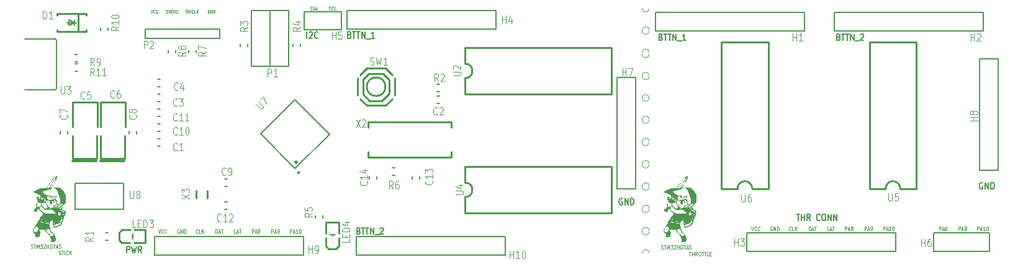
<source format=gbr>
%TF.GenerationSoftware,KiCad,Pcbnew,(6.0.4)*%
%TF.CreationDate,2022-05-03T20:53:11-03:00*%
%TF.ProjectId,PXN_2119,50584e5f-3231-4313-992e-6b696361645f,rev?*%
%TF.SameCoordinates,Original*%
%TF.FileFunction,Legend,Top*%
%TF.FilePolarity,Positive*%
%FSLAX46Y46*%
G04 Gerber Fmt 4.6, Leading zero omitted, Abs format (unit mm)*
G04 Created by KiCad (PCBNEW (6.0.4)) date 2022-05-03 20:53:11*
%MOMM*%
%LPD*%
G01*
G04 APERTURE LIST*
%ADD10C,0.000000*%
%ADD11C,0.112500*%
%ADD12C,0.163000*%
%ADD13C,0.093750*%
%ADD14C,0.122000*%
%ADD15C,0.152000*%
%ADD16C,0.203000*%
%ADD17C,0.254000*%
%ADD18C,0.330000*%
%ADD19C,0.100000*%
%ADD20C,0.127000*%
%ADD21C,0.200000*%
%ADD22C,0.400000*%
G04 APERTURE END LIST*
D10*
G36*
X167623377Y-110629346D02*
G01*
X167434305Y-110825956D01*
X167397465Y-110942002D01*
X167360653Y-111058028D01*
X167406476Y-111210127D01*
X167428586Y-111286905D01*
X167454903Y-111383479D01*
X167482129Y-111487499D01*
X167506964Y-111586617D01*
X167519076Y-111634488D01*
X167532554Y-111684549D01*
X167546948Y-111735316D01*
X167561805Y-111785309D01*
X167576677Y-111833045D01*
X167591113Y-111877042D01*
X167604662Y-111915818D01*
X167616873Y-111947890D01*
X167672141Y-112084798D01*
X167726875Y-112104792D01*
X167732978Y-112107241D01*
X167739934Y-112110410D01*
X167756091Y-112118705D01*
X167774709Y-112129278D01*
X167795150Y-112141730D01*
X167816777Y-112155661D01*
X167838952Y-112170672D01*
X167861038Y-112186363D01*
X167882398Y-112202335D01*
X167983115Y-112279868D01*
X168078020Y-112475355D01*
X168097972Y-112517630D01*
X168118277Y-112562865D01*
X168138368Y-112609657D01*
X168157681Y-112656602D01*
X168175650Y-112702298D01*
X168191712Y-112745341D01*
X168205299Y-112784328D01*
X168215848Y-112817855D01*
X168258731Y-112964832D01*
X168258731Y-113257258D01*
X168194136Y-113329363D01*
X168178248Y-113346323D01*
X168162112Y-113361898D01*
X168145506Y-113376170D01*
X168128205Y-113389222D01*
X168109988Y-113401137D01*
X168090632Y-113411996D01*
X168069912Y-113421884D01*
X168047607Y-113430882D01*
X168023492Y-113439072D01*
X167997346Y-113446538D01*
X167968946Y-113453362D01*
X167938067Y-113459627D01*
X167904487Y-113465415D01*
X167867984Y-113470809D01*
X167785314Y-113480746D01*
X167588613Y-113501644D01*
X167615039Y-113329362D01*
X167641465Y-113157070D01*
X167607684Y-113049873D01*
X167598797Y-113023622D01*
X167586452Y-112990004D01*
X167553626Y-112906216D01*
X167513682Y-112809617D01*
X167471096Y-112711317D01*
X167368333Y-112479984D01*
X167259596Y-112419099D01*
X167150881Y-112358213D01*
X167011260Y-112156438D01*
X166983219Y-112115470D01*
X166957058Y-112076413D01*
X166933351Y-112040182D01*
X166912670Y-112007688D01*
X166895588Y-111979846D01*
X166882678Y-111957569D01*
X166877966Y-111948802D01*
X166874512Y-111941768D01*
X166872386Y-111936582D01*
X166871845Y-111934718D01*
X166871662Y-111933358D01*
X166871397Y-111930892D01*
X166870621Y-111927896D01*
X166869358Y-111924412D01*
X166867636Y-111920482D01*
X166865480Y-111916146D01*
X166862917Y-111911446D01*
X166859973Y-111906422D01*
X166856674Y-111901117D01*
X166853047Y-111895571D01*
X166849116Y-111889826D01*
X166840453Y-111877902D01*
X166830893Y-111865674D01*
X166825842Y-111859550D01*
X166820646Y-111853474D01*
X166772451Y-111798092D01*
X166935806Y-111798092D01*
X166970845Y-111867754D01*
X166980071Y-111885204D01*
X166992900Y-111908152D01*
X167027034Y-111966628D01*
X167068582Y-112035350D01*
X167112879Y-112106486D01*
X167219870Y-112275565D01*
X167480592Y-112434431D01*
X167518417Y-112565694D01*
X167556242Y-112696975D01*
X167668610Y-112675172D01*
X167692091Y-112670111D01*
X167715874Y-112664070D01*
X167739757Y-112657145D01*
X167763541Y-112649433D01*
X167787023Y-112641031D01*
X167810003Y-112632036D01*
X167832279Y-112622545D01*
X167853650Y-112612656D01*
X167873915Y-112602466D01*
X167892872Y-112592070D01*
X167910321Y-112581568D01*
X167926059Y-112571054D01*
X167939887Y-112560628D01*
X167951602Y-112550384D01*
X167956604Y-112545362D01*
X167961003Y-112540422D01*
X167964774Y-112535576D01*
X167967890Y-112530837D01*
X167986961Y-112498629D01*
X167932227Y-112402316D01*
X167877512Y-112306011D01*
X167757400Y-112244221D01*
X167637243Y-112182430D01*
X167540247Y-111947842D01*
X167540342Y-111948165D01*
X167443348Y-111713595D01*
X167351224Y-111708164D01*
X167316480Y-111706941D01*
X167300027Y-111706972D01*
X167283896Y-111707486D01*
X167267868Y-111708521D01*
X167251724Y-111710117D01*
X167235246Y-111712315D01*
X167218215Y-111715154D01*
X167200412Y-111718673D01*
X167181618Y-111722912D01*
X167140185Y-111733711D01*
X167092166Y-111747869D01*
X167035812Y-111765704D01*
X166935806Y-111798092D01*
X166772451Y-111798092D01*
X166769630Y-111794849D01*
X166339392Y-111794849D01*
X166219832Y-111757575D01*
X166100271Y-111720303D01*
X166024738Y-111762371D01*
X165949187Y-111804440D01*
X166025136Y-111898310D01*
X166032973Y-111908274D01*
X166040787Y-111918763D01*
X166048527Y-111929687D01*
X166056146Y-111940958D01*
X166063592Y-111952487D01*
X166070818Y-111964185D01*
X166077774Y-111975965D01*
X166084411Y-111987736D01*
X166090679Y-111999410D01*
X166096530Y-112010899D01*
X166101914Y-112022114D01*
X166106782Y-112032966D01*
X166111084Y-112043367D01*
X166114773Y-112053227D01*
X166117797Y-112062459D01*
X166120109Y-112070972D01*
X166139180Y-112149862D01*
X166126541Y-112332983D01*
X166113902Y-112516129D01*
X166053695Y-112644326D01*
X165993487Y-112772530D01*
X165816433Y-112800123D01*
X165639402Y-112827807D01*
X165528735Y-112806185D01*
X165418067Y-112784562D01*
X165440820Y-112730460D01*
X165445631Y-112717613D01*
X165450641Y-112701813D01*
X165455706Y-112683679D01*
X165460677Y-112663828D01*
X165465410Y-112642880D01*
X165469757Y-112621452D01*
X165473572Y-112600162D01*
X165476709Y-112579629D01*
X165490036Y-112482980D01*
X165371946Y-112339240D01*
X165347112Y-112308314D01*
X165321817Y-112275473D01*
X165296767Y-112241721D01*
X165272666Y-112208061D01*
X165250220Y-112175497D01*
X165230133Y-112145034D01*
X165213109Y-112117674D01*
X165199855Y-112094421D01*
X165145944Y-111993320D01*
X165145944Y-111941572D01*
X165240058Y-111941572D01*
X165300674Y-112009254D01*
X165307184Y-112016252D01*
X165314178Y-112023272D01*
X165321590Y-112030270D01*
X165329356Y-112037199D01*
X165337412Y-112044014D01*
X165345692Y-112050669D01*
X165354132Y-112057120D01*
X165362668Y-112063321D01*
X165371235Y-112069225D01*
X165379769Y-112074789D01*
X165388204Y-112079965D01*
X165396476Y-112084710D01*
X165404521Y-112088976D01*
X165412274Y-112092720D01*
X165419670Y-112095895D01*
X165426645Y-112098457D01*
X165492019Y-112120078D01*
X165594115Y-112100085D01*
X165696166Y-112080271D01*
X165776357Y-112014681D01*
X165784526Y-112007820D01*
X165792466Y-112000812D01*
X165800136Y-111993709D01*
X165807495Y-111986563D01*
X165814502Y-111979423D01*
X165821115Y-111972340D01*
X165827294Y-111965366D01*
X165832997Y-111958551D01*
X165838183Y-111951946D01*
X165842812Y-111945603D01*
X165846841Y-111939571D01*
X165850230Y-111933902D01*
X165852937Y-111928646D01*
X165854922Y-111923855D01*
X165855630Y-111921650D01*
X165856143Y-111919579D01*
X165856454Y-111917651D01*
X165856559Y-111915870D01*
X165856559Y-111882667D01*
X165773652Y-111904288D01*
X165690791Y-111925912D01*
X165819910Y-111780273D01*
X165845841Y-111750510D01*
X165870032Y-111721765D01*
X165891952Y-111694738D01*
X165911073Y-111670129D01*
X165919418Y-111658950D01*
X165926866Y-111648638D01*
X165933349Y-111639282D01*
X165938801Y-111630967D01*
X165943157Y-111623782D01*
X165946351Y-111617815D01*
X165948315Y-111613152D01*
X165948816Y-111611338D01*
X165948985Y-111609882D01*
X165948195Y-111606652D01*
X165945879Y-111602125D01*
X165942114Y-111596385D01*
X165936978Y-111589514D01*
X165930550Y-111581594D01*
X165922908Y-111572708D01*
X165904291Y-111552368D01*
X165881754Y-111529156D01*
X165855920Y-111503732D01*
X165827414Y-111476757D01*
X165796861Y-111448891D01*
X165796867Y-111448827D01*
X165765952Y-111421466D01*
X165736421Y-111395937D01*
X165708975Y-111372799D01*
X165684311Y-111352613D01*
X165663128Y-111335938D01*
X165654059Y-111329093D01*
X165646123Y-111323335D01*
X165639406Y-111318735D01*
X165633995Y-111315362D01*
X165629978Y-111313287D01*
X165628520Y-111312758D01*
X165627442Y-111312580D01*
X165625029Y-111313193D01*
X165621404Y-111314991D01*
X165616641Y-111317913D01*
X165610813Y-111321898D01*
X165596258Y-111332818D01*
X165578323Y-111347264D01*
X165557595Y-111364750D01*
X165534659Y-111384792D01*
X165510103Y-111406903D01*
X165484512Y-111430598D01*
X165358908Y-111548624D01*
X165299506Y-111669718D01*
X165240058Y-111790849D01*
X165240058Y-111941572D01*
X165145944Y-111941572D01*
X165145944Y-111787519D01*
X165230190Y-111622890D01*
X165251110Y-111583984D01*
X165278375Y-111536385D01*
X165310833Y-111481944D01*
X165347332Y-111422509D01*
X165386720Y-111359930D01*
X165427844Y-111296059D01*
X165469554Y-111232744D01*
X165510696Y-111171835D01*
X165551723Y-111110807D01*
X165593067Y-111047133D01*
X165633605Y-110982689D01*
X165672210Y-110919350D01*
X165707759Y-110858993D01*
X165739126Y-110803494D01*
X165765186Y-110754729D01*
X165784815Y-110714573D01*
X165862573Y-110543793D01*
X165881313Y-110527401D01*
X166102712Y-110527401D01*
X166110491Y-110638480D01*
X166118271Y-110749523D01*
X166226158Y-110787249D01*
X166289404Y-110805668D01*
X166375077Y-110825197D01*
X166477954Y-110845018D01*
X166592810Y-110864312D01*
X166714421Y-110882259D01*
X166837563Y-110898041D01*
X166957010Y-110910838D01*
X167067539Y-110919833D01*
X167277039Y-110933402D01*
X167321822Y-110894772D01*
X167366631Y-110856141D01*
X167364372Y-110803941D01*
X167362112Y-110751830D01*
X167327734Y-110826107D01*
X167293337Y-110900382D01*
X167060121Y-110879755D01*
X167018972Y-110875618D01*
X166974767Y-110870273D01*
X166880147Y-110856568D01*
X166782169Y-110839858D01*
X166686741Y-110821359D01*
X166599769Y-110802288D01*
X166527162Y-110783864D01*
X166498091Y-110775274D01*
X166474826Y-110767303D01*
X166458107Y-110760101D01*
X166452432Y-110756836D01*
X166448670Y-110753822D01*
X166447809Y-110752085D01*
X166447526Y-110749336D01*
X166447788Y-110745646D01*
X166448563Y-110741083D01*
X166451523Y-110729624D01*
X166456144Y-110715517D01*
X166462167Y-110699321D01*
X166469331Y-110681598D01*
X166477376Y-110662907D01*
X166486042Y-110643806D01*
X166495069Y-110624857D01*
X166504196Y-110606618D01*
X166513163Y-110589650D01*
X166521710Y-110574512D01*
X166529577Y-110561763D01*
X166536503Y-110551964D01*
X166542228Y-110545674D01*
X166544559Y-110544020D01*
X166546492Y-110543453D01*
X166548178Y-110543705D01*
X166550954Y-110544442D01*
X166559523Y-110547277D01*
X166571698Y-110551759D01*
X166586974Y-110557691D01*
X166624821Y-110573109D01*
X166669040Y-110591946D01*
X166698028Y-110603642D01*
X166731811Y-110615725D01*
X166810949Y-110640406D01*
X166900828Y-110664691D01*
X166995820Y-110687284D01*
X167090296Y-110706887D01*
X167178631Y-110722203D01*
X167218736Y-110727848D01*
X167255195Y-110731935D01*
X167287305Y-110734303D01*
X167314362Y-110734788D01*
X167412528Y-110734788D01*
X167366298Y-110708009D01*
X167360584Y-110705175D01*
X167353062Y-110702222D01*
X167333087Y-110696045D01*
X167307355Y-110689668D01*
X167276849Y-110683276D01*
X167242550Y-110677059D01*
X167205440Y-110671202D01*
X167166502Y-110665896D01*
X167126718Y-110661326D01*
X167084595Y-110656236D01*
X167038940Y-110649379D01*
X166991205Y-110641053D01*
X166942846Y-110631562D01*
X166895316Y-110621206D01*
X166850069Y-110610285D01*
X166808559Y-110599101D01*
X166772241Y-110587955D01*
X166611089Y-110534487D01*
X166478569Y-110443266D01*
X166479180Y-110442315D01*
X166452268Y-110423995D01*
X166426615Y-110406901D01*
X166402822Y-110391408D01*
X166381489Y-110377892D01*
X166363218Y-110366727D01*
X166348609Y-110358287D01*
X166342865Y-110355207D01*
X166338263Y-110352949D01*
X166334876Y-110351559D01*
X166333662Y-110351205D01*
X166332781Y-110351086D01*
X166330169Y-110351453D01*
X166327086Y-110352526D01*
X166323568Y-110354265D01*
X166319650Y-110356626D01*
X166310762Y-110363054D01*
X166300715Y-110371478D01*
X166289799Y-110381566D01*
X166278304Y-110392986D01*
X166266524Y-110405405D01*
X166254747Y-110418493D01*
X166243266Y-110431916D01*
X166232371Y-110445344D01*
X166222354Y-110458444D01*
X166213505Y-110470885D01*
X166206116Y-110482333D01*
X166200478Y-110492458D01*
X166198407Y-110496920D01*
X166196882Y-110500927D01*
X166195940Y-110504437D01*
X166195619Y-110507409D01*
X166195679Y-110508903D01*
X166195860Y-110510483D01*
X166196568Y-110513880D01*
X166197719Y-110517566D01*
X166199289Y-110521504D01*
X166201255Y-110525660D01*
X166203592Y-110529999D01*
X166206278Y-110534486D01*
X166209287Y-110539085D01*
X166212598Y-110543762D01*
X166216185Y-110548480D01*
X166220025Y-110553206D01*
X166224095Y-110557904D01*
X166228370Y-110562539D01*
X166232827Y-110567075D01*
X166237442Y-110571479D01*
X166242192Y-110575713D01*
X166288793Y-110615882D01*
X166280743Y-110539526D01*
X166272694Y-110463169D01*
X166396024Y-110463169D01*
X166406590Y-110541515D01*
X166417157Y-110619862D01*
X166362079Y-110661749D01*
X166356193Y-110666021D01*
X166349914Y-110670172D01*
X166343298Y-110674181D01*
X166336401Y-110678026D01*
X166329281Y-110681686D01*
X166321992Y-110685140D01*
X166314593Y-110688367D01*
X166307138Y-110691344D01*
X166299685Y-110694051D01*
X166292289Y-110696466D01*
X166285008Y-110698568D01*
X166277897Y-110700336D01*
X166271013Y-110701748D01*
X166264412Y-110702783D01*
X166258150Y-110703420D01*
X166252285Y-110703637D01*
X166197505Y-110703637D01*
X166150099Y-110615519D01*
X166102712Y-110527401D01*
X165881313Y-110527401D01*
X165951206Y-110466261D01*
X166039813Y-110388728D01*
X166039813Y-110320423D01*
X166040471Y-110300947D01*
X166042527Y-110281695D01*
X166046100Y-110262476D01*
X166051310Y-110243097D01*
X166058277Y-110223367D01*
X166067120Y-110203096D01*
X166077960Y-110182090D01*
X166090915Y-110160159D01*
X166106107Y-110137111D01*
X166123654Y-110112755D01*
X166143677Y-110086899D01*
X166166295Y-110059352D01*
X166191628Y-110029922D01*
X166219796Y-109998417D01*
X166285116Y-109928419D01*
X166321106Y-109889994D01*
X166356210Y-109851183D01*
X166389547Y-109813048D01*
X166420237Y-109776649D01*
X166428188Y-109766814D01*
X168583294Y-109766814D01*
X168664455Y-109815217D01*
X168745596Y-109863618D01*
X168841972Y-109800199D01*
X168938323Y-109736779D01*
X168938323Y-109619720D01*
X168937986Y-109595504D01*
X168937129Y-109573394D01*
X168935671Y-109553230D01*
X168934691Y-109543828D01*
X168933531Y-109534852D01*
X168932180Y-109526282D01*
X168930628Y-109518099D01*
X168928866Y-109510282D01*
X168926882Y-109502811D01*
X168924667Y-109495667D01*
X168922211Y-109488829D01*
X168919504Y-109482277D01*
X168916535Y-109475991D01*
X168913295Y-109469952D01*
X168909774Y-109464138D01*
X168905960Y-109458531D01*
X168901845Y-109453110D01*
X168897418Y-109447855D01*
X168892668Y-109442746D01*
X168887587Y-109437763D01*
X168882163Y-109432886D01*
X168876388Y-109428095D01*
X168870249Y-109423370D01*
X168863738Y-109418690D01*
X168856845Y-109414037D01*
X168841870Y-109404728D01*
X168825243Y-109395283D01*
X168824759Y-109395254D01*
X168817769Y-109391501D01*
X168810713Y-109387853D01*
X168803639Y-109384330D01*
X168796595Y-109380951D01*
X168789629Y-109377734D01*
X168782789Y-109374698D01*
X168776123Y-109371861D01*
X168769679Y-109369244D01*
X168763504Y-109366864D01*
X168757647Y-109364740D01*
X168752155Y-109362891D01*
X168747077Y-109361336D01*
X168742460Y-109360094D01*
X168738352Y-109359184D01*
X168734801Y-109358624D01*
X168731855Y-109358433D01*
X168706324Y-109358433D01*
X168644832Y-109562624D01*
X168583294Y-109766814D01*
X166428188Y-109766814D01*
X166447401Y-109743047D01*
X166470159Y-109713302D01*
X166479611Y-109700208D01*
X166487631Y-109688476D01*
X166494109Y-109678238D01*
X166498936Y-109669628D01*
X166537611Y-109594538D01*
X166301984Y-109356521D01*
X166254056Y-109308499D01*
X166208181Y-109263287D01*
X166165449Y-109221896D01*
X166126949Y-109185335D01*
X166093768Y-109154614D01*
X166066997Y-109130742D01*
X166056354Y-109121690D01*
X166047723Y-109114729D01*
X166041237Y-109109985D01*
X166037035Y-109107584D01*
X166032786Y-109105603D01*
X166028366Y-109102778D01*
X166019093Y-109094766D01*
X166009376Y-109083894D01*
X165999375Y-109070509D01*
X165989250Y-109054956D01*
X165979163Y-109037580D01*
X165969275Y-109018727D01*
X165959745Y-108998743D01*
X165950735Y-108977974D01*
X165942405Y-108956765D01*
X165934916Y-108935462D01*
X165928428Y-108914410D01*
X165923102Y-108893955D01*
X165922311Y-108890096D01*
X166041326Y-108890096D01*
X166122080Y-109011236D01*
X166202806Y-109132366D01*
X166376367Y-109281976D01*
X166549928Y-109431594D01*
X166719468Y-109514103D01*
X166889008Y-109596610D01*
X167574819Y-109608282D01*
X168260653Y-109620043D01*
X168260653Y-109482348D01*
X168098444Y-109313685D01*
X167936256Y-109145013D01*
X167832620Y-109123389D01*
X167803981Y-109119032D01*
X167762167Y-109114973D01*
X167709172Y-109111300D01*
X167646990Y-109108101D01*
X167503040Y-109103467D01*
X167346269Y-109101768D01*
X166963597Y-109101768D01*
X166849230Y-109040972D01*
X166734885Y-108980177D01*
X166506818Y-108752491D01*
X166506814Y-108752611D01*
X166417677Y-108664201D01*
X166378268Y-108625536D01*
X166343590Y-108591808D01*
X166314610Y-108563950D01*
X166292295Y-108542897D01*
X166277613Y-108529580D01*
X166273436Y-108526115D01*
X166271531Y-108524934D01*
X166270212Y-108525599D01*
X166267795Y-108527552D01*
X166259913Y-108535055D01*
X166248371Y-108546918D01*
X166233657Y-108562614D01*
X166196660Y-108603405D01*
X166152820Y-108653220D01*
X166041326Y-108781533D01*
X166041326Y-108890096D01*
X165922311Y-108890096D01*
X165919100Y-108874443D01*
X165916580Y-108856220D01*
X165915704Y-108839631D01*
X165915704Y-108765897D01*
X165808621Y-108885635D01*
X165701584Y-109005363D01*
X165701584Y-109226009D01*
X165618144Y-109294224D01*
X165534703Y-109362438D01*
X165377937Y-109323898D01*
X165323982Y-109257583D01*
X165270071Y-109191268D01*
X165270071Y-109037649D01*
X165351530Y-108965726D01*
X165375420Y-108944398D01*
X165397807Y-108923893D01*
X165418764Y-108904125D01*
X165438364Y-108885003D01*
X165456683Y-108866440D01*
X165473793Y-108848348D01*
X165489769Y-108830637D01*
X165504684Y-108813219D01*
X165518612Y-108796006D01*
X165531626Y-108778909D01*
X165543802Y-108761840D01*
X165555212Y-108744709D01*
X165565930Y-108727429D01*
X165576030Y-108709911D01*
X165585586Y-108692067D01*
X165594672Y-108673808D01*
X165639137Y-108581129D01*
X165630799Y-108546597D01*
X165702869Y-108546597D01*
X165772224Y-108612640D01*
X165779609Y-108619457D01*
X165787414Y-108626272D01*
X165795572Y-108633042D01*
X165804016Y-108639723D01*
X165812680Y-108646273D01*
X165821495Y-108652647D01*
X165830394Y-108658802D01*
X165839312Y-108664695D01*
X165848179Y-108670280D01*
X165856931Y-108675516D01*
X165865498Y-108680358D01*
X165873814Y-108684763D01*
X165881812Y-108688688D01*
X165889426Y-108692088D01*
X165896587Y-108694919D01*
X165903228Y-108697140D01*
X165964883Y-108715776D01*
X166083524Y-108601386D01*
X166202210Y-108486996D01*
X166221983Y-108415328D01*
X166319252Y-108415328D01*
X166527304Y-108627290D01*
X166571774Y-108671582D01*
X166618430Y-108716220D01*
X166665881Y-108759989D01*
X166712736Y-108801676D01*
X166757604Y-108840066D01*
X166799096Y-108873944D01*
X166835819Y-108902096D01*
X166851958Y-108913645D01*
X166866384Y-108923307D01*
X166997365Y-109007354D01*
X166997365Y-108978401D01*
X167339381Y-108978401D01*
X167339431Y-108981811D01*
X167339868Y-108984930D01*
X167340701Y-108987772D01*
X167341936Y-108990348D01*
X167343582Y-108992672D01*
X167345644Y-108994754D01*
X167348132Y-108996609D01*
X167351052Y-108998249D01*
X167354411Y-108999685D01*
X167358217Y-109000931D01*
X167362478Y-109001999D01*
X167367200Y-109002902D01*
X167378061Y-109004261D01*
X167390857Y-109005107D01*
X167405649Y-109005542D01*
X167422495Y-109005665D01*
X167509084Y-109005665D01*
X167564053Y-108963868D01*
X167564037Y-108963840D01*
X167619006Y-108922044D01*
X167507880Y-108886579D01*
X167409587Y-108855204D01*
X168710436Y-108855204D01*
X168778388Y-108881348D01*
X168846385Y-108907494D01*
X168900296Y-108887501D01*
X168905993Y-108885305D01*
X168911936Y-108882842D01*
X168918077Y-108880138D01*
X168924368Y-108877220D01*
X168937209Y-108870849D01*
X168950076Y-108863945D01*
X168962588Y-108856723D01*
X168974362Y-108849398D01*
X168979853Y-108845764D01*
X168985015Y-108842186D01*
X168989802Y-108838689D01*
X168994166Y-108835300D01*
X169034144Y-108803094D01*
X168994166Y-108776676D01*
X168994160Y-108776586D01*
X168984480Y-108770522D01*
X168975164Y-108765407D01*
X168966066Y-108761262D01*
X168957041Y-108758109D01*
X168947943Y-108755970D01*
X168938627Y-108754867D01*
X168928948Y-108754822D01*
X168918759Y-108755857D01*
X168907917Y-108757993D01*
X168896274Y-108761253D01*
X168883686Y-108765658D01*
X168870008Y-108771230D01*
X168855093Y-108777991D01*
X168838797Y-108785963D01*
X168820975Y-108795168D01*
X168801479Y-108805627D01*
X168710436Y-108855204D01*
X167409587Y-108855204D01*
X167396776Y-108851115D01*
X167366332Y-108910282D01*
X167358579Y-108925581D01*
X167352052Y-108939168D01*
X167346810Y-108951143D01*
X167342911Y-108961607D01*
X167341484Y-108966304D01*
X167340415Y-108970660D01*
X167339711Y-108974688D01*
X167339381Y-108978401D01*
X166997365Y-108978401D01*
X166997365Y-108748537D01*
X167072645Y-108718772D01*
X167147952Y-108689007D01*
X167011018Y-108476657D01*
X166983509Y-108433151D01*
X166957846Y-108390911D01*
X166934591Y-108350978D01*
X166914306Y-108314397D01*
X166905453Y-108297688D01*
X166897552Y-108282208D01*
X166890674Y-108268086D01*
X166884889Y-108255454D01*
X166880268Y-108244440D01*
X166876880Y-108235176D01*
X166874796Y-108227792D01*
X166874265Y-108224846D01*
X166874086Y-108222418D01*
X166873674Y-108222472D01*
X166873474Y-108217722D01*
X166872885Y-108212152D01*
X166871929Y-108205833D01*
X166870625Y-108198833D01*
X166867054Y-108183071D01*
X166862333Y-108165423D01*
X166856619Y-108146445D01*
X166850075Y-108126694D01*
X166842860Y-108106728D01*
X166835133Y-108087102D01*
X166796603Y-107993602D01*
X166697172Y-108063625D01*
X166597719Y-108133740D01*
X166481468Y-108156448D01*
X166365192Y-108179156D01*
X166342439Y-108216249D01*
X166340099Y-108220452D01*
X166337819Y-108225360D01*
X166335613Y-108230913D01*
X166333492Y-108237050D01*
X166331469Y-108243711D01*
X166329556Y-108250837D01*
X166327767Y-108258366D01*
X166326113Y-108266239D01*
X166324607Y-108274395D01*
X166323261Y-108282774D01*
X166322088Y-108291315D01*
X166321100Y-108299960D01*
X166320310Y-108308647D01*
X166319731Y-108317315D01*
X166319374Y-108325906D01*
X166319252Y-108334358D01*
X166319252Y-108415328D01*
X166221983Y-108415328D01*
X166229966Y-108386395D01*
X166235544Y-108365207D01*
X166240743Y-108343536D01*
X166245449Y-108321992D01*
X166249551Y-108301183D01*
X166252936Y-108281721D01*
X166255490Y-108264215D01*
X166257102Y-108249274D01*
X166257520Y-108242956D01*
X166257659Y-108237508D01*
X166257567Y-108189198D01*
X166159584Y-108181957D01*
X166159481Y-108182069D01*
X166061475Y-108174829D01*
X165944833Y-108056350D01*
X165882521Y-107993082D01*
X166907989Y-107993082D01*
X166908567Y-108020305D01*
X166912517Y-108050734D01*
X166919690Y-108083973D01*
X166929936Y-108119627D01*
X166943105Y-108157298D01*
X166959046Y-108196590D01*
X166977611Y-108237108D01*
X166998650Y-108278454D01*
X167022012Y-108320234D01*
X167047548Y-108362049D01*
X167075107Y-108403505D01*
X167104540Y-108444204D01*
X167135698Y-108483751D01*
X167239725Y-108610129D01*
X167447387Y-108716413D01*
X167655050Y-108822733D01*
X167803357Y-108783198D01*
X167951618Y-108743662D01*
X168179617Y-108765917D01*
X168407571Y-108788172D01*
X168428714Y-108752798D01*
X168449856Y-108717335D01*
X168374784Y-108717335D01*
X168355050Y-108716239D01*
X168327676Y-108713098D01*
X168293904Y-108708132D01*
X168254971Y-108701559D01*
X168212118Y-108693599D01*
X168166583Y-108684472D01*
X168124008Y-108675342D01*
X168537519Y-108675342D01*
X168558426Y-108696965D01*
X168561006Y-108699176D01*
X168564408Y-108701323D01*
X168568578Y-108703395D01*
X168573458Y-108705381D01*
X168578994Y-108707271D01*
X168585130Y-108709054D01*
X168591809Y-108710719D01*
X168598977Y-108712254D01*
X168606577Y-108713649D01*
X168614554Y-108714894D01*
X168622853Y-108715977D01*
X168631416Y-108716888D01*
X168640189Y-108717615D01*
X168649116Y-108718147D01*
X168658141Y-108718475D01*
X168667209Y-108718587D01*
X168755127Y-108718587D01*
X168993420Y-108479168D01*
X168993337Y-108477797D01*
X169231609Y-108238378D01*
X169123723Y-108241088D01*
X169111970Y-108241465D01*
X169099057Y-108242307D01*
X169070270Y-108245288D01*
X169038406Y-108249836D01*
X169004508Y-108255756D01*
X168969619Y-108262849D01*
X168934782Y-108270922D01*
X168901039Y-108279777D01*
X168869435Y-108289218D01*
X168722989Y-108335991D01*
X168722989Y-108432432D01*
X168782645Y-108399229D01*
X168788917Y-108395844D01*
X168795405Y-108392555D01*
X168802058Y-108389379D01*
X168808825Y-108386331D01*
X168815655Y-108383430D01*
X168822499Y-108380692D01*
X168829305Y-108378135D01*
X168836022Y-108375774D01*
X168842600Y-108373628D01*
X168848988Y-108371713D01*
X168855135Y-108370046D01*
X168860991Y-108368644D01*
X168866505Y-108367524D01*
X168871627Y-108366703D01*
X168876305Y-108366198D01*
X168880489Y-108366026D01*
X168918685Y-108366026D01*
X168846301Y-108446182D01*
X168773916Y-108526339D01*
X168672093Y-108526339D01*
X168604783Y-108600886D01*
X168537519Y-108675342D01*
X168124008Y-108675342D01*
X168119606Y-108674398D01*
X168072425Y-108663595D01*
X167845162Y-108609856D01*
X168045517Y-108518562D01*
X168087335Y-108499287D01*
X168129390Y-108479489D01*
X168170544Y-108459730D01*
X168209659Y-108440574D01*
X168245594Y-108422584D01*
X168277213Y-108406323D01*
X168303375Y-108392353D01*
X168322943Y-108381239D01*
X168399997Y-108335280D01*
X168390117Y-108245806D01*
X168388618Y-108235660D01*
X168386200Y-108223758D01*
X168378819Y-108195285D01*
X168368401Y-108161574D01*
X168355373Y-108123816D01*
X168340161Y-108083197D01*
X168323194Y-108040907D01*
X168304898Y-107998134D01*
X168285699Y-107956067D01*
X168191140Y-107755730D01*
X167983846Y-107755730D01*
X167983846Y-107789384D01*
X167984065Y-107793263D01*
X167984709Y-107797914D01*
X167985755Y-107803276D01*
X167987182Y-107809286D01*
X167991093Y-107823007D01*
X167996268Y-107838583D01*
X168002535Y-107855522D01*
X168009719Y-107873330D01*
X168017649Y-107891515D01*
X168026150Y-107909583D01*
X168035118Y-107928603D01*
X168044358Y-107949512D01*
X168053608Y-107971624D01*
X168062607Y-107994255D01*
X168071094Y-108016719D01*
X168078810Y-108038334D01*
X168085492Y-108058413D01*
X168090881Y-108076273D01*
X168113173Y-108156339D01*
X167977206Y-107998380D01*
X167841193Y-107840446D01*
X167788963Y-108060496D01*
X167736753Y-108280537D01*
X167775474Y-108306049D01*
X167814213Y-108331651D01*
X167648192Y-108331651D01*
X167537249Y-108263528D01*
X167426283Y-108195405D01*
X167447192Y-108050590D01*
X167468099Y-107905756D01*
X167433106Y-107928284D01*
X167398129Y-107950811D01*
X167398129Y-107923217D01*
X167398300Y-107920242D01*
X167398801Y-107917004D01*
X167399615Y-107913534D01*
X167400725Y-107909863D01*
X167402113Y-107906023D01*
X167403763Y-107902046D01*
X167405657Y-107897962D01*
X167407779Y-107893804D01*
X167410110Y-107889601D01*
X167412635Y-107885387D01*
X167415335Y-107881192D01*
X167418193Y-107877048D01*
X167421193Y-107872986D01*
X167424318Y-107869038D01*
X167427549Y-107865234D01*
X167430870Y-107861607D01*
X167463638Y-107827592D01*
X167369241Y-107808050D01*
X167274841Y-107788509D01*
X167274841Y-107642671D01*
X167303449Y-107693515D01*
X167332037Y-107744359D01*
X167633868Y-107688901D01*
X167697019Y-107676723D01*
X167760808Y-107663311D01*
X167823492Y-107649103D01*
X167883326Y-107634542D01*
X167938566Y-107620067D01*
X167987468Y-107606119D01*
X168028287Y-107593139D01*
X168045121Y-107587150D01*
X168059280Y-107581567D01*
X168182839Y-107529637D01*
X168218800Y-107410144D01*
X168222403Y-107397908D01*
X168225792Y-107385901D01*
X168228956Y-107374191D01*
X168231882Y-107362843D01*
X168234557Y-107351925D01*
X168236969Y-107341503D01*
X168239104Y-107331645D01*
X168240951Y-107322415D01*
X168242496Y-107313883D01*
X168243727Y-107306113D01*
X168244631Y-107299173D01*
X168245196Y-107293129D01*
X168245409Y-107288049D01*
X168245256Y-107283998D01*
X168245039Y-107282380D01*
X168244727Y-107281044D01*
X168244316Y-107279999D01*
X168243807Y-107279253D01*
X168241925Y-107278302D01*
X168238582Y-107277780D01*
X168233862Y-107277673D01*
X168227844Y-107277968D01*
X168212247Y-107279706D01*
X168192444Y-107282883D01*
X168169090Y-107287387D01*
X168142839Y-107293108D01*
X168114344Y-107299933D01*
X168084261Y-107307751D01*
X167935678Y-107347649D01*
X167635181Y-107360947D01*
X167334638Y-107374246D01*
X167334638Y-107341134D01*
X167334727Y-107339389D01*
X167334994Y-107337566D01*
X167335432Y-107335671D01*
X167336038Y-107333707D01*
X167337736Y-107329593D01*
X167340052Y-107325262D01*
X167342952Y-107320751D01*
X167346400Y-107316097D01*
X167350360Y-107311336D01*
X167354799Y-107306507D01*
X167359680Y-107301645D01*
X167364969Y-107296790D01*
X167370630Y-107291976D01*
X167376629Y-107287242D01*
X167382930Y-107282625D01*
X167389498Y-107278161D01*
X167396298Y-107273889D01*
X167403295Y-107269844D01*
X167471961Y-107231666D01*
X167410994Y-107206877D01*
X167412744Y-107208402D01*
X167405844Y-107205862D01*
X167397783Y-107203403D01*
X167378575Y-107198755D01*
X167355915Y-107194514D01*
X167330600Y-107190736D01*
X167303427Y-107187475D01*
X167275189Y-107184788D01*
X167246685Y-107182728D01*
X167218709Y-107181351D01*
X167085637Y-107178642D01*
X167100573Y-107234733D01*
X167104014Y-107251062D01*
X167108032Y-107276101D01*
X167117217Y-107347305D01*
X167126962Y-107438349D01*
X167136101Y-107539236D01*
X167156556Y-107787640D01*
X167094168Y-107787640D01*
X167080154Y-107843731D01*
X167066142Y-107899823D01*
X167062701Y-107811705D01*
X167058991Y-107723587D01*
X167030248Y-107723587D01*
X167027843Y-107723884D01*
X167025312Y-107724757D01*
X167022670Y-107726181D01*
X167019927Y-107728128D01*
X167014192Y-107733490D01*
X167008204Y-107740635D01*
X167002063Y-107749352D01*
X166995867Y-107759434D01*
X166989716Y-107770669D01*
X166983708Y-107782850D01*
X166977941Y-107795766D01*
X166972514Y-107809209D01*
X166967526Y-107822969D01*
X166963076Y-107836837D01*
X166959262Y-107850603D01*
X166956183Y-107864059D01*
X166953938Y-107876995D01*
X166952625Y-107889202D01*
X166952350Y-107891506D01*
X166951846Y-107893992D01*
X166951126Y-107896636D01*
X166950202Y-107899415D01*
X166949088Y-107902305D01*
X166947797Y-107905281D01*
X166946342Y-107908321D01*
X166944735Y-107911401D01*
X166942990Y-107914496D01*
X166941120Y-107917584D01*
X166939137Y-107920640D01*
X166937054Y-107923641D01*
X166934885Y-107926562D01*
X166932643Y-107929382D01*
X166930340Y-107932074D01*
X166927990Y-107934617D01*
X166922283Y-107941655D01*
X166917551Y-107949842D01*
X166913774Y-107959128D01*
X166910934Y-107969463D01*
X166909012Y-107980797D01*
X166907989Y-107993082D01*
X165882521Y-107993082D01*
X165828169Y-107937897D01*
X165807262Y-107999416D01*
X165795809Y-108031841D01*
X165780180Y-108074634D01*
X165762413Y-108122226D01*
X165744548Y-108169048D01*
X165702869Y-108277141D01*
X165702869Y-108546597D01*
X165630799Y-108546597D01*
X165600995Y-108423169D01*
X165655268Y-108241813D01*
X165667046Y-108203605D01*
X165679742Y-108164540D01*
X165692955Y-108125716D01*
X165706285Y-108088231D01*
X165719332Y-108053184D01*
X165731694Y-108021673D01*
X165742973Y-107994796D01*
X165752768Y-107973651D01*
X165795968Y-107886891D01*
X165792421Y-107878059D01*
X166457979Y-107878059D01*
X166478434Y-107899863D01*
X166498889Y-107921666D01*
X166563159Y-107885931D01*
X166627456Y-107850105D01*
X166627456Y-107776281D01*
X166719924Y-107868407D01*
X166812392Y-107960532D01*
X166812392Y-107762195D01*
X166812536Y-107762403D01*
X166812372Y-107722567D01*
X166811905Y-107685421D01*
X166811171Y-107651778D01*
X166810206Y-107622447D01*
X166809046Y-107598239D01*
X166807727Y-107579966D01*
X166807019Y-107573307D01*
X166806285Y-107568437D01*
X166805529Y-107565455D01*
X166805145Y-107564704D01*
X166804756Y-107564464D01*
X166803090Y-107565315D01*
X166799745Y-107567735D01*
X166788383Y-107576966D01*
X166749512Y-107610727D01*
X166693954Y-107660597D01*
X166627519Y-107721429D01*
X166457979Y-107878059D01*
X165792421Y-107878059D01*
X165747621Y-107766520D01*
X165699246Y-107646205D01*
X165680175Y-107455937D01*
X165661104Y-107265670D01*
X165806194Y-107282679D01*
X165821074Y-107284503D01*
X165835720Y-107286467D01*
X165863980Y-107290747D01*
X165890305Y-107295376D01*
X165902534Y-107297775D01*
X165914030Y-107300207D01*
X165924708Y-107302654D01*
X165934486Y-107305098D01*
X165943280Y-107307521D01*
X165951007Y-107309905D01*
X165957584Y-107312231D01*
X165962926Y-107314482D01*
X165966952Y-107316640D01*
X165968444Y-107317678D01*
X165969576Y-107318686D01*
X165987724Y-107337775D01*
X165947836Y-107387804D01*
X165907903Y-107437833D01*
X165995894Y-107533306D01*
X166083885Y-107628815D01*
X166092625Y-107611688D01*
X166244117Y-107611688D01*
X166335643Y-107629601D01*
X166427168Y-107647514D01*
X166432828Y-107635370D01*
X166545952Y-107635370D01*
X166546433Y-107639166D01*
X166547426Y-107642243D01*
X166548934Y-107644605D01*
X166550959Y-107646252D01*
X166553501Y-107647186D01*
X166556564Y-107647411D01*
X166560148Y-107646927D01*
X166564256Y-107645736D01*
X166568889Y-107643842D01*
X166574048Y-107641245D01*
X166579737Y-107637948D01*
X166585956Y-107633953D01*
X166592707Y-107629261D01*
X166607812Y-107617797D01*
X166625067Y-107603572D01*
X166644485Y-107586602D01*
X166730241Y-107509884D01*
X166710709Y-107456778D01*
X166710641Y-107456778D01*
X166704877Y-107442543D01*
X166701932Y-107436314D01*
X166698943Y-107430679D01*
X166695906Y-107425639D01*
X166692819Y-107421196D01*
X166689678Y-107417352D01*
X166686480Y-107414106D01*
X166683224Y-107411462D01*
X166679906Y-107409420D01*
X166676523Y-107407982D01*
X166673073Y-107407150D01*
X166669552Y-107406923D01*
X166665959Y-107407305D01*
X166662289Y-107408297D01*
X166658541Y-107409899D01*
X166654712Y-107412113D01*
X166650798Y-107414941D01*
X166646797Y-107418384D01*
X166642706Y-107422443D01*
X166638523Y-107427120D01*
X166634244Y-107432416D01*
X166625389Y-107444872D01*
X166616118Y-107459822D01*
X166606410Y-107477276D01*
X166596241Y-107497247D01*
X166585589Y-107519745D01*
X166574022Y-107545633D01*
X166564422Y-107568552D01*
X166556805Y-107588518D01*
X166551183Y-107605546D01*
X166549125Y-107612963D01*
X166547571Y-107619652D01*
X166546523Y-107625615D01*
X166545983Y-107630854D01*
X166545952Y-107635370D01*
X166432828Y-107635370D01*
X166480293Y-107533514D01*
X166491003Y-107509793D01*
X166501055Y-107486086D01*
X166510210Y-107463023D01*
X166518232Y-107441235D01*
X166524884Y-107421352D01*
X166527622Y-107412321D01*
X166529928Y-107404004D01*
X166531774Y-107396477D01*
X166533129Y-107389821D01*
X166533964Y-107384114D01*
X166534247Y-107379459D01*
X166534251Y-107379607D01*
X166534248Y-107379435D01*
X166534247Y-107379459D01*
X166533877Y-107367292D01*
X166533204Y-107362032D01*
X166532206Y-107357371D01*
X166530879Y-107353312D01*
X166529221Y-107349854D01*
X166527229Y-107347000D01*
X166524902Y-107344751D01*
X166522237Y-107343109D01*
X166519232Y-107342073D01*
X166515884Y-107341647D01*
X166512192Y-107341830D01*
X166508152Y-107342625D01*
X166503762Y-107344032D01*
X166499021Y-107346054D01*
X166493926Y-107348691D01*
X166482664Y-107355815D01*
X166469957Y-107365416D01*
X166455787Y-107377504D01*
X166440136Y-107392090D01*
X166422985Y-107409183D01*
X166404315Y-107428794D01*
X166384108Y-107450934D01*
X166362345Y-107475613D01*
X166244117Y-107611688D01*
X166092625Y-107611688D01*
X166104567Y-107588286D01*
X166109440Y-107575890D01*
X166115357Y-107556103D01*
X166122086Y-107529948D01*
X166129395Y-107498444D01*
X166137053Y-107462616D01*
X166142427Y-107435571D01*
X166232557Y-107435571D01*
X166256938Y-107435571D01*
X166258258Y-107435465D01*
X166259693Y-107435151D01*
X166262890Y-107433918D01*
X166266491Y-107431913D01*
X166270456Y-107429178D01*
X166274748Y-107425754D01*
X166279327Y-107421683D01*
X166284155Y-107417007D01*
X166289193Y-107411766D01*
X166294403Y-107406003D01*
X166299746Y-107399759D01*
X166305183Y-107393074D01*
X166310675Y-107385992D01*
X166316184Y-107378553D01*
X166321672Y-107370799D01*
X166327099Y-107362771D01*
X166332427Y-107354511D01*
X166383507Y-107273450D01*
X166364897Y-107242328D01*
X166364984Y-107242319D01*
X166358584Y-107232491D01*
X166355405Y-107228313D01*
X166352238Y-107224626D01*
X166349084Y-107221430D01*
X166345940Y-107218728D01*
X166342807Y-107216518D01*
X166339684Y-107214802D01*
X166336569Y-107213581D01*
X166333463Y-107212854D01*
X166330364Y-107212623D01*
X166327271Y-107212889D01*
X166324185Y-107213651D01*
X166321104Y-107214911D01*
X166318027Y-107216669D01*
X166314954Y-107218925D01*
X166311884Y-107221681D01*
X166308816Y-107224938D01*
X166305749Y-107228694D01*
X166302683Y-107232952D01*
X166296550Y-107242975D01*
X166290411Y-107255010D01*
X166284259Y-107269063D01*
X166278089Y-107285139D01*
X166271894Y-107303243D01*
X166265669Y-107323380D01*
X166232557Y-107435571D01*
X166142427Y-107435571D01*
X166144829Y-107423483D01*
X166152491Y-107382068D01*
X166159808Y-107339394D01*
X166194276Y-107131042D01*
X166125111Y-107073865D01*
X166095802Y-107051402D01*
X166060969Y-107027772D01*
X166021111Y-107003194D01*
X165976727Y-106977890D01*
X165876374Y-106925979D01*
X165763901Y-106873799D01*
X165643296Y-106823110D01*
X165518549Y-106775671D01*
X165393650Y-106733242D01*
X165272588Y-106697583D01*
X165136572Y-106661033D01*
X165226373Y-106585038D01*
X165235522Y-106577732D01*
X166454422Y-106577732D01*
X166454619Y-106579030D01*
X166456584Y-106582877D01*
X166460560Y-106588315D01*
X166466449Y-106595248D01*
X166483560Y-106613226D01*
X166507119Y-106636057D01*
X166536324Y-106662985D01*
X166570375Y-106693258D01*
X166608471Y-106726121D01*
X166649813Y-106760819D01*
X166856855Y-106932314D01*
X167051511Y-107027651D01*
X167246169Y-107122971D01*
X167489034Y-107108495D01*
X167731923Y-107093748D01*
X167787553Y-107052676D01*
X167792521Y-107049172D01*
X167795976Y-107047108D01*
X167797958Y-107046437D01*
X167798410Y-107046610D01*
X167798509Y-107047114D01*
X167797669Y-107049091D01*
X167795479Y-107052323D01*
X167791978Y-107056762D01*
X167787209Y-107062363D01*
X167774026Y-107076865D01*
X167756254Y-107095457D01*
X167734219Y-107117767D01*
X167708247Y-107143426D01*
X167573267Y-107275294D01*
X167615779Y-107279814D01*
X167637081Y-107281493D01*
X167660430Y-107282267D01*
X167685703Y-107282154D01*
X167712777Y-107281170D01*
X167771835Y-107276661D01*
X167836616Y-107268879D01*
X167906136Y-107257963D01*
X167979409Y-107244052D01*
X168055448Y-107227285D01*
X168133268Y-107207800D01*
X168179636Y-107195611D01*
X168223846Y-107184245D01*
X168264864Y-107173951D01*
X168301653Y-107164974D01*
X168333180Y-107157562D01*
X168358409Y-107151962D01*
X168376304Y-107148421D01*
X168382178Y-107147499D01*
X168385831Y-107147186D01*
X168410050Y-107147186D01*
X168331712Y-107325067D01*
X168253419Y-107502948D01*
X168273178Y-107584733D01*
X168275541Y-107593553D01*
X168278520Y-107603089D01*
X168282073Y-107613249D01*
X168286154Y-107623944D01*
X168290719Y-107635083D01*
X168295723Y-107646577D01*
X168306873Y-107670262D01*
X168319247Y-107694278D01*
X168332489Y-107717902D01*
X168339325Y-107729340D01*
X168346244Y-107740409D01*
X168353203Y-107751018D01*
X168360156Y-107761077D01*
X168427438Y-107855654D01*
X168383569Y-107883790D01*
X168339774Y-107911927D01*
X168419441Y-108120758D01*
X168499136Y-108329599D01*
X168448608Y-108375738D01*
X168442774Y-108380788D01*
X168435758Y-108386401D01*
X168418559Y-108399076D01*
X168397762Y-108413291D01*
X168374115Y-108428572D01*
X168348367Y-108444447D01*
X168321269Y-108460443D01*
X168293569Y-108476087D01*
X168266016Y-108490907D01*
X168133887Y-108560026D01*
X168152270Y-108590876D01*
X168170654Y-108621726D01*
X168278771Y-108621726D01*
X168305935Y-108621277D01*
X168331004Y-108619801D01*
X168354250Y-108617103D01*
X168375945Y-108612991D01*
X168386295Y-108610345D01*
X168396360Y-108607272D01*
X168406173Y-108603748D01*
X168415768Y-108599750D01*
X168425179Y-108595253D01*
X168434441Y-108590233D01*
X168443587Y-108584666D01*
X168452651Y-108578528D01*
X168461667Y-108571794D01*
X168470670Y-108564440D01*
X168488770Y-108547776D01*
X168507223Y-108528343D01*
X168526302Y-108505947D01*
X168546278Y-108480393D01*
X168567423Y-108451490D01*
X168590011Y-108419043D01*
X168614311Y-108382858D01*
X168732079Y-108205040D01*
X168842354Y-108205040D01*
X168863035Y-108089890D01*
X168883717Y-107974749D01*
X168863261Y-107768070D01*
X168842806Y-107561419D01*
X168738666Y-107234153D01*
X168702489Y-107121646D01*
X168669476Y-107021672D01*
X168638743Y-106931810D01*
X168609407Y-106849640D01*
X168580584Y-106772743D01*
X168551390Y-106698698D01*
X168520941Y-106625086D01*
X168488353Y-106549487D01*
X168479479Y-106528614D01*
X168471191Y-106508008D01*
X168463673Y-106488202D01*
X168457110Y-106469726D01*
X168451684Y-106453113D01*
X168449456Y-106445670D01*
X168447581Y-106438892D01*
X168446083Y-106432845D01*
X168444985Y-106427595D01*
X168444309Y-106423209D01*
X168444078Y-106419753D01*
X168443478Y-106416231D01*
X168441719Y-106411627D01*
X168438858Y-106406016D01*
X168434957Y-106399472D01*
X168430073Y-106392069D01*
X168424266Y-106383882D01*
X168410122Y-106365452D01*
X168392998Y-106344775D01*
X168373369Y-106322446D01*
X168351709Y-106299059D01*
X168328492Y-106275209D01*
X168212884Y-106159371D01*
X168093531Y-106108437D01*
X168093749Y-106106709D01*
X167974397Y-106055774D01*
X167877976Y-106059394D01*
X167855777Y-106060877D01*
X167829596Y-106063913D01*
X167800399Y-106068317D01*
X167769148Y-106073903D01*
X167736807Y-106080486D01*
X167704339Y-106087879D01*
X167672708Y-106095899D01*
X167642877Y-106104358D01*
X167504153Y-106146155D01*
X167573507Y-106149775D01*
X167642879Y-106153395D01*
X167642879Y-106178003D01*
X167641915Y-106182078D01*
X167639051Y-106186601D01*
X167627791Y-106196924D01*
X167609435Y-106208852D01*
X167584317Y-106222262D01*
X167515138Y-106253048D01*
X167422937Y-106288312D01*
X167310396Y-106327083D01*
X167180198Y-106368391D01*
X167035025Y-106411267D01*
X166877559Y-106454741D01*
X166717115Y-106498259D01*
X166583939Y-106535714D01*
X166531903Y-106550952D01*
X166491875Y-106563215D01*
X166465586Y-106572015D01*
X166458134Y-106574965D01*
X166454766Y-106576867D01*
X166454422Y-106577732D01*
X165235522Y-106577732D01*
X165259692Y-106558430D01*
X165296913Y-106531577D01*
X165337748Y-106504610D01*
X165381907Y-106477660D01*
X165429102Y-106450857D01*
X165479045Y-106424334D01*
X165531447Y-106398221D01*
X165586019Y-106372649D01*
X165642474Y-106347749D01*
X165700521Y-106323651D01*
X165759873Y-106300488D01*
X165820241Y-106278389D01*
X165881336Y-106257487D01*
X165942870Y-106237911D01*
X166004554Y-106219793D01*
X166066100Y-106203264D01*
X166261260Y-106153416D01*
X166899758Y-106153416D01*
X166932425Y-106105363D01*
X167005187Y-106105363D01*
X167049608Y-106116399D01*
X167054632Y-106117432D01*
X167060504Y-106118229D01*
X167067152Y-106118794D01*
X167074503Y-106119132D01*
X167091024Y-106119149D01*
X167109485Y-106118320D01*
X167129305Y-106116685D01*
X167149904Y-106114285D01*
X167170700Y-106111160D01*
X167191113Y-106107349D01*
X167288200Y-106087355D01*
X167314998Y-106044484D01*
X167426924Y-106044484D01*
X167536328Y-106031185D01*
X167645731Y-106017886D01*
X167851946Y-105693027D01*
X168004911Y-105451575D01*
X168054304Y-105372318D01*
X168092135Y-105309688D01*
X168123280Y-105255426D01*
X168152612Y-105201266D01*
X168225334Y-105060209D01*
X168246863Y-105016925D01*
X168267844Y-104972433D01*
X168287758Y-104928004D01*
X168306082Y-104884904D01*
X168322294Y-104844401D01*
X168335874Y-104807765D01*
X168346300Y-104776263D01*
X168350168Y-104762834D01*
X168353009Y-104751335D01*
X168353033Y-104751239D01*
X168375991Y-104647168D01*
X168348416Y-104647168D01*
X168347001Y-104647202D01*
X168345603Y-104647304D01*
X168344225Y-104647471D01*
X168342869Y-104647702D01*
X168341536Y-104647995D01*
X168340228Y-104648349D01*
X168338947Y-104648762D01*
X168337695Y-104649232D01*
X168336473Y-104649758D01*
X168335283Y-104650337D01*
X168334127Y-104650970D01*
X168333007Y-104651652D01*
X168331924Y-104652384D01*
X168330881Y-104653164D01*
X168329878Y-104653989D01*
X168328918Y-104654858D01*
X168328003Y-104655769D01*
X168327134Y-104656721D01*
X168326313Y-104657713D01*
X168325542Y-104658742D01*
X168324822Y-104659806D01*
X168324156Y-104660905D01*
X168323544Y-104662036D01*
X168322990Y-104663198D01*
X168322494Y-104664389D01*
X168322059Y-104665608D01*
X168321685Y-104666852D01*
X168321376Y-104668121D01*
X168321132Y-104669412D01*
X168320956Y-104670724D01*
X168320849Y-104672055D01*
X168320813Y-104673404D01*
X168320213Y-104676932D01*
X168318454Y-104682029D01*
X168315593Y-104688599D01*
X168311692Y-104696542D01*
X168301001Y-104716163D01*
X168286857Y-104740109D01*
X168269733Y-104767602D01*
X168250104Y-104797861D01*
X168228444Y-104830105D01*
X168205228Y-104863553D01*
X168143319Y-104952717D01*
X168060212Y-105074381D01*
X167873868Y-105351195D01*
X167780961Y-105489940D01*
X167687518Y-105628344D01*
X167604410Y-105750367D01*
X167542510Y-105839968D01*
X167519288Y-105873519D01*
X167497625Y-105905609D01*
X167477996Y-105935476D01*
X167460873Y-105962355D01*
X167446731Y-105985486D01*
X167440926Y-105995408D01*
X167436043Y-106004106D01*
X167432142Y-106011486D01*
X167429283Y-106017452D01*
X167427524Y-106021909D01*
X167427075Y-106023541D01*
X167426924Y-106024761D01*
X167426924Y-106044484D01*
X167314998Y-106044484D01*
X167432784Y-105856051D01*
X167501227Y-105748508D01*
X167580720Y-105626740D01*
X167661398Y-105505697D01*
X167733398Y-105400327D01*
X167859093Y-105218326D01*
X167909388Y-105144644D01*
X167942186Y-105095833D01*
X167970323Y-105054609D01*
X168007930Y-105001599D01*
X168050104Y-104943622D01*
X168091941Y-104887498D01*
X168112523Y-104859943D01*
X168133857Y-104830759D01*
X168155324Y-104800834D01*
X168176304Y-104771054D01*
X168196179Y-104742306D01*
X168214330Y-104715478D01*
X168230137Y-104691457D01*
X168242983Y-104671130D01*
X168242982Y-104671008D01*
X168263820Y-104636844D01*
X168271700Y-104623357D01*
X168277705Y-104612229D01*
X168281696Y-104603431D01*
X168282893Y-104599897D01*
X168283536Y-104596934D01*
X168283606Y-104594539D01*
X168283086Y-104592709D01*
X168281960Y-104591439D01*
X168280210Y-104590727D01*
X168277819Y-104590569D01*
X168274770Y-104590960D01*
X168271045Y-104591899D01*
X168266628Y-104593380D01*
X168255645Y-104597956D01*
X168241685Y-104604661D01*
X168224610Y-104613466D01*
X168204282Y-104624341D01*
X168153317Y-104652190D01*
X168032102Y-104718595D01*
X167898638Y-104867092D01*
X167864083Y-104908033D01*
X167816851Y-104967728D01*
X167692780Y-105132002D01*
X167543271Y-105337157D01*
X167385170Y-105560435D01*
X167005187Y-106105363D01*
X166932425Y-106105363D01*
X167217605Y-105685867D01*
X167420028Y-105390286D01*
X167506570Y-105266237D01*
X167584698Y-105156474D01*
X167655435Y-105059841D01*
X167719805Y-104975182D01*
X167778831Y-104901339D01*
X167833537Y-104837158D01*
X167884948Y-104781481D01*
X167909737Y-104756471D01*
X167934086Y-104733153D01*
X167958123Y-104711383D01*
X167981975Y-104691016D01*
X168005772Y-104671909D01*
X168029640Y-104653916D01*
X168053707Y-104636893D01*
X168078103Y-104620695D01*
X168128388Y-104590197D01*
X168181520Y-104561267D01*
X168238521Y-104532747D01*
X168237914Y-104532883D01*
X168270533Y-104517315D01*
X168301881Y-104502778D01*
X168331205Y-104489593D01*
X168357749Y-104478077D01*
X168380761Y-104468550D01*
X168399485Y-104461329D01*
X168407004Y-104458683D01*
X168413168Y-104456732D01*
X168417884Y-104455518D01*
X168421056Y-104455080D01*
X168444171Y-104455080D01*
X168444171Y-104538312D01*
X168443113Y-104564987D01*
X168440029Y-104595011D01*
X168435056Y-104627952D01*
X168428327Y-104663378D01*
X168419980Y-104700858D01*
X168410150Y-104739957D01*
X168398972Y-104780246D01*
X168386583Y-104821290D01*
X168373117Y-104862659D01*
X168358710Y-104903920D01*
X168343498Y-104944641D01*
X168327616Y-104984389D01*
X168311201Y-105022734D01*
X168294388Y-105059241D01*
X168277311Y-105093480D01*
X168260108Y-105125018D01*
X168209917Y-105209312D01*
X168135737Y-105329827D01*
X168047567Y-105470478D01*
X167955405Y-105615183D01*
X167911168Y-105684722D01*
X167869899Y-105750932D01*
X167832502Y-105812268D01*
X167799880Y-105867187D01*
X167772936Y-105914142D01*
X167752571Y-105951592D01*
X167745139Y-105966268D01*
X167739691Y-105977989D01*
X167736339Y-105986561D01*
X167735197Y-105991791D01*
X167735197Y-106025716D01*
X168827901Y-106025716D01*
X169092551Y-106306182D01*
X169357201Y-106586639D01*
X169459895Y-106778951D01*
X169481512Y-106818420D01*
X169503589Y-106856844D01*
X169525506Y-106893265D01*
X169546643Y-106926727D01*
X169556726Y-106942049D01*
X169566381Y-106956273D01*
X169575532Y-106969278D01*
X169584101Y-106980946D01*
X169592010Y-106991156D01*
X169599182Y-106999790D01*
X169605540Y-107006727D01*
X169611005Y-107011848D01*
X169659425Y-107052377D01*
X169654635Y-107478020D01*
X169649845Y-107903600D01*
X169618225Y-107989999D01*
X169586633Y-108076488D01*
X169285239Y-108379562D01*
X168983846Y-108682681D01*
X169083988Y-108704303D01*
X169104725Y-108708850D01*
X169122767Y-108713031D01*
X169138168Y-108717032D01*
X169150981Y-108721040D01*
X169156434Y-108723104D01*
X169161261Y-108725239D01*
X169165468Y-108727469D01*
X169169062Y-108729817D01*
X169172050Y-108732306D01*
X169174439Y-108734960D01*
X169176235Y-108737801D01*
X169177444Y-108740853D01*
X169178075Y-108744140D01*
X169178134Y-108747683D01*
X169177626Y-108751508D01*
X169176560Y-108755636D01*
X169174942Y-108760092D01*
X169172778Y-108764898D01*
X169170076Y-108770078D01*
X169166842Y-108775655D01*
X169158806Y-108788094D01*
X169148724Y-108802399D01*
X169122637Y-108837357D01*
X169061099Y-108918690D01*
X169297485Y-109058747D01*
X169346121Y-109087973D01*
X169393716Y-109117331D01*
X169439070Y-109146030D01*
X169480983Y-109173276D01*
X169518255Y-109198275D01*
X169549684Y-109220235D01*
X169574072Y-109238362D01*
X169583249Y-109245741D01*
X169590216Y-109251864D01*
X169646533Y-109304879D01*
X169646533Y-109352557D01*
X169642701Y-109373003D01*
X169631717Y-109413079D01*
X169591375Y-109542606D01*
X169531665Y-109722106D01*
X169458748Y-109932549D01*
X169303853Y-110374422D01*
X169195108Y-110689248D01*
X169178861Y-110736440D01*
X169161756Y-110784569D01*
X169144307Y-110832289D01*
X169127026Y-110878255D01*
X169110427Y-110921121D01*
X169095023Y-110959541D01*
X169081326Y-110992170D01*
X169069849Y-111017663D01*
X169020490Y-111121694D01*
X168878870Y-111209451D01*
X168805748Y-111253585D01*
X168737707Y-111292005D01*
X168704907Y-111309370D01*
X168672558Y-111325664D01*
X168640384Y-111341007D01*
X168608112Y-111355517D01*
X168575470Y-111369315D01*
X168542183Y-111382519D01*
X168507977Y-111395248D01*
X168472581Y-111407622D01*
X168397118Y-111431782D01*
X168313606Y-111455953D01*
X168105737Y-111513583D01*
X168060258Y-111495399D01*
X168014833Y-111477213D01*
X167969128Y-111363511D01*
X167959597Y-111336912D01*
X167949336Y-111303057D01*
X167927279Y-111217104D01*
X167904264Y-111112706D01*
X167881597Y-110996916D01*
X167860583Y-110876788D01*
X167842529Y-110759377D01*
X167828740Y-110651734D01*
X167820522Y-110560915D01*
X167818464Y-110528146D01*
X167913405Y-110528146D01*
X167951801Y-110816627D01*
X167990178Y-111105109D01*
X168036300Y-111225317D01*
X168082394Y-111345496D01*
X168155955Y-111345496D01*
X168177702Y-111344089D01*
X168204267Y-111340023D01*
X168235006Y-111333536D01*
X168269280Y-111324864D01*
X168306448Y-111314242D01*
X168345868Y-111301908D01*
X168428904Y-111273046D01*
X168513258Y-111240168D01*
X168593805Y-111205164D01*
X168631048Y-111187456D01*
X168665416Y-111169925D01*
X168696268Y-111152807D01*
X168722964Y-111136340D01*
X168760378Y-111110794D01*
X168794532Y-111084983D01*
X168825986Y-111057719D01*
X168855297Y-111027817D01*
X168883025Y-110994089D01*
X168909728Y-110955350D01*
X168935965Y-110910414D01*
X168962294Y-110858093D01*
X168989274Y-110797202D01*
X169017464Y-110726554D01*
X169079705Y-110551242D01*
X169153488Y-110322668D01*
X169243281Y-110031341D01*
X169308146Y-109820187D01*
X169365642Y-109636207D01*
X169409535Y-109499167D01*
X169424433Y-109454425D01*
X169433594Y-109428829D01*
X169462780Y-109355186D01*
X169378010Y-109276839D01*
X169368429Y-109268363D01*
X169357262Y-109259141D01*
X169330718Y-109238822D01*
X169299474Y-109216601D01*
X169264625Y-109193196D01*
X169227266Y-109169324D01*
X169188492Y-109145703D01*
X169149400Y-109123052D01*
X169111084Y-109102088D01*
X169111126Y-109102296D01*
X169077672Y-109084757D01*
X169047199Y-109069159D01*
X169019531Y-109055452D01*
X168994493Y-109043589D01*
X168971911Y-109033524D01*
X168961486Y-109029150D01*
X168951609Y-109025208D01*
X168942259Y-109021691D01*
X168933413Y-109018594D01*
X168925050Y-109015911D01*
X168917147Y-109013635D01*
X168909683Y-109011761D01*
X168902637Y-109010284D01*
X168895985Y-109009196D01*
X168889706Y-109008492D01*
X168883779Y-109008166D01*
X168878182Y-109008212D01*
X168872892Y-109008624D01*
X168867888Y-109009397D01*
X168863147Y-109010524D01*
X168858649Y-109012000D01*
X168854370Y-109013818D01*
X168850290Y-109015973D01*
X168846386Y-109018458D01*
X168842637Y-109021268D01*
X168839020Y-109024397D01*
X168835514Y-109027839D01*
X168814371Y-109049642D01*
X169059466Y-109196520D01*
X169109090Y-109226438D01*
X169156125Y-109255109D01*
X169199485Y-109281851D01*
X169238084Y-109305983D01*
X169270839Y-109326822D01*
X169296662Y-109343686D01*
X169314469Y-109355892D01*
X169320028Y-109360035D01*
X169323175Y-109362759D01*
X169341785Y-109382029D01*
X169108592Y-110030526D01*
X169014418Y-110289625D01*
X168930380Y-110515704D01*
X168865649Y-110684455D01*
X168843389Y-110739738D01*
X168829395Y-110771574D01*
X168783392Y-110864089D01*
X168653008Y-110933570D01*
X168623228Y-110948662D01*
X168588499Y-110964943D01*
X168550077Y-110981899D01*
X168509218Y-110999014D01*
X168467180Y-111015777D01*
X168425220Y-111031673D01*
X168384593Y-111046187D01*
X168346558Y-111058807D01*
X168170447Y-111114536D01*
X168139452Y-111075724D01*
X168130368Y-111061212D01*
X168120717Y-111040100D01*
X168110654Y-111013124D01*
X168100331Y-110981021D01*
X168079520Y-110904383D01*
X168059509Y-110816078D01*
X168041524Y-110721999D01*
X168026791Y-110628041D01*
X168016537Y-110540095D01*
X168013472Y-110500220D01*
X168011986Y-110464057D01*
X168008996Y-110303808D01*
X167961201Y-110415990D01*
X167913405Y-110528146D01*
X167818464Y-110528146D01*
X167812472Y-110432720D01*
X167623377Y-110629346D01*
G37*
G36*
X167237529Y-108365497D02*
G01*
X167251241Y-108373578D01*
X167264942Y-108381899D01*
X167278546Y-108390398D01*
X167291964Y-108399010D01*
X167317896Y-108416323D01*
X167330235Y-108424898D01*
X167342041Y-108433334D01*
X167353225Y-108441569D01*
X167363700Y-108449540D01*
X167373380Y-108457182D01*
X167382178Y-108464434D01*
X167390005Y-108471233D01*
X167396775Y-108477514D01*
X167402400Y-108483215D01*
X167406794Y-108488274D01*
X167443307Y-108534052D01*
X167318209Y-108467737D01*
X167305233Y-108460674D01*
X167292172Y-108453238D01*
X167279113Y-108445490D01*
X167266142Y-108437493D01*
X167253345Y-108429311D01*
X167240811Y-108421006D01*
X167228624Y-108412640D01*
X167216873Y-108404276D01*
X167205643Y-108395977D01*
X167195021Y-108387805D01*
X167185095Y-108379823D01*
X167175950Y-108372095D01*
X167167674Y-108364681D01*
X167160353Y-108357646D01*
X167154073Y-108351052D01*
X167148922Y-108344961D01*
X167148924Y-108344870D01*
X167104756Y-108288507D01*
X167237529Y-108365497D01*
G37*
G36*
X167137000Y-108029000D02*
G01*
X167139636Y-108029268D01*
X167141998Y-108029700D01*
X167143068Y-108029978D01*
X167144060Y-108030298D01*
X167144971Y-108030660D01*
X167145798Y-108031063D01*
X167146537Y-108031509D01*
X167147185Y-108031997D01*
X167149023Y-108034014D01*
X167150475Y-108036414D01*
X167151556Y-108039168D01*
X167152283Y-108042248D01*
X167152669Y-108045623D01*
X167152731Y-108049264D01*
X167152484Y-108053142D01*
X167151943Y-108057227D01*
X167151123Y-108061490D01*
X167150039Y-108065903D01*
X167148707Y-108070434D01*
X167147142Y-108075056D01*
X167143373Y-108084452D01*
X167138856Y-108093856D01*
X167133712Y-108103033D01*
X167128063Y-108111748D01*
X167125087Y-108115860D01*
X167122031Y-108119767D01*
X167118910Y-108123442D01*
X167115739Y-108126855D01*
X167112533Y-108129976D01*
X167109308Y-108132776D01*
X167106079Y-108135226D01*
X167102861Y-108137296D01*
X167099670Y-108138958D01*
X167096520Y-108140181D01*
X167093427Y-108140936D01*
X167090406Y-108141194D01*
X167058606Y-108141194D01*
X167058606Y-108050363D01*
X167097146Y-108036068D01*
X167097137Y-108036517D01*
X167101120Y-108035065D01*
X167105107Y-108033763D01*
X167109073Y-108032612D01*
X167112993Y-108031613D01*
X167116840Y-108030768D01*
X167120591Y-108030078D01*
X167124219Y-108029544D01*
X167127699Y-108029168D01*
X167131006Y-108028951D01*
X167134115Y-108028895D01*
X167137000Y-108029000D01*
G37*
G36*
X81225529Y-108365497D02*
G01*
X81239241Y-108373578D01*
X81252942Y-108381899D01*
X81266546Y-108390398D01*
X81279964Y-108399010D01*
X81305896Y-108416323D01*
X81318235Y-108424898D01*
X81330041Y-108433334D01*
X81341225Y-108441569D01*
X81351700Y-108449540D01*
X81361380Y-108457182D01*
X81370178Y-108464434D01*
X81378005Y-108471233D01*
X81384775Y-108477514D01*
X81390400Y-108483215D01*
X81394794Y-108488274D01*
X81431307Y-108534052D01*
X81306209Y-108467737D01*
X81293233Y-108460674D01*
X81280172Y-108453238D01*
X81267113Y-108445490D01*
X81254142Y-108437493D01*
X81241345Y-108429311D01*
X81228811Y-108421006D01*
X81216624Y-108412640D01*
X81204873Y-108404276D01*
X81193643Y-108395977D01*
X81183021Y-108387805D01*
X81173095Y-108379823D01*
X81163950Y-108372095D01*
X81155674Y-108364681D01*
X81148353Y-108357646D01*
X81142073Y-108351052D01*
X81136922Y-108344961D01*
X81136924Y-108344870D01*
X81092756Y-108288507D01*
X81225529Y-108365497D01*
G37*
G36*
X81611377Y-110629346D02*
G01*
X81422305Y-110825956D01*
X81385465Y-110942002D01*
X81348653Y-111058028D01*
X81394476Y-111210127D01*
X81416586Y-111286905D01*
X81442903Y-111383479D01*
X81470129Y-111487499D01*
X81494964Y-111586617D01*
X81507076Y-111634488D01*
X81520554Y-111684549D01*
X81534948Y-111735316D01*
X81549805Y-111785309D01*
X81564677Y-111833045D01*
X81579113Y-111877042D01*
X81592662Y-111915818D01*
X81604873Y-111947890D01*
X81660141Y-112084798D01*
X81714875Y-112104792D01*
X81720978Y-112107241D01*
X81727934Y-112110410D01*
X81744091Y-112118705D01*
X81762709Y-112129278D01*
X81783150Y-112141730D01*
X81804777Y-112155661D01*
X81826952Y-112170672D01*
X81849038Y-112186363D01*
X81870398Y-112202335D01*
X81971115Y-112279868D01*
X82066020Y-112475355D01*
X82085972Y-112517630D01*
X82106277Y-112562865D01*
X82126368Y-112609657D01*
X82145681Y-112656602D01*
X82163650Y-112702298D01*
X82179712Y-112745341D01*
X82193299Y-112784328D01*
X82203848Y-112817855D01*
X82246731Y-112964832D01*
X82246731Y-113257258D01*
X82182136Y-113329363D01*
X82166248Y-113346323D01*
X82150112Y-113361898D01*
X82133506Y-113376170D01*
X82116205Y-113389222D01*
X82097988Y-113401137D01*
X82078632Y-113411996D01*
X82057912Y-113421884D01*
X82035607Y-113430882D01*
X82011492Y-113439072D01*
X81985346Y-113446538D01*
X81956946Y-113453362D01*
X81926067Y-113459627D01*
X81892487Y-113465415D01*
X81855984Y-113470809D01*
X81773314Y-113480746D01*
X81576613Y-113501644D01*
X81603039Y-113329362D01*
X81629465Y-113157070D01*
X81595684Y-113049873D01*
X81586797Y-113023622D01*
X81574452Y-112990004D01*
X81541626Y-112906216D01*
X81501682Y-112809617D01*
X81459096Y-112711317D01*
X81356333Y-112479984D01*
X81247596Y-112419099D01*
X81138881Y-112358213D01*
X80999260Y-112156438D01*
X80971219Y-112115470D01*
X80945058Y-112076413D01*
X80921351Y-112040182D01*
X80900670Y-112007688D01*
X80883588Y-111979846D01*
X80870678Y-111957569D01*
X80865966Y-111948802D01*
X80862512Y-111941768D01*
X80860386Y-111936582D01*
X80859845Y-111934718D01*
X80859662Y-111933358D01*
X80859397Y-111930892D01*
X80858621Y-111927896D01*
X80857358Y-111924412D01*
X80855636Y-111920482D01*
X80853480Y-111916146D01*
X80850917Y-111911446D01*
X80847973Y-111906422D01*
X80844674Y-111901117D01*
X80841047Y-111895571D01*
X80837116Y-111889826D01*
X80828453Y-111877902D01*
X80818893Y-111865674D01*
X80813842Y-111859550D01*
X80808646Y-111853474D01*
X80760451Y-111798092D01*
X80923806Y-111798092D01*
X80958845Y-111867754D01*
X80968071Y-111885204D01*
X80980900Y-111908152D01*
X81015034Y-111966628D01*
X81056582Y-112035350D01*
X81100879Y-112106486D01*
X81207870Y-112275565D01*
X81468592Y-112434431D01*
X81506417Y-112565694D01*
X81544242Y-112696975D01*
X81656610Y-112675172D01*
X81680091Y-112670111D01*
X81703874Y-112664070D01*
X81727757Y-112657145D01*
X81751541Y-112649433D01*
X81775023Y-112641031D01*
X81798003Y-112632036D01*
X81820279Y-112622545D01*
X81841650Y-112612656D01*
X81861915Y-112602466D01*
X81880872Y-112592070D01*
X81898321Y-112581568D01*
X81914059Y-112571054D01*
X81927887Y-112560628D01*
X81939602Y-112550384D01*
X81944604Y-112545362D01*
X81949003Y-112540422D01*
X81952774Y-112535576D01*
X81955890Y-112530837D01*
X81974961Y-112498629D01*
X81920227Y-112402316D01*
X81865512Y-112306011D01*
X81745400Y-112244221D01*
X81625243Y-112182430D01*
X81528247Y-111947842D01*
X81528342Y-111948165D01*
X81431348Y-111713595D01*
X81339224Y-111708164D01*
X81304480Y-111706941D01*
X81288027Y-111706972D01*
X81271896Y-111707486D01*
X81255868Y-111708521D01*
X81239724Y-111710117D01*
X81223246Y-111712315D01*
X81206215Y-111715154D01*
X81188412Y-111718673D01*
X81169618Y-111722912D01*
X81128185Y-111733711D01*
X81080166Y-111747869D01*
X81023812Y-111765704D01*
X80923806Y-111798092D01*
X80760451Y-111798092D01*
X80757630Y-111794849D01*
X80327392Y-111794849D01*
X80207832Y-111757575D01*
X80088271Y-111720303D01*
X80012738Y-111762371D01*
X79937187Y-111804440D01*
X80013136Y-111898310D01*
X80020973Y-111908274D01*
X80028787Y-111918763D01*
X80036527Y-111929687D01*
X80044146Y-111940958D01*
X80051592Y-111952487D01*
X80058818Y-111964185D01*
X80065774Y-111975965D01*
X80072411Y-111987736D01*
X80078679Y-111999410D01*
X80084530Y-112010899D01*
X80089914Y-112022114D01*
X80094782Y-112032966D01*
X80099084Y-112043367D01*
X80102773Y-112053227D01*
X80105797Y-112062459D01*
X80108109Y-112070972D01*
X80127180Y-112149862D01*
X80114541Y-112332983D01*
X80101902Y-112516129D01*
X80041695Y-112644326D01*
X79981487Y-112772530D01*
X79804433Y-112800123D01*
X79627402Y-112827807D01*
X79516735Y-112806185D01*
X79406067Y-112784562D01*
X79428820Y-112730460D01*
X79433631Y-112717613D01*
X79438641Y-112701813D01*
X79443706Y-112683679D01*
X79448677Y-112663828D01*
X79453410Y-112642880D01*
X79457757Y-112621452D01*
X79461572Y-112600162D01*
X79464709Y-112579629D01*
X79478036Y-112482980D01*
X79359946Y-112339240D01*
X79335112Y-112308314D01*
X79309817Y-112275473D01*
X79284767Y-112241721D01*
X79260666Y-112208061D01*
X79238220Y-112175497D01*
X79218133Y-112145034D01*
X79201109Y-112117674D01*
X79187855Y-112094421D01*
X79133944Y-111993320D01*
X79133944Y-111941572D01*
X79228058Y-111941572D01*
X79288674Y-112009254D01*
X79295184Y-112016252D01*
X79302178Y-112023272D01*
X79309590Y-112030270D01*
X79317356Y-112037199D01*
X79325412Y-112044014D01*
X79333692Y-112050669D01*
X79342132Y-112057120D01*
X79350668Y-112063321D01*
X79359235Y-112069225D01*
X79367769Y-112074789D01*
X79376204Y-112079965D01*
X79384476Y-112084710D01*
X79392521Y-112088976D01*
X79400274Y-112092720D01*
X79407670Y-112095895D01*
X79414645Y-112098457D01*
X79480019Y-112120078D01*
X79582115Y-112100085D01*
X79684166Y-112080271D01*
X79764357Y-112014681D01*
X79772526Y-112007820D01*
X79780466Y-112000812D01*
X79788136Y-111993709D01*
X79795495Y-111986563D01*
X79802502Y-111979423D01*
X79809115Y-111972340D01*
X79815294Y-111965366D01*
X79820997Y-111958551D01*
X79826183Y-111951946D01*
X79830812Y-111945603D01*
X79834841Y-111939571D01*
X79838230Y-111933902D01*
X79840937Y-111928646D01*
X79842922Y-111923855D01*
X79843630Y-111921650D01*
X79844143Y-111919579D01*
X79844454Y-111917651D01*
X79844559Y-111915870D01*
X79844559Y-111882667D01*
X79761652Y-111904288D01*
X79678791Y-111925912D01*
X79807910Y-111780273D01*
X79833841Y-111750510D01*
X79858032Y-111721765D01*
X79879952Y-111694738D01*
X79899073Y-111670129D01*
X79907418Y-111658950D01*
X79914866Y-111648638D01*
X79921349Y-111639282D01*
X79926801Y-111630967D01*
X79931157Y-111623782D01*
X79934351Y-111617815D01*
X79936315Y-111613152D01*
X79936816Y-111611338D01*
X79936985Y-111609882D01*
X79936195Y-111606652D01*
X79933879Y-111602125D01*
X79930114Y-111596385D01*
X79924978Y-111589514D01*
X79918550Y-111581594D01*
X79910908Y-111572708D01*
X79892291Y-111552368D01*
X79869754Y-111529156D01*
X79843920Y-111503732D01*
X79815414Y-111476757D01*
X79784861Y-111448891D01*
X79784867Y-111448827D01*
X79753952Y-111421466D01*
X79724421Y-111395937D01*
X79696975Y-111372799D01*
X79672311Y-111352613D01*
X79651128Y-111335938D01*
X79642059Y-111329093D01*
X79634123Y-111323335D01*
X79627406Y-111318735D01*
X79621995Y-111315362D01*
X79617978Y-111313287D01*
X79616520Y-111312758D01*
X79615442Y-111312580D01*
X79613029Y-111313193D01*
X79609404Y-111314991D01*
X79604641Y-111317913D01*
X79598813Y-111321898D01*
X79584258Y-111332818D01*
X79566323Y-111347264D01*
X79545595Y-111364750D01*
X79522659Y-111384792D01*
X79498103Y-111406903D01*
X79472512Y-111430598D01*
X79346908Y-111548624D01*
X79287506Y-111669718D01*
X79228058Y-111790849D01*
X79228058Y-111941572D01*
X79133944Y-111941572D01*
X79133944Y-111787519D01*
X79218190Y-111622890D01*
X79239110Y-111583984D01*
X79266375Y-111536385D01*
X79298833Y-111481944D01*
X79335332Y-111422509D01*
X79374720Y-111359930D01*
X79415844Y-111296059D01*
X79457554Y-111232744D01*
X79498696Y-111171835D01*
X79539723Y-111110807D01*
X79581067Y-111047133D01*
X79621605Y-110982689D01*
X79660210Y-110919350D01*
X79695759Y-110858993D01*
X79727126Y-110803494D01*
X79753186Y-110754729D01*
X79772815Y-110714573D01*
X79850573Y-110543793D01*
X79869313Y-110527401D01*
X80090712Y-110527401D01*
X80098491Y-110638480D01*
X80106271Y-110749523D01*
X80214158Y-110787249D01*
X80277404Y-110805668D01*
X80363077Y-110825197D01*
X80465954Y-110845018D01*
X80580810Y-110864312D01*
X80702421Y-110882259D01*
X80825563Y-110898041D01*
X80945010Y-110910838D01*
X81055539Y-110919833D01*
X81265039Y-110933402D01*
X81309822Y-110894772D01*
X81354631Y-110856141D01*
X81352372Y-110803941D01*
X81350112Y-110751830D01*
X81315734Y-110826107D01*
X81281337Y-110900382D01*
X81048121Y-110879755D01*
X81006972Y-110875618D01*
X80962767Y-110870273D01*
X80868147Y-110856568D01*
X80770169Y-110839858D01*
X80674741Y-110821359D01*
X80587769Y-110802288D01*
X80515162Y-110783864D01*
X80486091Y-110775274D01*
X80462826Y-110767303D01*
X80446107Y-110760101D01*
X80440432Y-110756836D01*
X80436670Y-110753822D01*
X80435809Y-110752085D01*
X80435526Y-110749336D01*
X80435788Y-110745646D01*
X80436563Y-110741083D01*
X80439523Y-110729624D01*
X80444144Y-110715517D01*
X80450167Y-110699321D01*
X80457331Y-110681598D01*
X80465376Y-110662907D01*
X80474042Y-110643806D01*
X80483069Y-110624857D01*
X80492196Y-110606618D01*
X80501163Y-110589650D01*
X80509710Y-110574512D01*
X80517577Y-110561763D01*
X80524503Y-110551964D01*
X80530228Y-110545674D01*
X80532559Y-110544020D01*
X80534492Y-110543453D01*
X80536178Y-110543705D01*
X80538954Y-110544442D01*
X80547523Y-110547277D01*
X80559698Y-110551759D01*
X80574974Y-110557691D01*
X80612821Y-110573109D01*
X80657040Y-110591946D01*
X80686028Y-110603642D01*
X80719811Y-110615725D01*
X80798949Y-110640406D01*
X80888828Y-110664691D01*
X80983820Y-110687284D01*
X81078296Y-110706887D01*
X81166631Y-110722203D01*
X81206736Y-110727848D01*
X81243195Y-110731935D01*
X81275305Y-110734303D01*
X81302362Y-110734788D01*
X81400528Y-110734788D01*
X81354298Y-110708009D01*
X81348584Y-110705175D01*
X81341062Y-110702222D01*
X81321087Y-110696045D01*
X81295355Y-110689668D01*
X81264849Y-110683276D01*
X81230550Y-110677059D01*
X81193440Y-110671202D01*
X81154502Y-110665896D01*
X81114718Y-110661326D01*
X81072595Y-110656236D01*
X81026940Y-110649379D01*
X80979205Y-110641053D01*
X80930846Y-110631562D01*
X80883316Y-110621206D01*
X80838069Y-110610285D01*
X80796559Y-110599101D01*
X80760241Y-110587955D01*
X80599089Y-110534487D01*
X80466569Y-110443266D01*
X80467180Y-110442315D01*
X80440268Y-110423995D01*
X80414615Y-110406901D01*
X80390822Y-110391408D01*
X80369489Y-110377892D01*
X80351218Y-110366727D01*
X80336609Y-110358287D01*
X80330865Y-110355207D01*
X80326263Y-110352949D01*
X80322876Y-110351559D01*
X80321662Y-110351205D01*
X80320781Y-110351086D01*
X80318169Y-110351453D01*
X80315086Y-110352526D01*
X80311568Y-110354265D01*
X80307650Y-110356626D01*
X80298762Y-110363054D01*
X80288715Y-110371478D01*
X80277799Y-110381566D01*
X80266304Y-110392986D01*
X80254524Y-110405405D01*
X80242747Y-110418493D01*
X80231266Y-110431916D01*
X80220371Y-110445344D01*
X80210354Y-110458444D01*
X80201505Y-110470885D01*
X80194116Y-110482333D01*
X80188478Y-110492458D01*
X80186407Y-110496920D01*
X80184882Y-110500927D01*
X80183940Y-110504437D01*
X80183619Y-110507409D01*
X80183679Y-110508903D01*
X80183860Y-110510483D01*
X80184568Y-110513880D01*
X80185719Y-110517566D01*
X80187289Y-110521504D01*
X80189255Y-110525660D01*
X80191592Y-110529999D01*
X80194278Y-110534486D01*
X80197287Y-110539085D01*
X80200598Y-110543762D01*
X80204185Y-110548480D01*
X80208025Y-110553206D01*
X80212095Y-110557904D01*
X80216370Y-110562539D01*
X80220827Y-110567075D01*
X80225442Y-110571479D01*
X80230192Y-110575713D01*
X80276793Y-110615882D01*
X80268743Y-110539526D01*
X80260694Y-110463169D01*
X80384024Y-110463169D01*
X80394590Y-110541515D01*
X80405157Y-110619862D01*
X80350079Y-110661749D01*
X80344193Y-110666021D01*
X80337914Y-110670172D01*
X80331298Y-110674181D01*
X80324401Y-110678026D01*
X80317281Y-110681686D01*
X80309992Y-110685140D01*
X80302593Y-110688367D01*
X80295138Y-110691344D01*
X80287685Y-110694051D01*
X80280289Y-110696466D01*
X80273008Y-110698568D01*
X80265897Y-110700336D01*
X80259013Y-110701748D01*
X80252412Y-110702783D01*
X80246150Y-110703420D01*
X80240285Y-110703637D01*
X80185505Y-110703637D01*
X80138099Y-110615519D01*
X80090712Y-110527401D01*
X79869313Y-110527401D01*
X79939206Y-110466261D01*
X80027813Y-110388728D01*
X80027813Y-110320423D01*
X80028471Y-110300947D01*
X80030527Y-110281695D01*
X80034100Y-110262476D01*
X80039310Y-110243097D01*
X80046277Y-110223367D01*
X80055120Y-110203096D01*
X80065960Y-110182090D01*
X80078915Y-110160159D01*
X80094107Y-110137111D01*
X80111654Y-110112755D01*
X80131677Y-110086899D01*
X80154295Y-110059352D01*
X80179628Y-110029922D01*
X80207796Y-109998417D01*
X80273116Y-109928419D01*
X80309106Y-109889994D01*
X80344210Y-109851183D01*
X80377547Y-109813048D01*
X80408237Y-109776649D01*
X80416188Y-109766814D01*
X82571294Y-109766814D01*
X82652455Y-109815217D01*
X82733596Y-109863618D01*
X82829972Y-109800199D01*
X82926323Y-109736779D01*
X82926323Y-109619720D01*
X82925986Y-109595504D01*
X82925129Y-109573394D01*
X82923671Y-109553230D01*
X82922691Y-109543828D01*
X82921531Y-109534852D01*
X82920180Y-109526282D01*
X82918628Y-109518099D01*
X82916866Y-109510282D01*
X82914882Y-109502811D01*
X82912667Y-109495667D01*
X82910211Y-109488829D01*
X82907504Y-109482277D01*
X82904535Y-109475991D01*
X82901295Y-109469952D01*
X82897774Y-109464138D01*
X82893960Y-109458531D01*
X82889845Y-109453110D01*
X82885418Y-109447855D01*
X82880668Y-109442746D01*
X82875587Y-109437763D01*
X82870163Y-109432886D01*
X82864388Y-109428095D01*
X82858249Y-109423370D01*
X82851738Y-109418690D01*
X82844845Y-109414037D01*
X82829870Y-109404728D01*
X82813243Y-109395283D01*
X82812759Y-109395254D01*
X82805769Y-109391501D01*
X82798713Y-109387853D01*
X82791639Y-109384330D01*
X82784595Y-109380951D01*
X82777629Y-109377734D01*
X82770789Y-109374698D01*
X82764123Y-109371861D01*
X82757679Y-109369244D01*
X82751504Y-109366864D01*
X82745647Y-109364740D01*
X82740155Y-109362891D01*
X82735077Y-109361336D01*
X82730460Y-109360094D01*
X82726352Y-109359184D01*
X82722801Y-109358624D01*
X82719855Y-109358433D01*
X82694324Y-109358433D01*
X82632832Y-109562624D01*
X82571294Y-109766814D01*
X80416188Y-109766814D01*
X80435401Y-109743047D01*
X80458159Y-109713302D01*
X80467611Y-109700208D01*
X80475631Y-109688476D01*
X80482109Y-109678238D01*
X80486936Y-109669628D01*
X80525611Y-109594538D01*
X80289984Y-109356521D01*
X80242056Y-109308499D01*
X80196181Y-109263287D01*
X80153449Y-109221896D01*
X80114949Y-109185335D01*
X80081768Y-109154614D01*
X80054997Y-109130742D01*
X80044354Y-109121690D01*
X80035723Y-109114729D01*
X80029237Y-109109985D01*
X80025035Y-109107584D01*
X80020786Y-109105603D01*
X80016366Y-109102778D01*
X80007093Y-109094766D01*
X79997376Y-109083894D01*
X79987375Y-109070509D01*
X79977250Y-109054956D01*
X79967163Y-109037580D01*
X79957275Y-109018727D01*
X79947745Y-108998743D01*
X79938735Y-108977974D01*
X79930405Y-108956765D01*
X79922916Y-108935462D01*
X79916428Y-108914410D01*
X79911102Y-108893955D01*
X79910311Y-108890096D01*
X80029326Y-108890096D01*
X80110080Y-109011236D01*
X80190806Y-109132366D01*
X80364367Y-109281976D01*
X80537928Y-109431594D01*
X80707468Y-109514103D01*
X80877008Y-109596610D01*
X81562819Y-109608282D01*
X82248653Y-109620043D01*
X82248653Y-109482348D01*
X82086444Y-109313685D01*
X81924256Y-109145013D01*
X81820620Y-109123389D01*
X81791981Y-109119032D01*
X81750167Y-109114973D01*
X81697172Y-109111300D01*
X81634990Y-109108101D01*
X81491040Y-109103467D01*
X81334269Y-109101768D01*
X80951597Y-109101768D01*
X80837230Y-109040972D01*
X80722885Y-108980177D01*
X80494818Y-108752491D01*
X80494814Y-108752611D01*
X80405677Y-108664201D01*
X80366268Y-108625536D01*
X80331590Y-108591808D01*
X80302610Y-108563950D01*
X80280295Y-108542897D01*
X80265613Y-108529580D01*
X80261436Y-108526115D01*
X80259531Y-108524934D01*
X80258212Y-108525599D01*
X80255795Y-108527552D01*
X80247913Y-108535055D01*
X80236371Y-108546918D01*
X80221657Y-108562614D01*
X80184660Y-108603405D01*
X80140820Y-108653220D01*
X80029326Y-108781533D01*
X80029326Y-108890096D01*
X79910311Y-108890096D01*
X79907100Y-108874443D01*
X79904580Y-108856220D01*
X79903704Y-108839631D01*
X79903704Y-108765897D01*
X79796621Y-108885635D01*
X79689584Y-109005363D01*
X79689584Y-109226009D01*
X79606144Y-109294224D01*
X79522703Y-109362438D01*
X79365937Y-109323898D01*
X79311982Y-109257583D01*
X79258071Y-109191268D01*
X79258071Y-109037649D01*
X79339530Y-108965726D01*
X79363420Y-108944398D01*
X79385807Y-108923893D01*
X79406764Y-108904125D01*
X79426364Y-108885003D01*
X79444683Y-108866440D01*
X79461793Y-108848348D01*
X79477769Y-108830637D01*
X79492684Y-108813219D01*
X79506612Y-108796006D01*
X79519626Y-108778909D01*
X79531802Y-108761840D01*
X79543212Y-108744709D01*
X79553930Y-108727429D01*
X79564030Y-108709911D01*
X79573586Y-108692067D01*
X79582672Y-108673808D01*
X79627137Y-108581129D01*
X79618799Y-108546597D01*
X79690869Y-108546597D01*
X79760224Y-108612640D01*
X79767609Y-108619457D01*
X79775414Y-108626272D01*
X79783572Y-108633042D01*
X79792016Y-108639723D01*
X79800680Y-108646273D01*
X79809495Y-108652647D01*
X79818394Y-108658802D01*
X79827312Y-108664695D01*
X79836179Y-108670280D01*
X79844931Y-108675516D01*
X79853498Y-108680358D01*
X79861814Y-108684763D01*
X79869812Y-108688688D01*
X79877426Y-108692088D01*
X79884587Y-108694919D01*
X79891228Y-108697140D01*
X79952883Y-108715776D01*
X80071524Y-108601386D01*
X80190210Y-108486996D01*
X80209983Y-108415328D01*
X80307252Y-108415328D01*
X80515304Y-108627290D01*
X80559774Y-108671582D01*
X80606430Y-108716220D01*
X80653881Y-108759989D01*
X80700736Y-108801676D01*
X80745604Y-108840066D01*
X80787096Y-108873944D01*
X80823819Y-108902096D01*
X80839958Y-108913645D01*
X80854384Y-108923307D01*
X80985365Y-109007354D01*
X80985365Y-108978401D01*
X81327381Y-108978401D01*
X81327431Y-108981811D01*
X81327868Y-108984930D01*
X81328701Y-108987772D01*
X81329936Y-108990348D01*
X81331582Y-108992672D01*
X81333644Y-108994754D01*
X81336132Y-108996609D01*
X81339052Y-108998249D01*
X81342411Y-108999685D01*
X81346217Y-109000931D01*
X81350478Y-109001999D01*
X81355200Y-109002902D01*
X81366061Y-109004261D01*
X81378857Y-109005107D01*
X81393649Y-109005542D01*
X81410495Y-109005665D01*
X81497084Y-109005665D01*
X81552053Y-108963868D01*
X81552037Y-108963840D01*
X81607006Y-108922044D01*
X81495880Y-108886579D01*
X81397587Y-108855204D01*
X82698436Y-108855204D01*
X82766388Y-108881348D01*
X82834385Y-108907494D01*
X82888296Y-108887501D01*
X82893993Y-108885305D01*
X82899936Y-108882842D01*
X82906077Y-108880138D01*
X82912368Y-108877220D01*
X82925209Y-108870849D01*
X82938076Y-108863945D01*
X82950588Y-108856723D01*
X82962362Y-108849398D01*
X82967853Y-108845764D01*
X82973015Y-108842186D01*
X82977802Y-108838689D01*
X82982166Y-108835300D01*
X83022144Y-108803094D01*
X82982166Y-108776676D01*
X82982160Y-108776586D01*
X82972480Y-108770522D01*
X82963164Y-108765407D01*
X82954066Y-108761262D01*
X82945041Y-108758109D01*
X82935943Y-108755970D01*
X82926627Y-108754867D01*
X82916948Y-108754822D01*
X82906759Y-108755857D01*
X82895917Y-108757993D01*
X82884274Y-108761253D01*
X82871686Y-108765658D01*
X82858008Y-108771230D01*
X82843093Y-108777991D01*
X82826797Y-108785963D01*
X82808975Y-108795168D01*
X82789479Y-108805627D01*
X82698436Y-108855204D01*
X81397587Y-108855204D01*
X81384776Y-108851115D01*
X81354332Y-108910282D01*
X81346579Y-108925581D01*
X81340052Y-108939168D01*
X81334810Y-108951143D01*
X81330911Y-108961607D01*
X81329484Y-108966304D01*
X81328415Y-108970660D01*
X81327711Y-108974688D01*
X81327381Y-108978401D01*
X80985365Y-108978401D01*
X80985365Y-108748537D01*
X81060645Y-108718772D01*
X81135952Y-108689007D01*
X80999018Y-108476657D01*
X80971509Y-108433151D01*
X80945846Y-108390911D01*
X80922591Y-108350978D01*
X80902306Y-108314397D01*
X80893453Y-108297688D01*
X80885552Y-108282208D01*
X80878674Y-108268086D01*
X80872889Y-108255454D01*
X80868268Y-108244440D01*
X80864880Y-108235176D01*
X80862796Y-108227792D01*
X80862265Y-108224846D01*
X80862086Y-108222418D01*
X80861674Y-108222472D01*
X80861474Y-108217722D01*
X80860885Y-108212152D01*
X80859929Y-108205833D01*
X80858625Y-108198833D01*
X80855054Y-108183071D01*
X80850333Y-108165423D01*
X80844619Y-108146445D01*
X80838075Y-108126694D01*
X80830860Y-108106728D01*
X80823133Y-108087102D01*
X80784603Y-107993602D01*
X80685172Y-108063625D01*
X80585719Y-108133740D01*
X80469468Y-108156448D01*
X80353192Y-108179156D01*
X80330439Y-108216249D01*
X80328099Y-108220452D01*
X80325819Y-108225360D01*
X80323613Y-108230913D01*
X80321492Y-108237050D01*
X80319469Y-108243711D01*
X80317556Y-108250837D01*
X80315767Y-108258366D01*
X80314113Y-108266239D01*
X80312607Y-108274395D01*
X80311261Y-108282774D01*
X80310088Y-108291315D01*
X80309100Y-108299960D01*
X80308310Y-108308647D01*
X80307731Y-108317315D01*
X80307374Y-108325906D01*
X80307252Y-108334358D01*
X80307252Y-108415328D01*
X80209983Y-108415328D01*
X80217966Y-108386395D01*
X80223544Y-108365207D01*
X80228743Y-108343536D01*
X80233449Y-108321992D01*
X80237551Y-108301183D01*
X80240936Y-108281721D01*
X80243490Y-108264215D01*
X80245102Y-108249274D01*
X80245520Y-108242956D01*
X80245659Y-108237508D01*
X80245567Y-108189198D01*
X80147584Y-108181957D01*
X80147481Y-108182069D01*
X80049475Y-108174829D01*
X79932833Y-108056350D01*
X79870521Y-107993082D01*
X80895989Y-107993082D01*
X80896567Y-108020305D01*
X80900517Y-108050734D01*
X80907690Y-108083973D01*
X80917936Y-108119627D01*
X80931105Y-108157298D01*
X80947046Y-108196590D01*
X80965611Y-108237108D01*
X80986650Y-108278454D01*
X81010012Y-108320234D01*
X81035548Y-108362049D01*
X81063107Y-108403505D01*
X81092540Y-108444204D01*
X81123698Y-108483751D01*
X81227725Y-108610129D01*
X81435387Y-108716413D01*
X81643050Y-108822733D01*
X81791357Y-108783198D01*
X81939618Y-108743662D01*
X82167617Y-108765917D01*
X82395571Y-108788172D01*
X82416714Y-108752798D01*
X82437856Y-108717335D01*
X82362784Y-108717335D01*
X82343050Y-108716239D01*
X82315676Y-108713098D01*
X82281904Y-108708132D01*
X82242971Y-108701559D01*
X82200118Y-108693599D01*
X82154583Y-108684472D01*
X82112008Y-108675342D01*
X82525519Y-108675342D01*
X82546426Y-108696965D01*
X82549006Y-108699176D01*
X82552408Y-108701323D01*
X82556578Y-108703395D01*
X82561458Y-108705381D01*
X82566994Y-108707271D01*
X82573130Y-108709054D01*
X82579809Y-108710719D01*
X82586977Y-108712254D01*
X82594577Y-108713649D01*
X82602554Y-108714894D01*
X82610853Y-108715977D01*
X82619416Y-108716888D01*
X82628189Y-108717615D01*
X82637116Y-108718147D01*
X82646141Y-108718475D01*
X82655209Y-108718587D01*
X82743127Y-108718587D01*
X82981420Y-108479168D01*
X82981337Y-108477797D01*
X83219609Y-108238378D01*
X83111723Y-108241088D01*
X83099970Y-108241465D01*
X83087057Y-108242307D01*
X83058270Y-108245288D01*
X83026406Y-108249836D01*
X82992508Y-108255756D01*
X82957619Y-108262849D01*
X82922782Y-108270922D01*
X82889039Y-108279777D01*
X82857435Y-108289218D01*
X82710989Y-108335991D01*
X82710989Y-108432432D01*
X82770645Y-108399229D01*
X82776917Y-108395844D01*
X82783405Y-108392555D01*
X82790058Y-108389379D01*
X82796825Y-108386331D01*
X82803655Y-108383430D01*
X82810499Y-108380692D01*
X82817305Y-108378135D01*
X82824022Y-108375774D01*
X82830600Y-108373628D01*
X82836988Y-108371713D01*
X82843135Y-108370046D01*
X82848991Y-108368644D01*
X82854505Y-108367524D01*
X82859627Y-108366703D01*
X82864305Y-108366198D01*
X82868489Y-108366026D01*
X82906685Y-108366026D01*
X82834301Y-108446182D01*
X82761916Y-108526339D01*
X82660093Y-108526339D01*
X82592783Y-108600886D01*
X82525519Y-108675342D01*
X82112008Y-108675342D01*
X82107606Y-108674398D01*
X82060425Y-108663595D01*
X81833162Y-108609856D01*
X82033517Y-108518562D01*
X82075335Y-108499287D01*
X82117390Y-108479489D01*
X82158544Y-108459730D01*
X82197659Y-108440574D01*
X82233594Y-108422584D01*
X82265213Y-108406323D01*
X82291375Y-108392353D01*
X82310943Y-108381239D01*
X82387997Y-108335280D01*
X82378117Y-108245806D01*
X82376618Y-108235660D01*
X82374200Y-108223758D01*
X82366819Y-108195285D01*
X82356401Y-108161574D01*
X82343373Y-108123816D01*
X82328161Y-108083197D01*
X82311194Y-108040907D01*
X82292898Y-107998134D01*
X82273699Y-107956067D01*
X82179140Y-107755730D01*
X81971846Y-107755730D01*
X81971846Y-107789384D01*
X81972065Y-107793263D01*
X81972709Y-107797914D01*
X81973755Y-107803276D01*
X81975182Y-107809286D01*
X81979093Y-107823007D01*
X81984268Y-107838583D01*
X81990535Y-107855522D01*
X81997719Y-107873330D01*
X82005649Y-107891515D01*
X82014150Y-107909583D01*
X82023118Y-107928603D01*
X82032358Y-107949512D01*
X82041608Y-107971624D01*
X82050607Y-107994255D01*
X82059094Y-108016719D01*
X82066810Y-108038334D01*
X82073492Y-108058413D01*
X82078881Y-108076273D01*
X82101173Y-108156339D01*
X81965206Y-107998380D01*
X81829193Y-107840446D01*
X81776963Y-108060496D01*
X81724753Y-108280537D01*
X81763474Y-108306049D01*
X81802213Y-108331651D01*
X81636192Y-108331651D01*
X81525249Y-108263528D01*
X81414283Y-108195405D01*
X81435192Y-108050590D01*
X81456099Y-107905756D01*
X81421106Y-107928284D01*
X81386129Y-107950811D01*
X81386129Y-107923217D01*
X81386300Y-107920242D01*
X81386801Y-107917004D01*
X81387615Y-107913534D01*
X81388725Y-107909863D01*
X81390113Y-107906023D01*
X81391763Y-107902046D01*
X81393657Y-107897962D01*
X81395779Y-107893804D01*
X81398110Y-107889601D01*
X81400635Y-107885387D01*
X81403335Y-107881192D01*
X81406193Y-107877048D01*
X81409193Y-107872986D01*
X81412318Y-107869038D01*
X81415549Y-107865234D01*
X81418870Y-107861607D01*
X81451638Y-107827592D01*
X81357241Y-107808050D01*
X81262841Y-107788509D01*
X81262841Y-107642671D01*
X81291449Y-107693515D01*
X81320037Y-107744359D01*
X81621868Y-107688901D01*
X81685019Y-107676723D01*
X81748808Y-107663311D01*
X81811492Y-107649103D01*
X81871326Y-107634542D01*
X81926566Y-107620067D01*
X81975468Y-107606119D01*
X82016287Y-107593139D01*
X82033121Y-107587150D01*
X82047280Y-107581567D01*
X82170839Y-107529637D01*
X82206800Y-107410144D01*
X82210403Y-107397908D01*
X82213792Y-107385901D01*
X82216956Y-107374191D01*
X82219882Y-107362843D01*
X82222557Y-107351925D01*
X82224969Y-107341503D01*
X82227104Y-107331645D01*
X82228951Y-107322415D01*
X82230496Y-107313883D01*
X82231727Y-107306113D01*
X82232631Y-107299173D01*
X82233196Y-107293129D01*
X82233409Y-107288049D01*
X82233256Y-107283998D01*
X82233039Y-107282380D01*
X82232727Y-107281044D01*
X82232316Y-107279999D01*
X82231807Y-107279253D01*
X82229925Y-107278302D01*
X82226582Y-107277780D01*
X82221862Y-107277673D01*
X82215844Y-107277968D01*
X82200247Y-107279706D01*
X82180444Y-107282883D01*
X82157090Y-107287387D01*
X82130839Y-107293108D01*
X82102344Y-107299933D01*
X82072261Y-107307751D01*
X81923678Y-107347649D01*
X81623181Y-107360947D01*
X81322638Y-107374246D01*
X81322638Y-107341134D01*
X81322727Y-107339389D01*
X81322994Y-107337566D01*
X81323432Y-107335671D01*
X81324038Y-107333707D01*
X81325736Y-107329593D01*
X81328052Y-107325262D01*
X81330952Y-107320751D01*
X81334400Y-107316097D01*
X81338360Y-107311336D01*
X81342799Y-107306507D01*
X81347680Y-107301645D01*
X81352969Y-107296790D01*
X81358630Y-107291976D01*
X81364629Y-107287242D01*
X81370930Y-107282625D01*
X81377498Y-107278161D01*
X81384298Y-107273889D01*
X81391295Y-107269844D01*
X81459961Y-107231666D01*
X81398994Y-107206877D01*
X81400744Y-107208402D01*
X81393844Y-107205862D01*
X81385783Y-107203403D01*
X81366575Y-107198755D01*
X81343915Y-107194514D01*
X81318600Y-107190736D01*
X81291427Y-107187475D01*
X81263189Y-107184788D01*
X81234685Y-107182728D01*
X81206709Y-107181351D01*
X81073637Y-107178642D01*
X81088573Y-107234733D01*
X81092014Y-107251062D01*
X81096032Y-107276101D01*
X81105217Y-107347305D01*
X81114962Y-107438349D01*
X81124101Y-107539236D01*
X81144556Y-107787640D01*
X81082168Y-107787640D01*
X81068154Y-107843731D01*
X81054142Y-107899823D01*
X81050701Y-107811705D01*
X81046991Y-107723587D01*
X81018248Y-107723587D01*
X81015843Y-107723884D01*
X81013312Y-107724757D01*
X81010670Y-107726181D01*
X81007927Y-107728128D01*
X81002192Y-107733490D01*
X80996204Y-107740635D01*
X80990063Y-107749352D01*
X80983867Y-107759434D01*
X80977716Y-107770669D01*
X80971708Y-107782850D01*
X80965941Y-107795766D01*
X80960514Y-107809209D01*
X80955526Y-107822969D01*
X80951076Y-107836837D01*
X80947262Y-107850603D01*
X80944183Y-107864059D01*
X80941938Y-107876995D01*
X80940625Y-107889202D01*
X80940350Y-107891506D01*
X80939846Y-107893992D01*
X80939126Y-107896636D01*
X80938202Y-107899415D01*
X80937088Y-107902305D01*
X80935797Y-107905281D01*
X80934342Y-107908321D01*
X80932735Y-107911401D01*
X80930990Y-107914496D01*
X80929120Y-107917584D01*
X80927137Y-107920640D01*
X80925054Y-107923641D01*
X80922885Y-107926562D01*
X80920643Y-107929382D01*
X80918340Y-107932074D01*
X80915990Y-107934617D01*
X80910283Y-107941655D01*
X80905551Y-107949842D01*
X80901774Y-107959128D01*
X80898934Y-107969463D01*
X80897012Y-107980797D01*
X80895989Y-107993082D01*
X79870521Y-107993082D01*
X79816169Y-107937897D01*
X79795262Y-107999416D01*
X79783809Y-108031841D01*
X79768180Y-108074634D01*
X79750413Y-108122226D01*
X79732548Y-108169048D01*
X79690869Y-108277141D01*
X79690869Y-108546597D01*
X79618799Y-108546597D01*
X79588995Y-108423169D01*
X79643268Y-108241813D01*
X79655046Y-108203605D01*
X79667742Y-108164540D01*
X79680955Y-108125716D01*
X79694285Y-108088231D01*
X79707332Y-108053184D01*
X79719694Y-108021673D01*
X79730973Y-107994796D01*
X79740768Y-107973651D01*
X79783968Y-107886891D01*
X79780421Y-107878059D01*
X80445979Y-107878059D01*
X80466434Y-107899863D01*
X80486889Y-107921666D01*
X80551159Y-107885931D01*
X80615456Y-107850105D01*
X80615456Y-107776281D01*
X80707924Y-107868407D01*
X80800392Y-107960532D01*
X80800392Y-107762195D01*
X80800536Y-107762403D01*
X80800372Y-107722567D01*
X80799905Y-107685421D01*
X80799171Y-107651778D01*
X80798206Y-107622447D01*
X80797046Y-107598239D01*
X80795727Y-107579966D01*
X80795019Y-107573307D01*
X80794285Y-107568437D01*
X80793529Y-107565455D01*
X80793145Y-107564704D01*
X80792756Y-107564464D01*
X80791090Y-107565315D01*
X80787745Y-107567735D01*
X80776383Y-107576966D01*
X80737512Y-107610727D01*
X80681954Y-107660597D01*
X80615519Y-107721429D01*
X80445979Y-107878059D01*
X79780421Y-107878059D01*
X79735621Y-107766520D01*
X79687246Y-107646205D01*
X79668175Y-107455937D01*
X79649104Y-107265670D01*
X79794194Y-107282679D01*
X79809074Y-107284503D01*
X79823720Y-107286467D01*
X79851980Y-107290747D01*
X79878305Y-107295376D01*
X79890534Y-107297775D01*
X79902030Y-107300207D01*
X79912708Y-107302654D01*
X79922486Y-107305098D01*
X79931280Y-107307521D01*
X79939007Y-107309905D01*
X79945584Y-107312231D01*
X79950926Y-107314482D01*
X79954952Y-107316640D01*
X79956444Y-107317678D01*
X79957576Y-107318686D01*
X79975724Y-107337775D01*
X79935836Y-107387804D01*
X79895903Y-107437833D01*
X79983894Y-107533306D01*
X80071885Y-107628815D01*
X80080625Y-107611688D01*
X80232117Y-107611688D01*
X80323643Y-107629601D01*
X80415168Y-107647514D01*
X80420828Y-107635370D01*
X80533952Y-107635370D01*
X80534433Y-107639166D01*
X80535426Y-107642243D01*
X80536934Y-107644605D01*
X80538959Y-107646252D01*
X80541501Y-107647186D01*
X80544564Y-107647411D01*
X80548148Y-107646927D01*
X80552256Y-107645736D01*
X80556889Y-107643842D01*
X80562048Y-107641245D01*
X80567737Y-107637948D01*
X80573956Y-107633953D01*
X80580707Y-107629261D01*
X80595812Y-107617797D01*
X80613067Y-107603572D01*
X80632485Y-107586602D01*
X80718241Y-107509884D01*
X80698709Y-107456778D01*
X80698641Y-107456778D01*
X80692877Y-107442543D01*
X80689932Y-107436314D01*
X80686943Y-107430679D01*
X80683906Y-107425639D01*
X80680819Y-107421196D01*
X80677678Y-107417352D01*
X80674480Y-107414106D01*
X80671224Y-107411462D01*
X80667906Y-107409420D01*
X80664523Y-107407982D01*
X80661073Y-107407150D01*
X80657552Y-107406923D01*
X80653959Y-107407305D01*
X80650289Y-107408297D01*
X80646541Y-107409899D01*
X80642712Y-107412113D01*
X80638798Y-107414941D01*
X80634797Y-107418384D01*
X80630706Y-107422443D01*
X80626523Y-107427120D01*
X80622244Y-107432416D01*
X80613389Y-107444872D01*
X80604118Y-107459822D01*
X80594410Y-107477276D01*
X80584241Y-107497247D01*
X80573589Y-107519745D01*
X80562022Y-107545633D01*
X80552422Y-107568552D01*
X80544805Y-107588518D01*
X80539183Y-107605546D01*
X80537125Y-107612963D01*
X80535571Y-107619652D01*
X80534523Y-107625615D01*
X80533983Y-107630854D01*
X80533952Y-107635370D01*
X80420828Y-107635370D01*
X80468293Y-107533514D01*
X80479003Y-107509793D01*
X80489055Y-107486086D01*
X80498210Y-107463023D01*
X80506232Y-107441235D01*
X80512884Y-107421352D01*
X80515622Y-107412321D01*
X80517928Y-107404004D01*
X80519774Y-107396477D01*
X80521129Y-107389821D01*
X80521964Y-107384114D01*
X80522247Y-107379459D01*
X80522251Y-107379607D01*
X80522248Y-107379435D01*
X80522247Y-107379459D01*
X80521877Y-107367292D01*
X80521204Y-107362032D01*
X80520206Y-107357371D01*
X80518879Y-107353312D01*
X80517221Y-107349854D01*
X80515229Y-107347000D01*
X80512902Y-107344751D01*
X80510237Y-107343109D01*
X80507232Y-107342073D01*
X80503884Y-107341647D01*
X80500192Y-107341830D01*
X80496152Y-107342625D01*
X80491762Y-107344032D01*
X80487021Y-107346054D01*
X80481926Y-107348691D01*
X80470664Y-107355815D01*
X80457957Y-107365416D01*
X80443787Y-107377504D01*
X80428136Y-107392090D01*
X80410985Y-107409183D01*
X80392315Y-107428794D01*
X80372108Y-107450934D01*
X80350345Y-107475613D01*
X80232117Y-107611688D01*
X80080625Y-107611688D01*
X80092567Y-107588286D01*
X80097440Y-107575890D01*
X80103357Y-107556103D01*
X80110086Y-107529948D01*
X80117395Y-107498444D01*
X80125053Y-107462616D01*
X80130427Y-107435571D01*
X80220557Y-107435571D01*
X80244938Y-107435571D01*
X80246258Y-107435465D01*
X80247693Y-107435151D01*
X80250890Y-107433918D01*
X80254491Y-107431913D01*
X80258456Y-107429178D01*
X80262748Y-107425754D01*
X80267327Y-107421683D01*
X80272155Y-107417007D01*
X80277193Y-107411766D01*
X80282403Y-107406003D01*
X80287746Y-107399759D01*
X80293183Y-107393074D01*
X80298675Y-107385992D01*
X80304184Y-107378553D01*
X80309672Y-107370799D01*
X80315099Y-107362771D01*
X80320427Y-107354511D01*
X80371507Y-107273450D01*
X80352897Y-107242328D01*
X80352984Y-107242319D01*
X80346584Y-107232491D01*
X80343405Y-107228313D01*
X80340238Y-107224626D01*
X80337084Y-107221430D01*
X80333940Y-107218728D01*
X80330807Y-107216518D01*
X80327684Y-107214802D01*
X80324569Y-107213581D01*
X80321463Y-107212854D01*
X80318364Y-107212623D01*
X80315271Y-107212889D01*
X80312185Y-107213651D01*
X80309104Y-107214911D01*
X80306027Y-107216669D01*
X80302954Y-107218925D01*
X80299884Y-107221681D01*
X80296816Y-107224938D01*
X80293749Y-107228694D01*
X80290683Y-107232952D01*
X80284550Y-107242975D01*
X80278411Y-107255010D01*
X80272259Y-107269063D01*
X80266089Y-107285139D01*
X80259894Y-107303243D01*
X80253669Y-107323380D01*
X80220557Y-107435571D01*
X80130427Y-107435571D01*
X80132829Y-107423483D01*
X80140491Y-107382068D01*
X80147808Y-107339394D01*
X80182276Y-107131042D01*
X80113111Y-107073865D01*
X80083802Y-107051402D01*
X80048969Y-107027772D01*
X80009111Y-107003194D01*
X79964727Y-106977890D01*
X79864374Y-106925979D01*
X79751901Y-106873799D01*
X79631296Y-106823110D01*
X79506549Y-106775671D01*
X79381650Y-106733242D01*
X79260588Y-106697583D01*
X79124572Y-106661033D01*
X79214373Y-106585038D01*
X79223522Y-106577732D01*
X80442422Y-106577732D01*
X80442619Y-106579030D01*
X80444584Y-106582877D01*
X80448560Y-106588315D01*
X80454449Y-106595248D01*
X80471560Y-106613226D01*
X80495119Y-106636057D01*
X80524324Y-106662985D01*
X80558375Y-106693258D01*
X80596471Y-106726121D01*
X80637813Y-106760819D01*
X80844855Y-106932314D01*
X81039511Y-107027651D01*
X81234169Y-107122971D01*
X81477034Y-107108495D01*
X81719923Y-107093748D01*
X81775553Y-107052676D01*
X81780521Y-107049172D01*
X81783976Y-107047108D01*
X81785958Y-107046437D01*
X81786410Y-107046610D01*
X81786509Y-107047114D01*
X81785669Y-107049091D01*
X81783479Y-107052323D01*
X81779978Y-107056762D01*
X81775209Y-107062363D01*
X81762026Y-107076865D01*
X81744254Y-107095457D01*
X81722219Y-107117767D01*
X81696247Y-107143426D01*
X81561267Y-107275294D01*
X81603779Y-107279814D01*
X81625081Y-107281493D01*
X81648430Y-107282267D01*
X81673703Y-107282154D01*
X81700777Y-107281170D01*
X81759835Y-107276661D01*
X81824616Y-107268879D01*
X81894136Y-107257963D01*
X81967409Y-107244052D01*
X82043448Y-107227285D01*
X82121268Y-107207800D01*
X82167636Y-107195611D01*
X82211846Y-107184245D01*
X82252864Y-107173951D01*
X82289653Y-107164974D01*
X82321180Y-107157562D01*
X82346409Y-107151962D01*
X82364304Y-107148421D01*
X82370178Y-107147499D01*
X82373831Y-107147186D01*
X82398050Y-107147186D01*
X82319712Y-107325067D01*
X82241419Y-107502948D01*
X82261178Y-107584733D01*
X82263541Y-107593553D01*
X82266520Y-107603089D01*
X82270073Y-107613249D01*
X82274154Y-107623944D01*
X82278719Y-107635083D01*
X82283723Y-107646577D01*
X82294873Y-107670262D01*
X82307247Y-107694278D01*
X82320489Y-107717902D01*
X82327325Y-107729340D01*
X82334244Y-107740409D01*
X82341203Y-107751018D01*
X82348156Y-107761077D01*
X82415438Y-107855654D01*
X82371569Y-107883790D01*
X82327774Y-107911927D01*
X82407441Y-108120758D01*
X82487136Y-108329599D01*
X82436608Y-108375738D01*
X82430774Y-108380788D01*
X82423758Y-108386401D01*
X82406559Y-108399076D01*
X82385762Y-108413291D01*
X82362115Y-108428572D01*
X82336367Y-108444447D01*
X82309269Y-108460443D01*
X82281569Y-108476087D01*
X82254016Y-108490907D01*
X82121887Y-108560026D01*
X82140270Y-108590876D01*
X82158654Y-108621726D01*
X82266771Y-108621726D01*
X82293935Y-108621277D01*
X82319004Y-108619801D01*
X82342250Y-108617103D01*
X82363945Y-108612991D01*
X82374295Y-108610345D01*
X82384360Y-108607272D01*
X82394173Y-108603748D01*
X82403768Y-108599750D01*
X82413179Y-108595253D01*
X82422441Y-108590233D01*
X82431587Y-108584666D01*
X82440651Y-108578528D01*
X82449667Y-108571794D01*
X82458670Y-108564440D01*
X82476770Y-108547776D01*
X82495223Y-108528343D01*
X82514302Y-108505947D01*
X82534278Y-108480393D01*
X82555423Y-108451490D01*
X82578011Y-108419043D01*
X82602311Y-108382858D01*
X82720079Y-108205040D01*
X82830354Y-108205040D01*
X82851035Y-108089890D01*
X82871717Y-107974749D01*
X82851261Y-107768070D01*
X82830806Y-107561419D01*
X82726666Y-107234153D01*
X82690489Y-107121646D01*
X82657476Y-107021672D01*
X82626743Y-106931810D01*
X82597407Y-106849640D01*
X82568584Y-106772743D01*
X82539390Y-106698698D01*
X82508941Y-106625086D01*
X82476353Y-106549487D01*
X82467479Y-106528614D01*
X82459191Y-106508008D01*
X82451673Y-106488202D01*
X82445110Y-106469726D01*
X82439684Y-106453113D01*
X82437456Y-106445670D01*
X82435581Y-106438892D01*
X82434083Y-106432845D01*
X82432985Y-106427595D01*
X82432309Y-106423209D01*
X82432078Y-106419753D01*
X82431478Y-106416231D01*
X82429719Y-106411627D01*
X82426858Y-106406016D01*
X82422957Y-106399472D01*
X82418073Y-106392069D01*
X82412266Y-106383882D01*
X82398122Y-106365452D01*
X82380998Y-106344775D01*
X82361369Y-106322446D01*
X82339709Y-106299059D01*
X82316492Y-106275209D01*
X82200884Y-106159371D01*
X82081531Y-106108437D01*
X82081749Y-106106709D01*
X81962397Y-106055774D01*
X81865976Y-106059394D01*
X81843777Y-106060877D01*
X81817596Y-106063913D01*
X81788399Y-106068317D01*
X81757148Y-106073903D01*
X81724807Y-106080486D01*
X81692339Y-106087879D01*
X81660708Y-106095899D01*
X81630877Y-106104358D01*
X81492153Y-106146155D01*
X81561507Y-106149775D01*
X81630879Y-106153395D01*
X81630879Y-106178003D01*
X81629915Y-106182078D01*
X81627051Y-106186601D01*
X81615791Y-106196924D01*
X81597435Y-106208852D01*
X81572317Y-106222262D01*
X81503138Y-106253048D01*
X81410937Y-106288312D01*
X81298396Y-106327083D01*
X81168198Y-106368391D01*
X81023025Y-106411267D01*
X80865559Y-106454741D01*
X80705115Y-106498259D01*
X80571939Y-106535714D01*
X80519903Y-106550952D01*
X80479875Y-106563215D01*
X80453586Y-106572015D01*
X80446134Y-106574965D01*
X80442766Y-106576867D01*
X80442422Y-106577732D01*
X79223522Y-106577732D01*
X79247692Y-106558430D01*
X79284913Y-106531577D01*
X79325748Y-106504610D01*
X79369907Y-106477660D01*
X79417102Y-106450857D01*
X79467045Y-106424334D01*
X79519447Y-106398221D01*
X79574019Y-106372649D01*
X79630474Y-106347749D01*
X79688521Y-106323651D01*
X79747873Y-106300488D01*
X79808241Y-106278389D01*
X79869336Y-106257487D01*
X79930870Y-106237911D01*
X79992554Y-106219793D01*
X80054100Y-106203264D01*
X80249260Y-106153416D01*
X80887758Y-106153416D01*
X80920425Y-106105363D01*
X80993187Y-106105363D01*
X81037608Y-106116399D01*
X81042632Y-106117432D01*
X81048504Y-106118229D01*
X81055152Y-106118794D01*
X81062503Y-106119132D01*
X81079024Y-106119149D01*
X81097485Y-106118320D01*
X81117305Y-106116685D01*
X81137904Y-106114285D01*
X81158700Y-106111160D01*
X81179113Y-106107349D01*
X81276200Y-106087355D01*
X81302998Y-106044484D01*
X81414924Y-106044484D01*
X81524328Y-106031185D01*
X81633731Y-106017886D01*
X81839946Y-105693027D01*
X81992911Y-105451575D01*
X82042304Y-105372318D01*
X82080135Y-105309688D01*
X82111280Y-105255426D01*
X82140612Y-105201266D01*
X82213334Y-105060209D01*
X82234863Y-105016925D01*
X82255844Y-104972433D01*
X82275758Y-104928004D01*
X82294082Y-104884904D01*
X82310294Y-104844401D01*
X82323874Y-104807765D01*
X82334300Y-104776263D01*
X82338168Y-104762834D01*
X82341009Y-104751335D01*
X82341033Y-104751239D01*
X82363991Y-104647168D01*
X82336416Y-104647168D01*
X82335001Y-104647202D01*
X82333603Y-104647304D01*
X82332225Y-104647471D01*
X82330869Y-104647702D01*
X82329536Y-104647995D01*
X82328228Y-104648349D01*
X82326947Y-104648762D01*
X82325695Y-104649232D01*
X82324473Y-104649758D01*
X82323283Y-104650337D01*
X82322127Y-104650970D01*
X82321007Y-104651652D01*
X82319924Y-104652384D01*
X82318881Y-104653164D01*
X82317878Y-104653989D01*
X82316918Y-104654858D01*
X82316003Y-104655769D01*
X82315134Y-104656721D01*
X82314313Y-104657713D01*
X82313542Y-104658742D01*
X82312822Y-104659806D01*
X82312156Y-104660905D01*
X82311544Y-104662036D01*
X82310990Y-104663198D01*
X82310494Y-104664389D01*
X82310059Y-104665608D01*
X82309685Y-104666852D01*
X82309376Y-104668121D01*
X82309132Y-104669412D01*
X82308956Y-104670724D01*
X82308849Y-104672055D01*
X82308813Y-104673404D01*
X82308213Y-104676932D01*
X82306454Y-104682029D01*
X82303593Y-104688599D01*
X82299692Y-104696542D01*
X82289001Y-104716163D01*
X82274857Y-104740109D01*
X82257733Y-104767602D01*
X82238104Y-104797861D01*
X82216444Y-104830105D01*
X82193228Y-104863553D01*
X82131319Y-104952717D01*
X82048212Y-105074381D01*
X81861868Y-105351195D01*
X81768961Y-105489940D01*
X81675518Y-105628344D01*
X81592410Y-105750367D01*
X81530510Y-105839968D01*
X81507288Y-105873519D01*
X81485625Y-105905609D01*
X81465996Y-105935476D01*
X81448873Y-105962355D01*
X81434731Y-105985486D01*
X81428926Y-105995408D01*
X81424043Y-106004106D01*
X81420142Y-106011486D01*
X81417283Y-106017452D01*
X81415524Y-106021909D01*
X81415075Y-106023541D01*
X81414924Y-106024761D01*
X81414924Y-106044484D01*
X81302998Y-106044484D01*
X81420784Y-105856051D01*
X81489227Y-105748508D01*
X81568720Y-105626740D01*
X81649398Y-105505697D01*
X81721398Y-105400327D01*
X81847093Y-105218326D01*
X81897388Y-105144644D01*
X81930186Y-105095833D01*
X81958323Y-105054609D01*
X81995930Y-105001599D01*
X82038104Y-104943622D01*
X82079941Y-104887498D01*
X82100523Y-104859943D01*
X82121857Y-104830759D01*
X82143324Y-104800834D01*
X82164304Y-104771054D01*
X82184179Y-104742306D01*
X82202330Y-104715478D01*
X82218137Y-104691457D01*
X82230983Y-104671130D01*
X82230982Y-104671008D01*
X82251820Y-104636844D01*
X82259700Y-104623357D01*
X82265705Y-104612229D01*
X82269696Y-104603431D01*
X82270893Y-104599897D01*
X82271536Y-104596934D01*
X82271606Y-104594539D01*
X82271086Y-104592709D01*
X82269960Y-104591439D01*
X82268210Y-104590727D01*
X82265819Y-104590569D01*
X82262770Y-104590960D01*
X82259045Y-104591899D01*
X82254628Y-104593380D01*
X82243645Y-104597956D01*
X82229685Y-104604661D01*
X82212610Y-104613466D01*
X82192282Y-104624341D01*
X82141317Y-104652190D01*
X82020102Y-104718595D01*
X81886638Y-104867092D01*
X81852083Y-104908033D01*
X81804851Y-104967728D01*
X81680780Y-105132002D01*
X81531271Y-105337157D01*
X81373170Y-105560435D01*
X80993187Y-106105363D01*
X80920425Y-106105363D01*
X81205605Y-105685867D01*
X81408028Y-105390286D01*
X81494570Y-105266237D01*
X81572698Y-105156474D01*
X81643435Y-105059841D01*
X81707805Y-104975182D01*
X81766831Y-104901339D01*
X81821537Y-104837158D01*
X81872948Y-104781481D01*
X81897737Y-104756471D01*
X81922086Y-104733153D01*
X81946123Y-104711383D01*
X81969975Y-104691016D01*
X81993772Y-104671909D01*
X82017640Y-104653916D01*
X82041707Y-104636893D01*
X82066103Y-104620695D01*
X82116388Y-104590197D01*
X82169520Y-104561267D01*
X82226521Y-104532747D01*
X82225914Y-104532883D01*
X82258533Y-104517315D01*
X82289881Y-104502778D01*
X82319205Y-104489593D01*
X82345749Y-104478077D01*
X82368761Y-104468550D01*
X82387485Y-104461329D01*
X82395004Y-104458683D01*
X82401168Y-104456732D01*
X82405884Y-104455518D01*
X82409056Y-104455080D01*
X82432171Y-104455080D01*
X82432171Y-104538312D01*
X82431113Y-104564987D01*
X82428029Y-104595011D01*
X82423056Y-104627952D01*
X82416327Y-104663378D01*
X82407980Y-104700858D01*
X82398150Y-104739957D01*
X82386972Y-104780246D01*
X82374583Y-104821290D01*
X82361117Y-104862659D01*
X82346710Y-104903920D01*
X82331498Y-104944641D01*
X82315616Y-104984389D01*
X82299201Y-105022734D01*
X82282388Y-105059241D01*
X82265311Y-105093480D01*
X82248108Y-105125018D01*
X82197917Y-105209312D01*
X82123737Y-105329827D01*
X82035567Y-105470478D01*
X81943405Y-105615183D01*
X81899168Y-105684722D01*
X81857899Y-105750932D01*
X81820502Y-105812268D01*
X81787880Y-105867187D01*
X81760936Y-105914142D01*
X81740571Y-105951592D01*
X81733139Y-105966268D01*
X81727691Y-105977989D01*
X81724339Y-105986561D01*
X81723197Y-105991791D01*
X81723197Y-106025716D01*
X82815901Y-106025716D01*
X83080551Y-106306182D01*
X83345201Y-106586639D01*
X83447895Y-106778951D01*
X83469512Y-106818420D01*
X83491589Y-106856844D01*
X83513506Y-106893265D01*
X83534643Y-106926727D01*
X83544726Y-106942049D01*
X83554381Y-106956273D01*
X83563532Y-106969278D01*
X83572101Y-106980946D01*
X83580010Y-106991156D01*
X83587182Y-106999790D01*
X83593540Y-107006727D01*
X83599005Y-107011848D01*
X83647425Y-107052377D01*
X83642635Y-107478020D01*
X83637845Y-107903600D01*
X83606225Y-107989999D01*
X83574633Y-108076488D01*
X83273239Y-108379562D01*
X82971846Y-108682681D01*
X83071988Y-108704303D01*
X83092725Y-108708850D01*
X83110767Y-108713031D01*
X83126168Y-108717032D01*
X83138981Y-108721040D01*
X83144434Y-108723104D01*
X83149261Y-108725239D01*
X83153468Y-108727469D01*
X83157062Y-108729817D01*
X83160050Y-108732306D01*
X83162439Y-108734960D01*
X83164235Y-108737801D01*
X83165444Y-108740853D01*
X83166075Y-108744140D01*
X83166134Y-108747683D01*
X83165626Y-108751508D01*
X83164560Y-108755636D01*
X83162942Y-108760092D01*
X83160778Y-108764898D01*
X83158076Y-108770078D01*
X83154842Y-108775655D01*
X83146806Y-108788094D01*
X83136724Y-108802399D01*
X83110637Y-108837357D01*
X83049099Y-108918690D01*
X83285485Y-109058747D01*
X83334121Y-109087973D01*
X83381716Y-109117331D01*
X83427070Y-109146030D01*
X83468983Y-109173276D01*
X83506255Y-109198275D01*
X83537684Y-109220235D01*
X83562072Y-109238362D01*
X83571249Y-109245741D01*
X83578216Y-109251864D01*
X83634533Y-109304879D01*
X83634533Y-109352557D01*
X83630701Y-109373003D01*
X83619717Y-109413079D01*
X83579375Y-109542606D01*
X83519665Y-109722106D01*
X83446748Y-109932549D01*
X83291853Y-110374422D01*
X83183108Y-110689248D01*
X83166861Y-110736440D01*
X83149756Y-110784569D01*
X83132307Y-110832289D01*
X83115026Y-110878255D01*
X83098427Y-110921121D01*
X83083023Y-110959541D01*
X83069326Y-110992170D01*
X83057849Y-111017663D01*
X83008490Y-111121694D01*
X82866870Y-111209451D01*
X82793748Y-111253585D01*
X82725707Y-111292005D01*
X82692907Y-111309370D01*
X82660558Y-111325664D01*
X82628384Y-111341007D01*
X82596112Y-111355517D01*
X82563470Y-111369315D01*
X82530183Y-111382519D01*
X82495977Y-111395248D01*
X82460581Y-111407622D01*
X82385118Y-111431782D01*
X82301606Y-111455953D01*
X82093737Y-111513583D01*
X82048258Y-111495399D01*
X82002833Y-111477213D01*
X81957128Y-111363511D01*
X81947597Y-111336912D01*
X81937336Y-111303057D01*
X81915279Y-111217104D01*
X81892264Y-111112706D01*
X81869597Y-110996916D01*
X81848583Y-110876788D01*
X81830529Y-110759377D01*
X81816740Y-110651734D01*
X81808522Y-110560915D01*
X81806464Y-110528146D01*
X81901405Y-110528146D01*
X81939801Y-110816627D01*
X81978178Y-111105109D01*
X82024300Y-111225317D01*
X82070394Y-111345496D01*
X82143955Y-111345496D01*
X82165702Y-111344089D01*
X82192267Y-111340023D01*
X82223006Y-111333536D01*
X82257280Y-111324864D01*
X82294448Y-111314242D01*
X82333868Y-111301908D01*
X82416904Y-111273046D01*
X82501258Y-111240168D01*
X82581805Y-111205164D01*
X82619048Y-111187456D01*
X82653416Y-111169925D01*
X82684268Y-111152807D01*
X82710964Y-111136340D01*
X82748378Y-111110794D01*
X82782532Y-111084983D01*
X82813986Y-111057719D01*
X82843297Y-111027817D01*
X82871025Y-110994089D01*
X82897728Y-110955350D01*
X82923965Y-110910414D01*
X82950294Y-110858093D01*
X82977274Y-110797202D01*
X83005464Y-110726554D01*
X83067705Y-110551242D01*
X83141488Y-110322668D01*
X83231281Y-110031341D01*
X83296146Y-109820187D01*
X83353642Y-109636207D01*
X83397535Y-109499167D01*
X83412433Y-109454425D01*
X83421594Y-109428829D01*
X83450780Y-109355186D01*
X83366010Y-109276839D01*
X83356429Y-109268363D01*
X83345262Y-109259141D01*
X83318718Y-109238822D01*
X83287474Y-109216601D01*
X83252625Y-109193196D01*
X83215266Y-109169324D01*
X83176492Y-109145703D01*
X83137400Y-109123052D01*
X83099084Y-109102088D01*
X83099126Y-109102296D01*
X83065672Y-109084757D01*
X83035199Y-109069159D01*
X83007531Y-109055452D01*
X82982493Y-109043589D01*
X82959911Y-109033524D01*
X82949486Y-109029150D01*
X82939609Y-109025208D01*
X82930259Y-109021691D01*
X82921413Y-109018594D01*
X82913050Y-109015911D01*
X82905147Y-109013635D01*
X82897683Y-109011761D01*
X82890637Y-109010284D01*
X82883985Y-109009196D01*
X82877706Y-109008492D01*
X82871779Y-109008166D01*
X82866182Y-109008212D01*
X82860892Y-109008624D01*
X82855888Y-109009397D01*
X82851147Y-109010524D01*
X82846649Y-109012000D01*
X82842370Y-109013818D01*
X82838290Y-109015973D01*
X82834386Y-109018458D01*
X82830637Y-109021268D01*
X82827020Y-109024397D01*
X82823514Y-109027839D01*
X82802371Y-109049642D01*
X83047466Y-109196520D01*
X83097090Y-109226438D01*
X83144125Y-109255109D01*
X83187485Y-109281851D01*
X83226084Y-109305983D01*
X83258839Y-109326822D01*
X83284662Y-109343686D01*
X83302469Y-109355892D01*
X83308028Y-109360035D01*
X83311175Y-109362759D01*
X83329785Y-109382029D01*
X83096592Y-110030526D01*
X83002418Y-110289625D01*
X82918380Y-110515704D01*
X82853649Y-110684455D01*
X82831389Y-110739738D01*
X82817395Y-110771574D01*
X82771392Y-110864089D01*
X82641008Y-110933570D01*
X82611228Y-110948662D01*
X82576499Y-110964943D01*
X82538077Y-110981899D01*
X82497218Y-110999014D01*
X82455180Y-111015777D01*
X82413220Y-111031673D01*
X82372593Y-111046187D01*
X82334558Y-111058807D01*
X82158447Y-111114536D01*
X82127452Y-111075724D01*
X82118368Y-111061212D01*
X82108717Y-111040100D01*
X82098654Y-111013124D01*
X82088331Y-110981021D01*
X82067520Y-110904383D01*
X82047509Y-110816078D01*
X82029524Y-110721999D01*
X82014791Y-110628041D01*
X82004537Y-110540095D01*
X82001472Y-110500220D01*
X81999986Y-110464057D01*
X81996996Y-110303808D01*
X81949201Y-110415990D01*
X81901405Y-110528146D01*
X81806464Y-110528146D01*
X81800472Y-110432720D01*
X81611377Y-110629346D01*
G37*
G36*
X81125000Y-108029000D02*
G01*
X81127636Y-108029268D01*
X81129998Y-108029700D01*
X81131068Y-108029978D01*
X81132060Y-108030298D01*
X81132971Y-108030660D01*
X81133798Y-108031063D01*
X81134537Y-108031509D01*
X81135185Y-108031997D01*
X81137023Y-108034014D01*
X81138475Y-108036414D01*
X81139556Y-108039168D01*
X81140283Y-108042248D01*
X81140669Y-108045623D01*
X81140731Y-108049264D01*
X81140484Y-108053142D01*
X81139943Y-108057227D01*
X81139123Y-108061490D01*
X81138039Y-108065903D01*
X81136707Y-108070434D01*
X81135142Y-108075056D01*
X81131373Y-108084452D01*
X81126856Y-108093856D01*
X81121712Y-108103033D01*
X81116063Y-108111748D01*
X81113087Y-108115860D01*
X81110031Y-108119767D01*
X81106910Y-108123442D01*
X81103739Y-108126855D01*
X81100533Y-108129976D01*
X81097308Y-108132776D01*
X81094079Y-108135226D01*
X81090861Y-108137296D01*
X81087670Y-108138958D01*
X81084520Y-108140181D01*
X81081427Y-108140936D01*
X81078406Y-108141194D01*
X81046606Y-108141194D01*
X81046606Y-108050363D01*
X81085146Y-108036068D01*
X81085137Y-108036517D01*
X81089120Y-108035065D01*
X81093107Y-108033763D01*
X81097073Y-108032612D01*
X81100993Y-108031613D01*
X81104840Y-108030768D01*
X81108591Y-108030078D01*
X81112219Y-108029544D01*
X81115699Y-108029168D01*
X81119006Y-108028951D01*
X81122115Y-108028895D01*
X81125000Y-108029000D01*
G37*
D11*
X179955982Y-111402000D02*
X179913125Y-111376285D01*
X179848839Y-111376285D01*
X179784553Y-111402000D01*
X179741696Y-111453428D01*
X179720267Y-111504857D01*
X179698839Y-111607714D01*
X179698839Y-111684857D01*
X179720267Y-111787714D01*
X179741696Y-111839142D01*
X179784553Y-111890571D01*
X179848839Y-111916285D01*
X179891696Y-111916285D01*
X179955982Y-111890571D01*
X179977410Y-111864857D01*
X179977410Y-111684857D01*
X179891696Y-111684857D01*
X180170267Y-111916285D02*
X180170267Y-111376285D01*
X180427410Y-111916285D01*
X180427410Y-111376285D01*
X180641696Y-111916285D02*
X180641696Y-111376285D01*
X180748839Y-111376285D01*
X180813125Y-111402000D01*
X180855982Y-111453428D01*
X180877410Y-111504857D01*
X180898839Y-111607714D01*
X180898839Y-111684857D01*
X180877410Y-111787714D01*
X180855982Y-111839142D01*
X180813125Y-111890571D01*
X180748839Y-111916285D01*
X180641696Y-111916285D01*
X168606982Y-114805285D02*
X168864125Y-114805285D01*
X168735553Y-115345285D02*
X168735553Y-114805285D01*
X169014125Y-115345285D02*
X169014125Y-114805285D01*
X169014125Y-115062428D02*
X169271267Y-115062428D01*
X169271267Y-115345285D02*
X169271267Y-114805285D01*
X169742696Y-115345285D02*
X169592696Y-115088142D01*
X169485553Y-115345285D02*
X169485553Y-114805285D01*
X169656982Y-114805285D01*
X169699839Y-114831000D01*
X169721267Y-114856714D01*
X169742696Y-114908142D01*
X169742696Y-114985285D01*
X169721267Y-115036714D01*
X169699839Y-115062428D01*
X169656982Y-115088142D01*
X169485553Y-115088142D01*
X170021267Y-114805285D02*
X170106982Y-114805285D01*
X170149839Y-114831000D01*
X170192696Y-114882428D01*
X170214125Y-114985285D01*
X170214125Y-115165285D01*
X170192696Y-115268142D01*
X170149839Y-115319571D01*
X170106982Y-115345285D01*
X170021267Y-115345285D01*
X169978410Y-115319571D01*
X169935553Y-115268142D01*
X169914125Y-115165285D01*
X169914125Y-114985285D01*
X169935553Y-114882428D01*
X169978410Y-114831000D01*
X170021267Y-114805285D01*
X170342696Y-114805285D02*
X170599839Y-114805285D01*
X170471267Y-115345285D02*
X170471267Y-114805285D01*
X170685553Y-114805285D02*
X170942696Y-114805285D01*
X170814125Y-115345285D02*
X170814125Y-114805285D01*
X171306982Y-115345285D02*
X171092696Y-115345285D01*
X171092696Y-114805285D01*
X171456982Y-115062428D02*
X171606982Y-115062428D01*
X171671267Y-115345285D02*
X171456982Y-115345285D01*
X171456982Y-114805285D01*
X171671267Y-114805285D01*
D12*
X116499521Y-85616142D02*
X116499521Y-84716142D01*
X116820950Y-84801857D02*
X116856664Y-84759000D01*
X116928092Y-84716142D01*
X117106664Y-84716142D01*
X117178092Y-84759000D01*
X117213807Y-84801857D01*
X117249521Y-84887571D01*
X117249521Y-84973285D01*
X117213807Y-85101857D01*
X116785235Y-85616142D01*
X117249521Y-85616142D01*
X117999521Y-85530428D02*
X117963807Y-85573285D01*
X117856664Y-85616142D01*
X117785235Y-85616142D01*
X117678092Y-85573285D01*
X117606664Y-85487571D01*
X117570950Y-85401857D01*
X117535235Y-85230428D01*
X117535235Y-85101857D01*
X117570950Y-84930428D01*
X117606664Y-84844714D01*
X117678092Y-84759000D01*
X117785235Y-84716142D01*
X117856664Y-84716142D01*
X117963807Y-84759000D01*
X117999521Y-84801857D01*
D11*
X205374267Y-111916285D02*
X205374267Y-111376285D01*
X205545696Y-111376285D01*
X205588553Y-111402000D01*
X205609982Y-111427714D01*
X205631410Y-111479142D01*
X205631410Y-111556285D01*
X205609982Y-111607714D01*
X205588553Y-111633428D01*
X205545696Y-111659142D01*
X205374267Y-111659142D01*
X205802839Y-111762000D02*
X206017125Y-111762000D01*
X205759982Y-111916285D02*
X205909982Y-111376285D01*
X206059982Y-111916285D01*
X206231410Y-111916285D02*
X206317125Y-111916285D01*
X206359982Y-111890571D01*
X206381410Y-111864857D01*
X206424267Y-111787714D01*
X206445696Y-111684857D01*
X206445696Y-111479142D01*
X206424267Y-111427714D01*
X206402839Y-111402000D01*
X206359982Y-111376285D01*
X206274267Y-111376285D01*
X206231410Y-111402000D01*
X206209982Y-111427714D01*
X206188553Y-111479142D01*
X206188553Y-111607714D01*
X206209982Y-111659142D01*
X206231410Y-111684857D01*
X206274267Y-111710571D01*
X206359982Y-111710571D01*
X206402839Y-111684857D01*
X206424267Y-111659142D01*
X206445696Y-111607714D01*
D12*
X183273378Y-109655142D02*
X183701950Y-109655142D01*
X183487664Y-110555142D02*
X183487664Y-109655142D01*
X183951950Y-110555142D02*
X183951950Y-109655142D01*
X183951950Y-110083714D02*
X184380521Y-110083714D01*
X184380521Y-110555142D02*
X184380521Y-109655142D01*
X185166235Y-110555142D02*
X184916235Y-110126571D01*
X184737664Y-110555142D02*
X184737664Y-109655142D01*
X185023378Y-109655142D01*
X185094807Y-109698000D01*
X185130521Y-109740857D01*
X185166235Y-109826571D01*
X185166235Y-109955142D01*
X185130521Y-110040857D01*
X185094807Y-110083714D01*
X185023378Y-110126571D01*
X184737664Y-110126571D01*
X186487664Y-110469428D02*
X186451950Y-110512285D01*
X186344807Y-110555142D01*
X186273378Y-110555142D01*
X186166235Y-110512285D01*
X186094807Y-110426571D01*
X186059092Y-110340857D01*
X186023378Y-110169428D01*
X186023378Y-110040857D01*
X186059092Y-109869428D01*
X186094807Y-109783714D01*
X186166235Y-109698000D01*
X186273378Y-109655142D01*
X186344807Y-109655142D01*
X186451950Y-109698000D01*
X186487664Y-109740857D01*
X186951950Y-109655142D02*
X187094807Y-109655142D01*
X187166235Y-109698000D01*
X187237664Y-109783714D01*
X187273378Y-109955142D01*
X187273378Y-110255142D01*
X187237664Y-110426571D01*
X187166235Y-110512285D01*
X187094807Y-110555142D01*
X186951950Y-110555142D01*
X186880521Y-110512285D01*
X186809092Y-110426571D01*
X186773378Y-110255142D01*
X186773378Y-109955142D01*
X186809092Y-109783714D01*
X186880521Y-109698000D01*
X186951950Y-109655142D01*
X187594807Y-110555142D02*
X187594807Y-109655142D01*
X188023378Y-110555142D01*
X188023378Y-109655142D01*
X188380521Y-110555142D02*
X188380521Y-109655142D01*
X188809092Y-110555142D01*
X188809092Y-109655142D01*
D11*
X111648267Y-112273285D02*
X111648267Y-111733285D01*
X111819696Y-111733285D01*
X111862553Y-111759000D01*
X111883982Y-111784714D01*
X111905410Y-111836142D01*
X111905410Y-111913285D01*
X111883982Y-111964714D01*
X111862553Y-111990428D01*
X111819696Y-112016142D01*
X111648267Y-112016142D01*
X112076839Y-112119000D02*
X112291125Y-112119000D01*
X112033982Y-112273285D02*
X112183982Y-111733285D01*
X112333982Y-112273285D01*
X112505410Y-112273285D02*
X112591125Y-112273285D01*
X112633982Y-112247571D01*
X112655410Y-112221857D01*
X112698267Y-112144714D01*
X112719696Y-112041857D01*
X112719696Y-111836142D01*
X112698267Y-111784714D01*
X112676839Y-111759000D01*
X112633982Y-111733285D01*
X112548267Y-111733285D01*
X112505410Y-111759000D01*
X112483982Y-111784714D01*
X112462553Y-111836142D01*
X112462553Y-111964714D01*
X112483982Y-112016142D01*
X112505410Y-112041857D01*
X112548267Y-112067571D01*
X112633982Y-112067571D01*
X112676839Y-112041857D01*
X112698267Y-112016142D01*
X112719696Y-111964714D01*
D12*
X159516378Y-107539000D02*
X159444950Y-107496142D01*
X159337807Y-107496142D01*
X159230664Y-107539000D01*
X159159235Y-107624714D01*
X159123521Y-107710428D01*
X159087807Y-107881857D01*
X159087807Y-108010428D01*
X159123521Y-108181857D01*
X159159235Y-108267571D01*
X159230664Y-108353285D01*
X159337807Y-108396142D01*
X159409235Y-108396142D01*
X159516378Y-108353285D01*
X159552092Y-108310428D01*
X159552092Y-108010428D01*
X159409235Y-108010428D01*
X159873521Y-108396142D02*
X159873521Y-107496142D01*
X160302092Y-108396142D01*
X160302092Y-107496142D01*
X160659235Y-108396142D02*
X160659235Y-107496142D01*
X160837807Y-107496142D01*
X160944950Y-107539000D01*
X161016378Y-107624714D01*
X161052092Y-107710428D01*
X161087807Y-107881857D01*
X161087807Y-108010428D01*
X161052092Y-108181857D01*
X161016378Y-108267571D01*
X160944950Y-108353285D01*
X160837807Y-108396142D01*
X160659235Y-108396142D01*
D11*
X192547267Y-111916285D02*
X192547267Y-111376285D01*
X192718696Y-111376285D01*
X192761553Y-111402000D01*
X192782982Y-111427714D01*
X192804410Y-111479142D01*
X192804410Y-111556285D01*
X192782982Y-111607714D01*
X192761553Y-111633428D01*
X192718696Y-111659142D01*
X192547267Y-111659142D01*
X192975839Y-111762000D02*
X193190125Y-111762000D01*
X192932982Y-111916285D02*
X193082982Y-111376285D01*
X193232982Y-111916285D01*
X193404410Y-111916285D02*
X193490125Y-111916285D01*
X193532982Y-111890571D01*
X193554410Y-111864857D01*
X193597267Y-111787714D01*
X193618696Y-111684857D01*
X193618696Y-111479142D01*
X193597267Y-111427714D01*
X193575839Y-111402000D01*
X193532982Y-111376285D01*
X193447267Y-111376285D01*
X193404410Y-111402000D01*
X193382982Y-111427714D01*
X193361553Y-111479142D01*
X193361553Y-111607714D01*
X193382982Y-111659142D01*
X193404410Y-111684857D01*
X193447267Y-111710571D01*
X193532982Y-111710571D01*
X193575839Y-111684857D01*
X193597267Y-111659142D01*
X193618696Y-111607714D01*
X189880267Y-111916285D02*
X189880267Y-111376285D01*
X190051696Y-111376285D01*
X190094553Y-111402000D01*
X190115982Y-111427714D01*
X190137410Y-111479142D01*
X190137410Y-111556285D01*
X190115982Y-111607714D01*
X190094553Y-111633428D01*
X190051696Y-111659142D01*
X189880267Y-111659142D01*
X190308839Y-111762000D02*
X190523125Y-111762000D01*
X190265982Y-111916285D02*
X190415982Y-111376285D01*
X190565982Y-111916285D01*
X190780267Y-111607714D02*
X190737410Y-111582000D01*
X190715982Y-111556285D01*
X190694553Y-111504857D01*
X190694553Y-111479142D01*
X190715982Y-111427714D01*
X190737410Y-111402000D01*
X190780267Y-111376285D01*
X190865982Y-111376285D01*
X190908839Y-111402000D01*
X190930267Y-111427714D01*
X190951696Y-111479142D01*
X190951696Y-111504857D01*
X190930267Y-111556285D01*
X190908839Y-111582000D01*
X190865982Y-111607714D01*
X190780267Y-111607714D01*
X190737410Y-111633428D01*
X190715982Y-111659142D01*
X190694553Y-111710571D01*
X190694553Y-111813428D01*
X190715982Y-111864857D01*
X190737410Y-111890571D01*
X190780267Y-111916285D01*
X190865982Y-111916285D01*
X190908839Y-111890571D01*
X190930267Y-111864857D01*
X190951696Y-111813428D01*
X190951696Y-111710571D01*
X190930267Y-111659142D01*
X190908839Y-111633428D01*
X190865982Y-111607714D01*
D12*
X122329521Y-85134714D02*
X122436664Y-85177571D01*
X122472378Y-85220428D01*
X122508092Y-85306142D01*
X122508092Y-85434714D01*
X122472378Y-85520428D01*
X122436664Y-85563285D01*
X122365235Y-85606142D01*
X122079521Y-85606142D01*
X122079521Y-84706142D01*
X122329521Y-84706142D01*
X122400950Y-84749000D01*
X122436664Y-84791857D01*
X122472378Y-84877571D01*
X122472378Y-84963285D01*
X122436664Y-85049000D01*
X122400950Y-85091857D01*
X122329521Y-85134714D01*
X122079521Y-85134714D01*
X122722378Y-84706142D02*
X123150950Y-84706142D01*
X122936664Y-85606142D02*
X122936664Y-84706142D01*
X123293807Y-84706142D02*
X123722378Y-84706142D01*
X123508092Y-85606142D02*
X123508092Y-84706142D01*
X123972378Y-85606142D02*
X123972378Y-84706142D01*
X124400950Y-85606142D01*
X124400950Y-84706142D01*
X124579521Y-85691857D02*
X125150950Y-85691857D01*
X125722378Y-85606142D02*
X125293807Y-85606142D01*
X125508092Y-85606142D02*
X125508092Y-84706142D01*
X125436664Y-84834714D01*
X125365235Y-84920428D01*
X125293807Y-84963285D01*
D11*
X101618410Y-112221857D02*
X101596982Y-112247571D01*
X101532696Y-112273285D01*
X101489839Y-112273285D01*
X101425553Y-112247571D01*
X101382696Y-112196142D01*
X101361267Y-112144714D01*
X101339839Y-112041857D01*
X101339839Y-111964714D01*
X101361267Y-111861857D01*
X101382696Y-111810428D01*
X101425553Y-111759000D01*
X101489839Y-111733285D01*
X101532696Y-111733285D01*
X101596982Y-111759000D01*
X101618410Y-111784714D01*
X102025553Y-112273285D02*
X101811267Y-112273285D01*
X101811267Y-111733285D01*
X102175553Y-112273285D02*
X102175553Y-111733285D01*
X102432696Y-112273285D02*
X102239839Y-111964714D01*
X102432696Y-111733285D02*
X102175553Y-112041857D01*
X177115982Y-111376285D02*
X177265982Y-111916285D01*
X177415982Y-111376285D01*
X177823125Y-111864857D02*
X177801696Y-111890571D01*
X177737410Y-111916285D01*
X177694553Y-111916285D01*
X177630267Y-111890571D01*
X177587410Y-111839142D01*
X177565982Y-111787714D01*
X177544553Y-111684857D01*
X177544553Y-111607714D01*
X177565982Y-111504857D01*
X177587410Y-111453428D01*
X177630267Y-111402000D01*
X177694553Y-111376285D01*
X177737410Y-111376285D01*
X177801696Y-111402000D01*
X177823125Y-111427714D01*
X178273125Y-111864857D02*
X178251696Y-111890571D01*
X178187410Y-111916285D01*
X178144553Y-111916285D01*
X178080267Y-111890571D01*
X178037410Y-111839142D01*
X178015982Y-111787714D01*
X177994553Y-111684857D01*
X177994553Y-111607714D01*
X178015982Y-111504857D01*
X178037410Y-111453428D01*
X178080267Y-111402000D01*
X178144553Y-111376285D01*
X178187410Y-111376285D01*
X178251696Y-111402000D01*
X178273125Y-111427714D01*
D13*
X116987366Y-81731142D02*
X117040937Y-81752571D01*
X117130223Y-81752571D01*
X117165937Y-81731142D01*
X117183794Y-81709714D01*
X117201651Y-81666857D01*
X117201651Y-81624000D01*
X117183794Y-81581142D01*
X117165937Y-81559714D01*
X117130223Y-81538285D01*
X117058794Y-81516857D01*
X117023080Y-81495428D01*
X117005223Y-81474000D01*
X116987366Y-81431142D01*
X116987366Y-81388285D01*
X117005223Y-81345428D01*
X117023080Y-81324000D01*
X117058794Y-81302571D01*
X117148080Y-81302571D01*
X117201651Y-81324000D01*
X117362366Y-81752571D02*
X117362366Y-81302571D01*
X117451651Y-81302571D01*
X117505223Y-81324000D01*
X117540937Y-81366857D01*
X117558794Y-81409714D01*
X117576651Y-81495428D01*
X117576651Y-81559714D01*
X117558794Y-81645428D01*
X117540937Y-81688285D01*
X117505223Y-81731142D01*
X117451651Y-81752571D01*
X117362366Y-81752571D01*
X117719508Y-81624000D02*
X117898080Y-81624000D01*
X117683794Y-81752571D02*
X117808794Y-81302571D01*
X117933794Y-81752571D01*
D12*
X123534521Y-111935714D02*
X123641664Y-111978571D01*
X123677378Y-112021428D01*
X123713092Y-112107142D01*
X123713092Y-112235714D01*
X123677378Y-112321428D01*
X123641664Y-112364285D01*
X123570235Y-112407142D01*
X123284521Y-112407142D01*
X123284521Y-111507142D01*
X123534521Y-111507142D01*
X123605950Y-111550000D01*
X123641664Y-111592857D01*
X123677378Y-111678571D01*
X123677378Y-111764285D01*
X123641664Y-111850000D01*
X123605950Y-111892857D01*
X123534521Y-111935714D01*
X123284521Y-111935714D01*
X123927378Y-111507142D02*
X124355950Y-111507142D01*
X124141664Y-112407142D02*
X124141664Y-111507142D01*
X124498807Y-111507142D02*
X124927378Y-111507142D01*
X124713092Y-112407142D02*
X124713092Y-111507142D01*
X125177378Y-112407142D02*
X125177378Y-111507142D01*
X125605950Y-112407142D01*
X125605950Y-111507142D01*
X125784521Y-112492857D02*
X126355950Y-112492857D01*
X126498807Y-111592857D02*
X126534521Y-111550000D01*
X126605950Y-111507142D01*
X126784521Y-111507142D01*
X126855950Y-111550000D01*
X126891664Y-111592857D01*
X126927378Y-111678571D01*
X126927378Y-111764285D01*
X126891664Y-111892857D01*
X126463092Y-112407142D01*
X126927378Y-112407142D01*
D11*
X164839839Y-114430571D02*
X164904125Y-114456285D01*
X165011267Y-114456285D01*
X165054125Y-114430571D01*
X165075553Y-114404857D01*
X165096982Y-114353428D01*
X165096982Y-114302000D01*
X165075553Y-114250571D01*
X165054125Y-114224857D01*
X165011267Y-114199142D01*
X164925553Y-114173428D01*
X164882696Y-114147714D01*
X164861267Y-114122000D01*
X164839839Y-114070571D01*
X164839839Y-114019142D01*
X164861267Y-113967714D01*
X164882696Y-113942000D01*
X164925553Y-113916285D01*
X165032696Y-113916285D01*
X165096982Y-113942000D01*
X165225553Y-113916285D02*
X165482696Y-113916285D01*
X165354125Y-114456285D02*
X165354125Y-113916285D01*
X165632696Y-114456285D02*
X165632696Y-113916285D01*
X165782696Y-114302000D01*
X165932696Y-113916285D01*
X165932696Y-114456285D01*
X166104125Y-113916285D02*
X166382696Y-113916285D01*
X166232696Y-114122000D01*
X166296982Y-114122000D01*
X166339839Y-114147714D01*
X166361267Y-114173428D01*
X166382696Y-114224857D01*
X166382696Y-114353428D01*
X166361267Y-114404857D01*
X166339839Y-114430571D01*
X166296982Y-114456285D01*
X166168410Y-114456285D01*
X166125553Y-114430571D01*
X166104125Y-114404857D01*
X166554125Y-113967714D02*
X166575553Y-113942000D01*
X166618410Y-113916285D01*
X166725553Y-113916285D01*
X166768410Y-113942000D01*
X166789839Y-113967714D01*
X166811267Y-114019142D01*
X166811267Y-114070571D01*
X166789839Y-114147714D01*
X166532696Y-114456285D01*
X166811267Y-114456285D01*
X167004125Y-114456285D02*
X167004125Y-113916285D01*
X167004125Y-114173428D02*
X167261267Y-114173428D01*
X167261267Y-114456285D02*
X167261267Y-113916285D01*
X167561267Y-113916285D02*
X167646982Y-113916285D01*
X167689839Y-113942000D01*
X167732696Y-113993428D01*
X167754125Y-114096285D01*
X167754125Y-114276285D01*
X167732696Y-114379142D01*
X167689839Y-114430571D01*
X167646982Y-114456285D01*
X167561267Y-114456285D01*
X167518410Y-114430571D01*
X167475553Y-114379142D01*
X167454125Y-114276285D01*
X167454125Y-114096285D01*
X167475553Y-113993428D01*
X167518410Y-113942000D01*
X167561267Y-113916285D01*
X167882696Y-113916285D02*
X168139839Y-113916285D01*
X168011267Y-114456285D02*
X168011267Y-113916285D01*
X168268410Y-114302000D02*
X168482696Y-114302000D01*
X168225553Y-114456285D02*
X168375553Y-113916285D01*
X168525553Y-114456285D01*
X168654125Y-114430571D02*
X168718410Y-114456285D01*
X168825553Y-114456285D01*
X168868410Y-114430571D01*
X168889839Y-114404857D01*
X168911267Y-114353428D01*
X168911267Y-114302000D01*
X168889839Y-114250571D01*
X168868410Y-114224857D01*
X168825553Y-114199142D01*
X168739839Y-114173428D01*
X168696982Y-114147714D01*
X168675553Y-114122000D01*
X168654125Y-114070571D01*
X168654125Y-114019142D01*
X168675553Y-113967714D01*
X168696982Y-113942000D01*
X168739839Y-113916285D01*
X168846982Y-113916285D01*
X168911267Y-113942000D01*
X184927267Y-111916285D02*
X184927267Y-111376285D01*
X185034410Y-111376285D01*
X185098696Y-111402000D01*
X185141553Y-111453428D01*
X185162982Y-111504857D01*
X185184410Y-111607714D01*
X185184410Y-111684857D01*
X185162982Y-111787714D01*
X185141553Y-111839142D01*
X185098696Y-111890571D01*
X185034410Y-111916285D01*
X184927267Y-111916285D01*
X185355839Y-111762000D02*
X185570125Y-111762000D01*
X185312982Y-111916285D02*
X185462982Y-111376285D01*
X185612982Y-111916285D01*
X185698696Y-111376285D02*
X185955839Y-111376285D01*
X185827267Y-111916285D02*
X185827267Y-111376285D01*
D13*
X99980366Y-82136142D02*
X100033937Y-82157571D01*
X100123223Y-82157571D01*
X100158937Y-82136142D01*
X100176794Y-82114714D01*
X100194651Y-82071857D01*
X100194651Y-82029000D01*
X100176794Y-81986142D01*
X100158937Y-81964714D01*
X100123223Y-81943285D01*
X100051794Y-81921857D01*
X100016080Y-81900428D01*
X99998223Y-81879000D01*
X99980366Y-81836142D01*
X99980366Y-81793285D01*
X99998223Y-81750428D01*
X100016080Y-81729000D01*
X100051794Y-81707571D01*
X100141080Y-81707571D01*
X100194651Y-81729000D01*
X100319651Y-81707571D02*
X100408937Y-82157571D01*
X100480366Y-81836142D01*
X100551794Y-82157571D01*
X100641080Y-81707571D01*
X100998223Y-82114714D02*
X100980366Y-82136142D01*
X100926794Y-82157571D01*
X100891080Y-82157571D01*
X100837508Y-82136142D01*
X100801794Y-82093285D01*
X100783937Y-82050428D01*
X100766080Y-81964714D01*
X100766080Y-81900428D01*
X100783937Y-81814714D01*
X100801794Y-81771857D01*
X100837508Y-81729000D01*
X100891080Y-81707571D01*
X100926794Y-81707571D01*
X100980366Y-81729000D01*
X100998223Y-81750428D01*
X101337508Y-82157571D02*
X101158937Y-82157571D01*
X101158937Y-81707571D01*
X101462508Y-82157571D02*
X101462508Y-81707571D01*
X101676794Y-82157571D02*
X101516080Y-81900428D01*
X101676794Y-81707571D02*
X101462508Y-81964714D01*
D11*
X108981267Y-112273285D02*
X108981267Y-111733285D01*
X109152696Y-111733285D01*
X109195553Y-111759000D01*
X109216982Y-111784714D01*
X109238410Y-111836142D01*
X109238410Y-111913285D01*
X109216982Y-111964714D01*
X109195553Y-111990428D01*
X109152696Y-112016142D01*
X108981267Y-112016142D01*
X109409839Y-112119000D02*
X109624125Y-112119000D01*
X109366982Y-112273285D02*
X109516982Y-111733285D01*
X109666982Y-112273285D01*
X109881267Y-111964714D02*
X109838410Y-111939000D01*
X109816982Y-111913285D01*
X109795553Y-111861857D01*
X109795553Y-111836142D01*
X109816982Y-111784714D01*
X109838410Y-111759000D01*
X109881267Y-111733285D01*
X109966982Y-111733285D01*
X110009839Y-111759000D01*
X110031267Y-111784714D01*
X110052696Y-111836142D01*
X110052696Y-111861857D01*
X110031267Y-111913285D01*
X110009839Y-111939000D01*
X109966982Y-111964714D01*
X109881267Y-111964714D01*
X109838410Y-111990428D01*
X109816982Y-112016142D01*
X109795553Y-112067571D01*
X109795553Y-112170428D01*
X109816982Y-112221857D01*
X109838410Y-112247571D01*
X109881267Y-112273285D01*
X109966982Y-112273285D01*
X110009839Y-112247571D01*
X110031267Y-112221857D01*
X110052696Y-112170428D01*
X110052696Y-112067571D01*
X110031267Y-112016142D01*
X110009839Y-111990428D01*
X109966982Y-111964714D01*
D12*
X91909521Y-114936142D02*
X91909521Y-114036142D01*
X92195235Y-114036142D01*
X92266664Y-114079000D01*
X92302378Y-114121857D01*
X92338092Y-114207571D01*
X92338092Y-114336142D01*
X92302378Y-114421857D01*
X92266664Y-114464714D01*
X92195235Y-114507571D01*
X91909521Y-114507571D01*
X92588092Y-114036142D02*
X92766664Y-114936142D01*
X92909521Y-114293285D01*
X93052378Y-114936142D01*
X93230950Y-114036142D01*
X93945235Y-114936142D02*
X93695235Y-114507571D01*
X93516664Y-114936142D02*
X93516664Y-114036142D01*
X93802378Y-114036142D01*
X93873807Y-114079000D01*
X93909521Y-114121857D01*
X93945235Y-114207571D01*
X93945235Y-114336142D01*
X93909521Y-114421857D01*
X93873807Y-114464714D01*
X93802378Y-114507571D01*
X93516664Y-114507571D01*
D11*
X96216982Y-111733285D02*
X96366982Y-112273285D01*
X96516982Y-111733285D01*
X96924125Y-112221857D02*
X96902696Y-112247571D01*
X96838410Y-112273285D01*
X96795553Y-112273285D01*
X96731267Y-112247571D01*
X96688410Y-112196142D01*
X96666982Y-112144714D01*
X96645553Y-112041857D01*
X96645553Y-111964714D01*
X96666982Y-111861857D01*
X96688410Y-111810428D01*
X96731267Y-111759000D01*
X96795553Y-111733285D01*
X96838410Y-111733285D01*
X96902696Y-111759000D01*
X96924125Y-111784714D01*
X97374125Y-112221857D02*
X97352696Y-112247571D01*
X97288410Y-112273285D01*
X97245553Y-112273285D01*
X97181267Y-112247571D01*
X97138410Y-112196142D01*
X97116982Y-112144714D01*
X97095553Y-112041857D01*
X97095553Y-111964714D01*
X97116982Y-111861857D01*
X97138410Y-111810428D01*
X97181267Y-111759000D01*
X97245553Y-111733285D01*
X97288410Y-111733285D01*
X97352696Y-111759000D01*
X97374125Y-111784714D01*
X82670839Y-115192571D02*
X82735125Y-115218285D01*
X82842267Y-115218285D01*
X82885125Y-115192571D01*
X82906553Y-115166857D01*
X82927982Y-115115428D01*
X82927982Y-115064000D01*
X82906553Y-115012571D01*
X82885125Y-114986857D01*
X82842267Y-114961142D01*
X82756553Y-114935428D01*
X82713696Y-114909714D01*
X82692267Y-114884000D01*
X82670839Y-114832571D01*
X82670839Y-114781142D01*
X82692267Y-114729714D01*
X82713696Y-114704000D01*
X82756553Y-114678285D01*
X82863696Y-114678285D01*
X82927982Y-114704000D01*
X83056553Y-114678285D02*
X83313696Y-114678285D01*
X83185125Y-115218285D02*
X83185125Y-114678285D01*
X83463696Y-115218285D02*
X83463696Y-114678285D01*
X83935125Y-115166857D02*
X83913696Y-115192571D01*
X83849410Y-115218285D01*
X83806553Y-115218285D01*
X83742267Y-115192571D01*
X83699410Y-115141142D01*
X83677982Y-115089714D01*
X83656553Y-114986857D01*
X83656553Y-114909714D01*
X83677982Y-114806857D01*
X83699410Y-114755428D01*
X83742267Y-114704000D01*
X83806553Y-114678285D01*
X83849410Y-114678285D01*
X83913696Y-114704000D01*
X83935125Y-114729714D01*
X84127982Y-115218285D02*
X84127982Y-114678285D01*
X84385125Y-115218285D02*
X84192267Y-114909714D01*
X84385125Y-114678285D02*
X84127982Y-114986857D01*
X78860839Y-114303571D02*
X78925125Y-114329285D01*
X79032267Y-114329285D01*
X79075125Y-114303571D01*
X79096553Y-114277857D01*
X79117982Y-114226428D01*
X79117982Y-114175000D01*
X79096553Y-114123571D01*
X79075125Y-114097857D01*
X79032267Y-114072142D01*
X78946553Y-114046428D01*
X78903696Y-114020714D01*
X78882267Y-113995000D01*
X78860839Y-113943571D01*
X78860839Y-113892142D01*
X78882267Y-113840714D01*
X78903696Y-113815000D01*
X78946553Y-113789285D01*
X79053696Y-113789285D01*
X79117982Y-113815000D01*
X79246553Y-113789285D02*
X79503696Y-113789285D01*
X79375125Y-114329285D02*
X79375125Y-113789285D01*
X79653696Y-114329285D02*
X79653696Y-113789285D01*
X79803696Y-114175000D01*
X79953696Y-113789285D01*
X79953696Y-114329285D01*
X80125125Y-113789285D02*
X80403696Y-113789285D01*
X80253696Y-113995000D01*
X80317982Y-113995000D01*
X80360839Y-114020714D01*
X80382267Y-114046428D01*
X80403696Y-114097857D01*
X80403696Y-114226428D01*
X80382267Y-114277857D01*
X80360839Y-114303571D01*
X80317982Y-114329285D01*
X80189410Y-114329285D01*
X80146553Y-114303571D01*
X80125125Y-114277857D01*
X80575125Y-113840714D02*
X80596553Y-113815000D01*
X80639410Y-113789285D01*
X80746553Y-113789285D01*
X80789410Y-113815000D01*
X80810839Y-113840714D01*
X80832267Y-113892142D01*
X80832267Y-113943571D01*
X80810839Y-114020714D01*
X80553696Y-114329285D01*
X80832267Y-114329285D01*
X81025125Y-114329285D02*
X81025125Y-113789285D01*
X81025125Y-114046428D02*
X81282267Y-114046428D01*
X81282267Y-114329285D02*
X81282267Y-113789285D01*
X81582267Y-113789285D02*
X81667982Y-113789285D01*
X81710839Y-113815000D01*
X81753696Y-113866428D01*
X81775125Y-113969285D01*
X81775125Y-114149285D01*
X81753696Y-114252142D01*
X81710839Y-114303571D01*
X81667982Y-114329285D01*
X81582267Y-114329285D01*
X81539410Y-114303571D01*
X81496553Y-114252142D01*
X81475125Y-114149285D01*
X81475125Y-113969285D01*
X81496553Y-113866428D01*
X81539410Y-113815000D01*
X81582267Y-113789285D01*
X81903696Y-113789285D02*
X82160839Y-113789285D01*
X82032267Y-114329285D02*
X82032267Y-113789285D01*
X82289410Y-114175000D02*
X82503696Y-114175000D01*
X82246553Y-114329285D02*
X82396553Y-113789285D01*
X82546553Y-114329285D01*
X82675125Y-114303571D02*
X82739410Y-114329285D01*
X82846553Y-114329285D01*
X82889410Y-114303571D01*
X82910839Y-114277857D01*
X82932267Y-114226428D01*
X82932267Y-114175000D01*
X82910839Y-114123571D01*
X82889410Y-114097857D01*
X82846553Y-114072142D01*
X82760839Y-114046428D01*
X82717982Y-114020714D01*
X82696553Y-113995000D01*
X82675125Y-113943571D01*
X82675125Y-113892142D01*
X82696553Y-113840714D01*
X82717982Y-113815000D01*
X82760839Y-113789285D01*
X82867982Y-113789285D01*
X82932267Y-113815000D01*
X114188267Y-112273285D02*
X114188267Y-111733285D01*
X114359696Y-111733285D01*
X114402553Y-111759000D01*
X114423982Y-111784714D01*
X114445410Y-111836142D01*
X114445410Y-111913285D01*
X114423982Y-111964714D01*
X114402553Y-111990428D01*
X114359696Y-112016142D01*
X114188267Y-112016142D01*
X114616839Y-112119000D02*
X114831125Y-112119000D01*
X114573982Y-112273285D02*
X114723982Y-111733285D01*
X114873982Y-112273285D01*
X115259696Y-112273285D02*
X115002553Y-112273285D01*
X115131125Y-112273285D02*
X115131125Y-111733285D01*
X115088267Y-111810428D01*
X115045410Y-111861857D01*
X115002553Y-111887571D01*
X115538267Y-111733285D02*
X115581125Y-111733285D01*
X115623982Y-111759000D01*
X115645410Y-111784714D01*
X115666839Y-111836142D01*
X115688267Y-111939000D01*
X115688267Y-112067571D01*
X115666839Y-112170428D01*
X115645410Y-112221857D01*
X115623982Y-112247571D01*
X115581125Y-112273285D01*
X115538267Y-112273285D01*
X115495410Y-112247571D01*
X115473982Y-112221857D01*
X115452553Y-112170428D01*
X115431125Y-112067571D01*
X115431125Y-111939000D01*
X115452553Y-111836142D01*
X115473982Y-111784714D01*
X115495410Y-111759000D01*
X115538267Y-111733285D01*
X202707267Y-111916285D02*
X202707267Y-111376285D01*
X202878696Y-111376285D01*
X202921553Y-111402000D01*
X202942982Y-111427714D01*
X202964410Y-111479142D01*
X202964410Y-111556285D01*
X202942982Y-111607714D01*
X202921553Y-111633428D01*
X202878696Y-111659142D01*
X202707267Y-111659142D01*
X203135839Y-111762000D02*
X203350125Y-111762000D01*
X203092982Y-111916285D02*
X203242982Y-111376285D01*
X203392982Y-111916285D01*
X203607267Y-111607714D02*
X203564410Y-111582000D01*
X203542982Y-111556285D01*
X203521553Y-111504857D01*
X203521553Y-111479142D01*
X203542982Y-111427714D01*
X203564410Y-111402000D01*
X203607267Y-111376285D01*
X203692982Y-111376285D01*
X203735839Y-111402000D01*
X203757267Y-111427714D01*
X203778696Y-111479142D01*
X203778696Y-111504857D01*
X203757267Y-111556285D01*
X203735839Y-111582000D01*
X203692982Y-111607714D01*
X203607267Y-111607714D01*
X203564410Y-111633428D01*
X203542982Y-111659142D01*
X203521553Y-111710571D01*
X203521553Y-111813428D01*
X203542982Y-111864857D01*
X203564410Y-111890571D01*
X203607267Y-111916285D01*
X203692982Y-111916285D01*
X203735839Y-111890571D01*
X203757267Y-111864857D01*
X203778696Y-111813428D01*
X203778696Y-111710571D01*
X203757267Y-111659142D01*
X203735839Y-111633428D01*
X203692982Y-111607714D01*
D12*
X164784521Y-85435714D02*
X164891664Y-85478571D01*
X164927378Y-85521428D01*
X164963092Y-85607142D01*
X164963092Y-85735714D01*
X164927378Y-85821428D01*
X164891664Y-85864285D01*
X164820235Y-85907142D01*
X164534521Y-85907142D01*
X164534521Y-85007142D01*
X164784521Y-85007142D01*
X164855950Y-85050000D01*
X164891664Y-85092857D01*
X164927378Y-85178571D01*
X164927378Y-85264285D01*
X164891664Y-85350000D01*
X164855950Y-85392857D01*
X164784521Y-85435714D01*
X164534521Y-85435714D01*
X165177378Y-85007142D02*
X165605950Y-85007142D01*
X165391664Y-85907142D02*
X165391664Y-85007142D01*
X165748807Y-85007142D02*
X166177378Y-85007142D01*
X165963092Y-85907142D02*
X165963092Y-85007142D01*
X166427378Y-85907142D02*
X166427378Y-85007142D01*
X166855950Y-85907142D01*
X166855950Y-85007142D01*
X167034521Y-85992857D02*
X167605950Y-85992857D01*
X168177378Y-85907142D02*
X167748807Y-85907142D01*
X167963092Y-85907142D02*
X167963092Y-85007142D01*
X167891664Y-85135714D01*
X167820235Y-85221428D01*
X167748807Y-85264285D01*
D11*
X104028267Y-112273285D02*
X104028267Y-111733285D01*
X104135410Y-111733285D01*
X104199696Y-111759000D01*
X104242553Y-111810428D01*
X104263982Y-111861857D01*
X104285410Y-111964714D01*
X104285410Y-112041857D01*
X104263982Y-112144714D01*
X104242553Y-112196142D01*
X104199696Y-112247571D01*
X104135410Y-112273285D01*
X104028267Y-112273285D01*
X104456839Y-112119000D02*
X104671125Y-112119000D01*
X104413982Y-112273285D02*
X104563982Y-111733285D01*
X104713982Y-112273285D01*
X104799696Y-111733285D02*
X105056839Y-111733285D01*
X104928267Y-112273285D02*
X104928267Y-111733285D01*
X182517410Y-111864857D02*
X182495982Y-111890571D01*
X182431696Y-111916285D01*
X182388839Y-111916285D01*
X182324553Y-111890571D01*
X182281696Y-111839142D01*
X182260267Y-111787714D01*
X182238839Y-111684857D01*
X182238839Y-111607714D01*
X182260267Y-111504857D01*
X182281696Y-111453428D01*
X182324553Y-111402000D01*
X182388839Y-111376285D01*
X182431696Y-111376285D01*
X182495982Y-111402000D01*
X182517410Y-111427714D01*
X182924553Y-111916285D02*
X182710267Y-111916285D01*
X182710267Y-111376285D01*
X183074553Y-111916285D02*
X183074553Y-111376285D01*
X183331696Y-111916285D02*
X183138839Y-111607714D01*
X183331696Y-111376285D02*
X183074553Y-111684857D01*
D13*
X103178651Y-81729000D02*
X103142937Y-81707571D01*
X103089366Y-81707571D01*
X103035794Y-81729000D01*
X103000080Y-81771857D01*
X102982223Y-81814714D01*
X102964366Y-81900428D01*
X102964366Y-81964714D01*
X102982223Y-82050428D01*
X103000080Y-82093285D01*
X103035794Y-82136142D01*
X103089366Y-82157571D01*
X103125080Y-82157571D01*
X103178651Y-82136142D01*
X103196508Y-82114714D01*
X103196508Y-81964714D01*
X103125080Y-81964714D01*
X103357223Y-82157571D02*
X103357223Y-81707571D01*
X103571508Y-82157571D01*
X103571508Y-81707571D01*
X103750080Y-82157571D02*
X103750080Y-81707571D01*
X103839366Y-81707571D01*
X103892937Y-81729000D01*
X103928651Y-81771857D01*
X103946508Y-81814714D01*
X103964366Y-81900428D01*
X103964366Y-81964714D01*
X103946508Y-82050428D01*
X103928651Y-82093285D01*
X103892937Y-82136142D01*
X103839366Y-82157571D01*
X103750080Y-82157571D01*
X95181651Y-81707571D02*
X95306651Y-82157571D01*
X95431651Y-81707571D01*
X95770937Y-82114714D02*
X95753080Y-82136142D01*
X95699508Y-82157571D01*
X95663794Y-82157571D01*
X95610223Y-82136142D01*
X95574508Y-82093285D01*
X95556651Y-82050428D01*
X95538794Y-81964714D01*
X95538794Y-81900428D01*
X95556651Y-81814714D01*
X95574508Y-81771857D01*
X95610223Y-81729000D01*
X95663794Y-81707571D01*
X95699508Y-81707571D01*
X95753080Y-81729000D01*
X95770937Y-81750428D01*
X96145937Y-82114714D02*
X96128080Y-82136142D01*
X96074508Y-82157571D01*
X96038794Y-82157571D01*
X95985223Y-82136142D01*
X95949508Y-82093285D01*
X95931651Y-82050428D01*
X95913794Y-81964714D01*
X95913794Y-81900428D01*
X95931651Y-81814714D01*
X95949508Y-81771857D01*
X95985223Y-81729000D01*
X96038794Y-81707571D01*
X96074508Y-81707571D01*
X96128080Y-81729000D01*
X96145937Y-81750428D01*
D11*
X195087267Y-111916285D02*
X195087267Y-111376285D01*
X195258696Y-111376285D01*
X195301553Y-111402000D01*
X195322982Y-111427714D01*
X195344410Y-111479142D01*
X195344410Y-111556285D01*
X195322982Y-111607714D01*
X195301553Y-111633428D01*
X195258696Y-111659142D01*
X195087267Y-111659142D01*
X195515839Y-111762000D02*
X195730125Y-111762000D01*
X195472982Y-111916285D02*
X195622982Y-111376285D01*
X195772982Y-111916285D01*
X196158696Y-111916285D02*
X195901553Y-111916285D01*
X196030125Y-111916285D02*
X196030125Y-111376285D01*
X195987267Y-111453428D01*
X195944410Y-111504857D01*
X195901553Y-111530571D01*
X196437267Y-111376285D02*
X196480125Y-111376285D01*
X196522982Y-111402000D01*
X196544410Y-111427714D01*
X196565839Y-111479142D01*
X196587267Y-111582000D01*
X196587267Y-111710571D01*
X196565839Y-111813428D01*
X196544410Y-111864857D01*
X196522982Y-111890571D01*
X196480125Y-111916285D01*
X196437267Y-111916285D01*
X196394410Y-111890571D01*
X196372982Y-111864857D01*
X196351553Y-111813428D01*
X196330125Y-111710571D01*
X196330125Y-111582000D01*
X196351553Y-111479142D01*
X196372982Y-111427714D01*
X196394410Y-111402000D01*
X196437267Y-111376285D01*
D13*
X119527366Y-81731142D02*
X119580937Y-81752571D01*
X119670223Y-81752571D01*
X119705937Y-81731142D01*
X119723794Y-81709714D01*
X119741651Y-81666857D01*
X119741651Y-81624000D01*
X119723794Y-81581142D01*
X119705937Y-81559714D01*
X119670223Y-81538285D01*
X119598794Y-81516857D01*
X119563080Y-81495428D01*
X119545223Y-81474000D01*
X119527366Y-81431142D01*
X119527366Y-81388285D01*
X119545223Y-81345428D01*
X119563080Y-81324000D01*
X119598794Y-81302571D01*
X119688080Y-81302571D01*
X119741651Y-81324000D01*
X120116651Y-81709714D02*
X120098794Y-81731142D01*
X120045223Y-81752571D01*
X120009508Y-81752571D01*
X119955937Y-81731142D01*
X119920223Y-81688285D01*
X119902366Y-81645428D01*
X119884508Y-81559714D01*
X119884508Y-81495428D01*
X119902366Y-81409714D01*
X119920223Y-81366857D01*
X119955937Y-81324000D01*
X120009508Y-81302571D01*
X120045223Y-81302571D01*
X120098794Y-81324000D01*
X120116651Y-81345428D01*
X120455937Y-81752571D02*
X120277366Y-81752571D01*
X120277366Y-81302571D01*
D11*
X187681553Y-111916285D02*
X187467267Y-111916285D01*
X187467267Y-111376285D01*
X187810125Y-111762000D02*
X188024410Y-111762000D01*
X187767267Y-111916285D02*
X187917267Y-111376285D01*
X188067267Y-111916285D01*
X188152982Y-111376285D02*
X188410125Y-111376285D01*
X188281553Y-111916285D02*
X188281553Y-111376285D01*
X99056982Y-111759000D02*
X99014125Y-111733285D01*
X98949839Y-111733285D01*
X98885553Y-111759000D01*
X98842696Y-111810428D01*
X98821267Y-111861857D01*
X98799839Y-111964714D01*
X98799839Y-112041857D01*
X98821267Y-112144714D01*
X98842696Y-112196142D01*
X98885553Y-112247571D01*
X98949839Y-112273285D01*
X98992696Y-112273285D01*
X99056982Y-112247571D01*
X99078410Y-112221857D01*
X99078410Y-112041857D01*
X98992696Y-112041857D01*
X99271267Y-112273285D02*
X99271267Y-111733285D01*
X99528410Y-112273285D01*
X99528410Y-111733285D01*
X99742696Y-112273285D02*
X99742696Y-111733285D01*
X99849839Y-111733285D01*
X99914125Y-111759000D01*
X99956982Y-111810428D01*
X99978410Y-111861857D01*
X99999839Y-111964714D01*
X99999839Y-112041857D01*
X99978410Y-112144714D01*
X99956982Y-112196142D01*
X99914125Y-112247571D01*
X99849839Y-112273285D01*
X99742696Y-112273285D01*
X106782553Y-112273285D02*
X106568267Y-112273285D01*
X106568267Y-111733285D01*
X106911125Y-112119000D02*
X107125410Y-112119000D01*
X106868267Y-112273285D02*
X107018267Y-111733285D01*
X107168267Y-112273285D01*
X107253982Y-111733285D02*
X107511125Y-111733285D01*
X107382553Y-112273285D02*
X107382553Y-111733285D01*
X207914267Y-111916285D02*
X207914267Y-111376285D01*
X208085696Y-111376285D01*
X208128553Y-111402000D01*
X208149982Y-111427714D01*
X208171410Y-111479142D01*
X208171410Y-111556285D01*
X208149982Y-111607714D01*
X208128553Y-111633428D01*
X208085696Y-111659142D01*
X207914267Y-111659142D01*
X208342839Y-111762000D02*
X208557125Y-111762000D01*
X208299982Y-111916285D02*
X208449982Y-111376285D01*
X208599982Y-111916285D01*
X208985696Y-111916285D02*
X208728553Y-111916285D01*
X208857125Y-111916285D02*
X208857125Y-111376285D01*
X208814267Y-111453428D01*
X208771410Y-111504857D01*
X208728553Y-111530571D01*
X209264267Y-111376285D02*
X209307125Y-111376285D01*
X209349982Y-111402000D01*
X209371410Y-111427714D01*
X209392839Y-111479142D01*
X209414267Y-111582000D01*
X209414267Y-111710571D01*
X209392839Y-111813428D01*
X209371410Y-111864857D01*
X209349982Y-111890571D01*
X209307125Y-111916285D01*
X209264267Y-111916285D01*
X209221410Y-111890571D01*
X209199982Y-111864857D01*
X209178553Y-111813428D01*
X209157125Y-111710571D01*
X209157125Y-111582000D01*
X209178553Y-111479142D01*
X209199982Y-111427714D01*
X209221410Y-111402000D01*
X209264267Y-111376285D01*
D13*
X97244366Y-82136142D02*
X97297937Y-82157571D01*
X97387223Y-82157571D01*
X97422937Y-82136142D01*
X97440794Y-82114714D01*
X97458651Y-82071857D01*
X97458651Y-82029000D01*
X97440794Y-81986142D01*
X97422937Y-81964714D01*
X97387223Y-81943285D01*
X97315794Y-81921857D01*
X97280080Y-81900428D01*
X97262223Y-81879000D01*
X97244366Y-81836142D01*
X97244366Y-81793285D01*
X97262223Y-81750428D01*
X97280080Y-81729000D01*
X97315794Y-81707571D01*
X97405080Y-81707571D01*
X97458651Y-81729000D01*
X97583651Y-81707571D02*
X97672937Y-82157571D01*
X97744366Y-81836142D01*
X97815794Y-82157571D01*
X97905080Y-81707571D01*
X98047937Y-82157571D02*
X98047937Y-81707571D01*
X98137223Y-81707571D01*
X98190794Y-81729000D01*
X98226508Y-81771857D01*
X98244366Y-81814714D01*
X98262223Y-81900428D01*
X98262223Y-81964714D01*
X98244366Y-82050428D01*
X98226508Y-82093285D01*
X98190794Y-82136142D01*
X98137223Y-82157571D01*
X98047937Y-82157571D01*
X98422937Y-82157571D02*
X98422937Y-81707571D01*
X98672937Y-81707571D02*
X98744366Y-81707571D01*
X98780080Y-81729000D01*
X98815794Y-81771857D01*
X98833651Y-81857571D01*
X98833651Y-82007571D01*
X98815794Y-82093285D01*
X98780080Y-82136142D01*
X98744366Y-82157571D01*
X98672937Y-82157571D01*
X98637223Y-82136142D01*
X98601508Y-82093285D01*
X98583651Y-82007571D01*
X98583651Y-81857571D01*
X98601508Y-81771857D01*
X98637223Y-81729000D01*
X98672937Y-81707571D01*
D12*
X189034521Y-85435714D02*
X189141664Y-85478571D01*
X189177378Y-85521428D01*
X189213092Y-85607142D01*
X189213092Y-85735714D01*
X189177378Y-85821428D01*
X189141664Y-85864285D01*
X189070235Y-85907142D01*
X188784521Y-85907142D01*
X188784521Y-85007142D01*
X189034521Y-85007142D01*
X189105950Y-85050000D01*
X189141664Y-85092857D01*
X189177378Y-85178571D01*
X189177378Y-85264285D01*
X189141664Y-85350000D01*
X189105950Y-85392857D01*
X189034521Y-85435714D01*
X188784521Y-85435714D01*
X189427378Y-85007142D02*
X189855950Y-85007142D01*
X189641664Y-85907142D02*
X189641664Y-85007142D01*
X189998807Y-85007142D02*
X190427378Y-85007142D01*
X190213092Y-85907142D02*
X190213092Y-85007142D01*
X190677378Y-85907142D02*
X190677378Y-85007142D01*
X191105950Y-85907142D01*
X191105950Y-85007142D01*
X191284521Y-85992857D02*
X191855950Y-85992857D01*
X191998807Y-85092857D02*
X192034521Y-85050000D01*
X192105950Y-85007142D01*
X192284521Y-85007142D01*
X192355950Y-85050000D01*
X192391664Y-85092857D01*
X192427378Y-85178571D01*
X192427378Y-85264285D01*
X192391664Y-85392857D01*
X191963092Y-85907142D01*
X192427378Y-85907142D01*
X208665378Y-105380000D02*
X208593950Y-105337142D01*
X208486807Y-105337142D01*
X208379664Y-105380000D01*
X208308235Y-105465714D01*
X208272521Y-105551428D01*
X208236807Y-105722857D01*
X208236807Y-105851428D01*
X208272521Y-106022857D01*
X208308235Y-106108571D01*
X208379664Y-106194285D01*
X208486807Y-106237142D01*
X208558235Y-106237142D01*
X208665378Y-106194285D01*
X208701092Y-106151428D01*
X208701092Y-105851428D01*
X208558235Y-105851428D01*
X209022521Y-106237142D02*
X209022521Y-105337142D01*
X209451092Y-106237142D01*
X209451092Y-105337142D01*
X209808235Y-106237142D02*
X209808235Y-105337142D01*
X209986807Y-105337142D01*
X210093950Y-105380000D01*
X210165378Y-105465714D01*
X210201092Y-105551428D01*
X210236807Y-105722857D01*
X210236807Y-105851428D01*
X210201092Y-106022857D01*
X210165378Y-106108571D01*
X210093950Y-106194285D01*
X209986807Y-106237142D01*
X209808235Y-106237142D01*
D14*
%TO.C,C9*%
X105428061Y-104216500D02*
X105387252Y-104265500D01*
X105264823Y-104314500D01*
X105183204Y-104314500D01*
X105060776Y-104265500D01*
X104979157Y-104167500D01*
X104938347Y-104069500D01*
X104897538Y-103873500D01*
X104897538Y-103726500D01*
X104938347Y-103530500D01*
X104979157Y-103432500D01*
X105060776Y-103334500D01*
X105183204Y-103285500D01*
X105264823Y-103285500D01*
X105387252Y-103334500D01*
X105428061Y-103383500D01*
X105836157Y-104314500D02*
X105999395Y-104314500D01*
X106081014Y-104265500D01*
X106121823Y-104216500D01*
X106203442Y-104069500D01*
X106244252Y-103873500D01*
X106244252Y-103481500D01*
X106203442Y-103383500D01*
X106162633Y-103334500D01*
X106081014Y-103285500D01*
X105917776Y-103285500D01*
X105836157Y-103334500D01*
X105795347Y-103383500D01*
X105754538Y-103481500D01*
X105754538Y-103726500D01*
X105795347Y-103824500D01*
X105836157Y-103873500D01*
X105917776Y-103922500D01*
X106081014Y-103922500D01*
X106162633Y-103873500D01*
X106203442Y-103824500D01*
X106244252Y-103726500D01*
%TO.C,H4*%
X143158347Y-83564500D02*
X143158347Y-82535500D01*
X143158347Y-83025500D02*
X143648061Y-83025500D01*
X143648061Y-83564500D02*
X143648061Y-82535500D01*
X144423442Y-82878500D02*
X144423442Y-83564500D01*
X144219395Y-82486500D02*
X144015347Y-83221500D01*
X144545871Y-83221500D01*
%TO.C,U4*%
X136812500Y-106943652D02*
X137645500Y-106943652D01*
X137743500Y-106902842D01*
X137792500Y-106862033D01*
X137841500Y-106780414D01*
X137841500Y-106617176D01*
X137792500Y-106535557D01*
X137743500Y-106494747D01*
X137645500Y-106453938D01*
X136812500Y-106453938D01*
X137155500Y-105678557D02*
X137841500Y-105678557D01*
X136763500Y-105882604D02*
X137498500Y-106086652D01*
X137498500Y-105556128D01*
%TO.C,P1*%
X111168347Y-90844500D02*
X111168347Y-89815500D01*
X111494823Y-89815500D01*
X111576442Y-89864500D01*
X111617252Y-89913500D01*
X111658061Y-90011500D01*
X111658061Y-90158500D01*
X111617252Y-90256500D01*
X111576442Y-90305500D01*
X111494823Y-90354500D01*
X111168347Y-90354500D01*
X112474252Y-90844500D02*
X111984538Y-90844500D01*
X112229395Y-90844500D02*
X112229395Y-89815500D01*
X112147776Y-89962500D01*
X112066157Y-90060500D01*
X111984538Y-90109500D01*
%TO.C,R5*%
X117220500Y-109525938D02*
X116730500Y-109811604D01*
X117220500Y-110015652D02*
X116191500Y-110015652D01*
X116191500Y-109689176D01*
X116240500Y-109607557D01*
X116289500Y-109566747D01*
X116387500Y-109525938D01*
X116534500Y-109525938D01*
X116632500Y-109566747D01*
X116681500Y-109607557D01*
X116730500Y-109689176D01*
X116730500Y-110015652D01*
X116191500Y-108750557D02*
X116191500Y-109158652D01*
X116681500Y-109199461D01*
X116632500Y-109158652D01*
X116583500Y-109077033D01*
X116583500Y-108872985D01*
X116632500Y-108791366D01*
X116681500Y-108750557D01*
X116779500Y-108709747D01*
X117024500Y-108709747D01*
X117122500Y-108750557D01*
X117171500Y-108791366D01*
X117220500Y-108872985D01*
X117220500Y-109077033D01*
X117171500Y-109158652D01*
X117122500Y-109199461D01*
%TO.C,C2*%
X134258061Y-95986500D02*
X134217252Y-96035500D01*
X134094823Y-96084500D01*
X134013204Y-96084500D01*
X133890776Y-96035500D01*
X133809157Y-95937500D01*
X133768347Y-95839500D01*
X133727538Y-95643500D01*
X133727538Y-95496500D01*
X133768347Y-95300500D01*
X133809157Y-95202500D01*
X133890776Y-95104500D01*
X134013204Y-95055500D01*
X134094823Y-95055500D01*
X134217252Y-95104500D01*
X134258061Y-95153500D01*
X134584538Y-95153500D02*
X134625347Y-95104500D01*
X134706966Y-95055500D01*
X134911014Y-95055500D01*
X134992633Y-95104500D01*
X135033442Y-95153500D01*
X135074252Y-95251500D01*
X135074252Y-95349500D01*
X135033442Y-95496500D01*
X134543728Y-96084500D01*
X135074252Y-96084500D01*
%TO.C,C3*%
X98779061Y-94767500D02*
X98738252Y-94816500D01*
X98615823Y-94865500D01*
X98534204Y-94865500D01*
X98411776Y-94816500D01*
X98330157Y-94718500D01*
X98289347Y-94620500D01*
X98248538Y-94424500D01*
X98248538Y-94277500D01*
X98289347Y-94081500D01*
X98330157Y-93983500D01*
X98411776Y-93885500D01*
X98534204Y-93836500D01*
X98615823Y-93836500D01*
X98738252Y-93885500D01*
X98779061Y-93934500D01*
X99064728Y-93836500D02*
X99595252Y-93836500D01*
X99309585Y-94228500D01*
X99432014Y-94228500D01*
X99513633Y-94277500D01*
X99554442Y-94326500D01*
X99595252Y-94424500D01*
X99595252Y-94669500D01*
X99554442Y-94767500D01*
X99513633Y-94816500D01*
X99432014Y-94865500D01*
X99187157Y-94865500D01*
X99105538Y-94816500D01*
X99064728Y-94767500D01*
%TO.C,C5*%
X86174061Y-93813500D02*
X86133252Y-93862500D01*
X86010823Y-93911500D01*
X85929204Y-93911500D01*
X85806776Y-93862500D01*
X85725157Y-93764500D01*
X85684347Y-93666500D01*
X85643538Y-93470500D01*
X85643538Y-93323500D01*
X85684347Y-93127500D01*
X85725157Y-93029500D01*
X85806776Y-92931500D01*
X85929204Y-92882500D01*
X86010823Y-92882500D01*
X86133252Y-92931500D01*
X86174061Y-92980500D01*
X86949442Y-92882500D02*
X86541347Y-92882500D01*
X86500538Y-93372500D01*
X86541347Y-93323500D01*
X86622966Y-93274500D01*
X86827014Y-93274500D01*
X86908633Y-93323500D01*
X86949442Y-93372500D01*
X86990252Y-93470500D01*
X86990252Y-93715500D01*
X86949442Y-93813500D01*
X86908633Y-93862500D01*
X86827014Y-93911500D01*
X86622966Y-93911500D01*
X86541347Y-93862500D01*
X86500538Y-93813500D01*
%TO.C,H6*%
X200308347Y-114074500D02*
X200308347Y-113045500D01*
X200308347Y-113535500D02*
X200798061Y-113535500D01*
X200798061Y-114074500D02*
X200798061Y-113045500D01*
X201573442Y-113045500D02*
X201410204Y-113045500D01*
X201328585Y-113094500D01*
X201287776Y-113143500D01*
X201206157Y-113290500D01*
X201165347Y-113486500D01*
X201165347Y-113878500D01*
X201206157Y-113976500D01*
X201246966Y-114025500D01*
X201328585Y-114074500D01*
X201491823Y-114074500D01*
X201573442Y-114025500D01*
X201614252Y-113976500D01*
X201655061Y-113878500D01*
X201655061Y-113633500D01*
X201614252Y-113535500D01*
X201573442Y-113486500D01*
X201491823Y-113437500D01*
X201328585Y-113437500D01*
X201246966Y-113486500D01*
X201206157Y-113535500D01*
X201165347Y-113633500D01*
%TO.C,C10*%
X98779061Y-98704500D02*
X98738252Y-98753500D01*
X98615823Y-98802500D01*
X98534204Y-98802500D01*
X98411776Y-98753500D01*
X98330157Y-98655500D01*
X98289347Y-98557500D01*
X98248538Y-98361500D01*
X98248538Y-98214500D01*
X98289347Y-98018500D01*
X98330157Y-97920500D01*
X98411776Y-97822500D01*
X98534204Y-97773500D01*
X98615823Y-97773500D01*
X98738252Y-97822500D01*
X98779061Y-97871500D01*
X99595252Y-98802500D02*
X99105538Y-98802500D01*
X99350395Y-98802500D02*
X99350395Y-97773500D01*
X99268776Y-97920500D01*
X99187157Y-98018500D01*
X99105538Y-98067500D01*
X100125776Y-97773500D02*
X100207395Y-97773500D01*
X100289014Y-97822500D01*
X100329823Y-97871500D01*
X100370633Y-97969500D01*
X100411442Y-98165500D01*
X100411442Y-98410500D01*
X100370633Y-98606500D01*
X100329823Y-98704500D01*
X100289014Y-98753500D01*
X100207395Y-98802500D01*
X100125776Y-98802500D01*
X100044157Y-98753500D01*
X100003347Y-98704500D01*
X99962538Y-98606500D01*
X99921728Y-98410500D01*
X99921728Y-98165500D01*
X99962538Y-97969500D01*
X100003347Y-97871500D01*
X100044157Y-97822500D01*
X100125776Y-97773500D01*
%TO.C,H8*%
X207965500Y-96910652D02*
X206936500Y-96910652D01*
X207426500Y-96910652D02*
X207426500Y-96420938D01*
X207965500Y-96420938D02*
X206936500Y-96420938D01*
X207377500Y-95890414D02*
X207328500Y-95972033D01*
X207279500Y-96012842D01*
X207181500Y-96053652D01*
X207132500Y-96053652D01*
X207034500Y-96012842D01*
X206985500Y-95972033D01*
X206936500Y-95890414D01*
X206936500Y-95727176D01*
X206985500Y-95645557D01*
X207034500Y-95604747D01*
X207132500Y-95563938D01*
X207181500Y-95563938D01*
X207279500Y-95604747D01*
X207328500Y-95645557D01*
X207377500Y-95727176D01*
X207377500Y-95890414D01*
X207426500Y-95972033D01*
X207475500Y-96012842D01*
X207573500Y-96053652D01*
X207769500Y-96053652D01*
X207867500Y-96012842D01*
X207916500Y-95972033D01*
X207965500Y-95890414D01*
X207965500Y-95727176D01*
X207916500Y-95645557D01*
X207867500Y-95604747D01*
X207769500Y-95563938D01*
X207573500Y-95563938D01*
X207475500Y-95604747D01*
X207426500Y-95645557D01*
X207377500Y-95727176D01*
%TO.C,U5*%
X195838347Y-106815500D02*
X195838347Y-107648500D01*
X195879157Y-107746500D01*
X195919966Y-107795500D01*
X196001585Y-107844500D01*
X196164823Y-107844500D01*
X196246442Y-107795500D01*
X196287252Y-107746500D01*
X196328061Y-107648500D01*
X196328061Y-106815500D01*
X197144252Y-106815500D02*
X196736157Y-106815500D01*
X196695347Y-107305500D01*
X196736157Y-107256500D01*
X196817776Y-107207500D01*
X197021823Y-107207500D01*
X197103442Y-107256500D01*
X197144252Y-107305500D01*
X197185061Y-107403500D01*
X197185061Y-107648500D01*
X197144252Y-107746500D01*
X197103442Y-107795500D01*
X197021823Y-107844500D01*
X196817776Y-107844500D01*
X196736157Y-107795500D01*
X196695347Y-107746500D01*
%TO.C,U3*%
X82922347Y-92185500D02*
X82922347Y-93018500D01*
X82963157Y-93116500D01*
X83003966Y-93165500D01*
X83085585Y-93214500D01*
X83248823Y-93214500D01*
X83330442Y-93165500D01*
X83371252Y-93116500D01*
X83412061Y-93018500D01*
X83412061Y-92185500D01*
X83738538Y-92185500D02*
X84269061Y-92185500D01*
X83983395Y-92577500D01*
X84105823Y-92577500D01*
X84187442Y-92626500D01*
X84228252Y-92675500D01*
X84269061Y-92773500D01*
X84269061Y-93018500D01*
X84228252Y-93116500D01*
X84187442Y-93165500D01*
X84105823Y-93214500D01*
X83860966Y-93214500D01*
X83779347Y-93165500D01*
X83738538Y-93116500D01*
%TO.C,R11*%
X87486061Y-90727500D02*
X87200395Y-90237500D01*
X86996347Y-90727500D02*
X86996347Y-89698500D01*
X87322823Y-89698500D01*
X87404442Y-89747500D01*
X87445252Y-89796500D01*
X87486061Y-89894500D01*
X87486061Y-90041500D01*
X87445252Y-90139500D01*
X87404442Y-90188500D01*
X87322823Y-90237500D01*
X86996347Y-90237500D01*
X88302252Y-90727500D02*
X87812538Y-90727500D01*
X88057395Y-90727500D02*
X88057395Y-89698500D01*
X87975776Y-89845500D01*
X87894157Y-89943500D01*
X87812538Y-89992500D01*
X89118442Y-90727500D02*
X88628728Y-90727500D01*
X88873585Y-90727500D02*
X88873585Y-89698500D01*
X88791966Y-89845500D01*
X88710347Y-89943500D01*
X88628728Y-89992500D01*
%TO.C,X2*%
X123201728Y-96686500D02*
X123773061Y-97715500D01*
X123773061Y-96686500D02*
X123201728Y-97715500D01*
X124058728Y-96784500D02*
X124099538Y-96735500D01*
X124181157Y-96686500D01*
X124385204Y-96686500D01*
X124466823Y-96735500D01*
X124507633Y-96784500D01*
X124548442Y-96882500D01*
X124548442Y-96980500D01*
X124507633Y-97127500D01*
X124017919Y-97715500D01*
X124548442Y-97715500D01*
%TO.C,C1*%
X98779061Y-100863500D02*
X98738252Y-100912500D01*
X98615823Y-100961500D01*
X98534204Y-100961500D01*
X98411776Y-100912500D01*
X98330157Y-100814500D01*
X98289347Y-100716500D01*
X98248538Y-100520500D01*
X98248538Y-100373500D01*
X98289347Y-100177500D01*
X98330157Y-100079500D01*
X98411776Y-99981500D01*
X98534204Y-99932500D01*
X98615823Y-99932500D01*
X98738252Y-99981500D01*
X98779061Y-100030500D01*
X99595252Y-100961500D02*
X99105538Y-100961500D01*
X99350395Y-100961500D02*
X99350395Y-99932500D01*
X99268776Y-100079500D01*
X99187157Y-100177500D01*
X99105538Y-100226500D01*
%TO.C,H1*%
X182783347Y-85965500D02*
X182783347Y-84936500D01*
X182783347Y-85426500D02*
X183273061Y-85426500D01*
X183273061Y-85965500D02*
X183273061Y-84936500D01*
X184130061Y-85965500D02*
X183640347Y-85965500D01*
X183885204Y-85965500D02*
X183885204Y-84936500D01*
X183803585Y-85083500D01*
X183721966Y-85181500D01*
X183640347Y-85230500D01*
%TO.C,C8*%
X93162500Y-96105938D02*
X93211500Y-96146747D01*
X93260500Y-96269176D01*
X93260500Y-96350795D01*
X93211500Y-96473223D01*
X93113500Y-96554842D01*
X93015500Y-96595652D01*
X92819500Y-96636461D01*
X92672500Y-96636461D01*
X92476500Y-96595652D01*
X92378500Y-96554842D01*
X92280500Y-96473223D01*
X92231500Y-96350795D01*
X92231500Y-96269176D01*
X92280500Y-96146747D01*
X92329500Y-96105938D01*
X92672500Y-95616223D02*
X92623500Y-95697842D01*
X92574500Y-95738652D01*
X92476500Y-95779461D01*
X92427500Y-95779461D01*
X92329500Y-95738652D01*
X92280500Y-95697842D01*
X92231500Y-95616223D01*
X92231500Y-95452985D01*
X92280500Y-95371366D01*
X92329500Y-95330557D01*
X92427500Y-95289747D01*
X92476500Y-95289747D01*
X92574500Y-95330557D01*
X92623500Y-95371366D01*
X92672500Y-95452985D01*
X92672500Y-95616223D01*
X92721500Y-95697842D01*
X92770500Y-95738652D01*
X92868500Y-95779461D01*
X93064500Y-95779461D01*
X93162500Y-95738652D01*
X93211500Y-95697842D01*
X93260500Y-95616223D01*
X93260500Y-95452985D01*
X93211500Y-95371366D01*
X93162500Y-95330557D01*
X93064500Y-95289747D01*
X92868500Y-95289747D01*
X92770500Y-95330557D01*
X92721500Y-95371366D01*
X92672500Y-95452985D01*
%TO.C,R9*%
X87486061Y-89330500D02*
X87200395Y-88840500D01*
X86996347Y-89330500D02*
X86996347Y-88301500D01*
X87322823Y-88301500D01*
X87404442Y-88350500D01*
X87445252Y-88399500D01*
X87486061Y-88497500D01*
X87486061Y-88644500D01*
X87445252Y-88742500D01*
X87404442Y-88791500D01*
X87322823Y-88840500D01*
X86996347Y-88840500D01*
X87894157Y-89330500D02*
X88057395Y-89330500D01*
X88139014Y-89281500D01*
X88179823Y-89232500D01*
X88261442Y-89085500D01*
X88302252Y-88889500D01*
X88302252Y-88497500D01*
X88261442Y-88399500D01*
X88220633Y-88350500D01*
X88139014Y-88301500D01*
X87975776Y-88301500D01*
X87894157Y-88350500D01*
X87853347Y-88399500D01*
X87812538Y-88497500D01*
X87812538Y-88742500D01*
X87853347Y-88840500D01*
X87894157Y-88889500D01*
X87975776Y-88938500D01*
X88139014Y-88938500D01*
X88220633Y-88889500D01*
X88261442Y-88840500D01*
X88302252Y-88742500D01*
%TO.C,R7*%
X102715500Y-87476938D02*
X102225500Y-87762604D01*
X102715500Y-87966652D02*
X101686500Y-87966652D01*
X101686500Y-87640176D01*
X101735500Y-87558557D01*
X101784500Y-87517747D01*
X101882500Y-87476938D01*
X102029500Y-87476938D01*
X102127500Y-87517747D01*
X102176500Y-87558557D01*
X102225500Y-87640176D01*
X102225500Y-87966652D01*
X101686500Y-87191271D02*
X101686500Y-86619938D01*
X102715500Y-86987223D01*
%TO.C,H2*%
X207033347Y-85965500D02*
X207033347Y-84936500D01*
X207033347Y-85426500D02*
X207523061Y-85426500D01*
X207523061Y-85965500D02*
X207523061Y-84936500D01*
X207890347Y-85034500D02*
X207931157Y-84985500D01*
X208012776Y-84936500D01*
X208216823Y-84936500D01*
X208298442Y-84985500D01*
X208339252Y-85034500D01*
X208380061Y-85132500D01*
X208380061Y-85230500D01*
X208339252Y-85377500D01*
X207849538Y-85965500D01*
X208380061Y-85965500D01*
%TO.C,R8*%
X99965500Y-87476938D02*
X99475500Y-87762604D01*
X99965500Y-87966652D02*
X98936500Y-87966652D01*
X98936500Y-87640176D01*
X98985500Y-87558557D01*
X99034500Y-87517747D01*
X99132500Y-87476938D01*
X99279500Y-87476938D01*
X99377500Y-87517747D01*
X99426500Y-87558557D01*
X99475500Y-87640176D01*
X99475500Y-87966652D01*
X99377500Y-86987223D02*
X99328500Y-87068842D01*
X99279500Y-87109652D01*
X99181500Y-87150461D01*
X99132500Y-87150461D01*
X99034500Y-87109652D01*
X98985500Y-87068842D01*
X98936500Y-86987223D01*
X98936500Y-86823985D01*
X98985500Y-86742366D01*
X99034500Y-86701557D01*
X99132500Y-86660747D01*
X99181500Y-86660747D01*
X99279500Y-86701557D01*
X99328500Y-86742366D01*
X99377500Y-86823985D01*
X99377500Y-86987223D01*
X99426500Y-87068842D01*
X99475500Y-87109652D01*
X99573500Y-87150461D01*
X99769500Y-87150461D01*
X99867500Y-87109652D01*
X99916500Y-87068842D01*
X99965500Y-86987223D01*
X99965500Y-86823985D01*
X99916500Y-86742366D01*
X99867500Y-86701557D01*
X99769500Y-86660747D01*
X99573500Y-86660747D01*
X99475500Y-86701557D01*
X99426500Y-86742366D01*
X99377500Y-86823985D01*
%TO.C,H9*%
X116704347Y-114994500D02*
X116704347Y-113965500D01*
X116704347Y-114455500D02*
X117194061Y-114455500D01*
X117194061Y-114994500D02*
X117194061Y-113965500D01*
X117642966Y-114994500D02*
X117806204Y-114994500D01*
X117887823Y-114945500D01*
X117928633Y-114896500D01*
X118010252Y-114749500D01*
X118051061Y-114553500D01*
X118051061Y-114161500D01*
X118010252Y-114063500D01*
X117969442Y-114014500D01*
X117887823Y-113965500D01*
X117724585Y-113965500D01*
X117642966Y-114014500D01*
X117602157Y-114063500D01*
X117561347Y-114161500D01*
X117561347Y-114406500D01*
X117602157Y-114504500D01*
X117642966Y-114553500D01*
X117724585Y-114602500D01*
X117887823Y-114602500D01*
X117969442Y-114553500D01*
X118010252Y-114504500D01*
X118051061Y-114406500D01*
%TO.C,C11*%
X98779061Y-96799500D02*
X98738252Y-96848500D01*
X98615823Y-96897500D01*
X98534204Y-96897500D01*
X98411776Y-96848500D01*
X98330157Y-96750500D01*
X98289347Y-96652500D01*
X98248538Y-96456500D01*
X98248538Y-96309500D01*
X98289347Y-96113500D01*
X98330157Y-96015500D01*
X98411776Y-95917500D01*
X98534204Y-95868500D01*
X98615823Y-95868500D01*
X98738252Y-95917500D01*
X98779061Y-95966500D01*
X99595252Y-96897500D02*
X99105538Y-96897500D01*
X99350395Y-96897500D02*
X99350395Y-95868500D01*
X99268776Y-96015500D01*
X99187157Y-96113500D01*
X99105538Y-96162500D01*
X100411442Y-96897500D02*
X99921728Y-96897500D01*
X100166585Y-96897500D02*
X100166585Y-95868500D01*
X100084966Y-96015500D01*
X100003347Y-96113500D01*
X99921728Y-96162500D01*
%TO.C,P2*%
X94283347Y-86965500D02*
X94283347Y-85936500D01*
X94609823Y-85936500D01*
X94691442Y-85985500D01*
X94732252Y-86034500D01*
X94773061Y-86132500D01*
X94773061Y-86279500D01*
X94732252Y-86377500D01*
X94691442Y-86426500D01*
X94609823Y-86475500D01*
X94283347Y-86475500D01*
X95099538Y-86034500D02*
X95140347Y-85985500D01*
X95221966Y-85936500D01*
X95426014Y-85936500D01*
X95507633Y-85985500D01*
X95548442Y-86034500D01*
X95589252Y-86132500D01*
X95589252Y-86230500D01*
X95548442Y-86377500D01*
X95058728Y-86965500D01*
X95589252Y-86965500D01*
%TO.C,X3*%
X99436500Y-107548271D02*
X100465500Y-106976938D01*
X99436500Y-106976938D02*
X100465500Y-107548271D01*
X99436500Y-106732080D02*
X99436500Y-106201557D01*
X99828500Y-106487223D01*
X99828500Y-106364795D01*
X99877500Y-106283176D01*
X99926500Y-106242366D01*
X100024500Y-106201557D01*
X100269500Y-106201557D01*
X100367500Y-106242366D01*
X100416500Y-106283176D01*
X100465500Y-106364795D01*
X100465500Y-106609652D01*
X100416500Y-106691271D01*
X100367500Y-106732080D01*
%TO.C,D1*%
X80509347Y-82927500D02*
X80509347Y-81898500D01*
X80713395Y-81898500D01*
X80835823Y-81947500D01*
X80917442Y-82045500D01*
X80958252Y-82143500D01*
X80999061Y-82339500D01*
X80999061Y-82486500D01*
X80958252Y-82682500D01*
X80917442Y-82780500D01*
X80835823Y-82878500D01*
X80713395Y-82927500D01*
X80509347Y-82927500D01*
X81815252Y-82927500D02*
X81325538Y-82927500D01*
X81570395Y-82927500D02*
X81570395Y-81898500D01*
X81488776Y-82045500D01*
X81407157Y-82143500D01*
X81325538Y-82192500D01*
%TO.C,C14*%
X124652500Y-105185938D02*
X124701500Y-105226747D01*
X124750500Y-105349176D01*
X124750500Y-105430795D01*
X124701500Y-105553223D01*
X124603500Y-105634842D01*
X124505500Y-105675652D01*
X124309500Y-105716461D01*
X124162500Y-105716461D01*
X123966500Y-105675652D01*
X123868500Y-105634842D01*
X123770500Y-105553223D01*
X123721500Y-105430795D01*
X123721500Y-105349176D01*
X123770500Y-105226747D01*
X123819500Y-105185938D01*
X124750500Y-104369747D02*
X124750500Y-104859461D01*
X124750500Y-104614604D02*
X123721500Y-104614604D01*
X123868500Y-104696223D01*
X123966500Y-104777842D01*
X124015500Y-104859461D01*
X124064500Y-103635176D02*
X124750500Y-103635176D01*
X123672500Y-103839223D02*
X124407500Y-104043271D01*
X124407500Y-103512747D01*
%TO.C,R1*%
X87310500Y-112825938D02*
X86820500Y-113111604D01*
X87310500Y-113315652D02*
X86281500Y-113315652D01*
X86281500Y-112989176D01*
X86330500Y-112907557D01*
X86379500Y-112866747D01*
X86477500Y-112825938D01*
X86624500Y-112825938D01*
X86722500Y-112866747D01*
X86771500Y-112907557D01*
X86820500Y-112989176D01*
X86820500Y-113315652D01*
X87310500Y-112009747D02*
X87310500Y-112499461D01*
X87310500Y-112254604D02*
X86281500Y-112254604D01*
X86428500Y-112336223D01*
X86526500Y-112417842D01*
X86575500Y-112499461D01*
%TO.C,U6*%
X175772347Y-106942500D02*
X175772347Y-107775500D01*
X175813157Y-107873500D01*
X175853966Y-107922500D01*
X175935585Y-107971500D01*
X176098823Y-107971500D01*
X176180442Y-107922500D01*
X176221252Y-107873500D01*
X176262061Y-107775500D01*
X176262061Y-106942500D01*
X177037442Y-106942500D02*
X176874204Y-106942500D01*
X176792585Y-106991500D01*
X176751776Y-107040500D01*
X176670157Y-107187500D01*
X176629347Y-107383500D01*
X176629347Y-107775500D01*
X176670157Y-107873500D01*
X176710966Y-107922500D01*
X176792585Y-107971500D01*
X176955823Y-107971500D01*
X177037442Y-107922500D01*
X177078252Y-107873500D01*
X177119061Y-107775500D01*
X177119061Y-107530500D01*
X177078252Y-107432500D01*
X177037442Y-107383500D01*
X176955823Y-107334500D01*
X176792585Y-107334500D01*
X176710966Y-107383500D01*
X176670157Y-107432500D01*
X176629347Y-107530500D01*
%TO.C,R3*%
X108410500Y-84095938D02*
X107920500Y-84381604D01*
X108410500Y-84585652D02*
X107381500Y-84585652D01*
X107381500Y-84259176D01*
X107430500Y-84177557D01*
X107479500Y-84136747D01*
X107577500Y-84095938D01*
X107724500Y-84095938D01*
X107822500Y-84136747D01*
X107871500Y-84177557D01*
X107920500Y-84259176D01*
X107920500Y-84585652D01*
X107381500Y-83810271D02*
X107381500Y-83279747D01*
X107773500Y-83565414D01*
X107773500Y-83442985D01*
X107822500Y-83361366D01*
X107871500Y-83320557D01*
X107969500Y-83279747D01*
X108214500Y-83279747D01*
X108312500Y-83320557D01*
X108361500Y-83361366D01*
X108410500Y-83442985D01*
X108410500Y-83687842D01*
X108361500Y-83769461D01*
X108312500Y-83810271D01*
%TO.C,H10*%
X144136347Y-115693500D02*
X144136347Y-114664500D01*
X144136347Y-115154500D02*
X144626061Y-115154500D01*
X144626061Y-115693500D02*
X144626061Y-114664500D01*
X145483061Y-115693500D02*
X144993347Y-115693500D01*
X145238204Y-115693500D02*
X145238204Y-114664500D01*
X145156585Y-114811500D01*
X145074966Y-114909500D01*
X144993347Y-114958500D01*
X146013585Y-114664500D02*
X146095204Y-114664500D01*
X146176823Y-114713500D01*
X146217633Y-114762500D01*
X146258442Y-114860500D01*
X146299252Y-115056500D01*
X146299252Y-115301500D01*
X146258442Y-115497500D01*
X146217633Y-115595500D01*
X146176823Y-115644500D01*
X146095204Y-115693500D01*
X146013585Y-115693500D01*
X145931966Y-115644500D01*
X145891157Y-115595500D01*
X145850347Y-115497500D01*
X145809538Y-115301500D01*
X145809538Y-115056500D01*
X145850347Y-114860500D01*
X145891157Y-114762500D01*
X145931966Y-114713500D01*
X146013585Y-114664500D01*
%TO.C,LED3*%
X93147442Y-111494500D02*
X92739347Y-111494500D01*
X92739347Y-110465500D01*
X93433109Y-110955500D02*
X93718776Y-110955500D01*
X93841204Y-111494500D02*
X93433109Y-111494500D01*
X93433109Y-110465500D01*
X93841204Y-110465500D01*
X94208490Y-111494500D02*
X94208490Y-110465500D01*
X94412538Y-110465500D01*
X94534966Y-110514500D01*
X94616585Y-110612500D01*
X94657395Y-110710500D01*
X94698204Y-110906500D01*
X94698204Y-111053500D01*
X94657395Y-111249500D01*
X94616585Y-111347500D01*
X94534966Y-111445500D01*
X94412538Y-111494500D01*
X94208490Y-111494500D01*
X94983871Y-110465500D02*
X95514395Y-110465500D01*
X95228728Y-110857500D01*
X95351157Y-110857500D01*
X95432776Y-110906500D01*
X95473585Y-110955500D01*
X95514395Y-111053500D01*
X95514395Y-111298500D01*
X95473585Y-111396500D01*
X95432776Y-111445500D01*
X95351157Y-111494500D01*
X95106300Y-111494500D01*
X95024680Y-111445500D01*
X94983871Y-111396500D01*
%TO.C,C13*%
X133552500Y-105104938D02*
X133601500Y-105145747D01*
X133650500Y-105268176D01*
X133650500Y-105349795D01*
X133601500Y-105472223D01*
X133503500Y-105553842D01*
X133405500Y-105594652D01*
X133209500Y-105635461D01*
X133062500Y-105635461D01*
X132866500Y-105594652D01*
X132768500Y-105553842D01*
X132670500Y-105472223D01*
X132621500Y-105349795D01*
X132621500Y-105268176D01*
X132670500Y-105145747D01*
X132719500Y-105104938D01*
X133650500Y-104288747D02*
X133650500Y-104778461D01*
X133650500Y-104533604D02*
X132621500Y-104533604D01*
X132768500Y-104615223D01*
X132866500Y-104696842D01*
X132915500Y-104778461D01*
X132621500Y-104003080D02*
X132621500Y-103472557D01*
X133013500Y-103758223D01*
X133013500Y-103635795D01*
X133062500Y-103554176D01*
X133111500Y-103513366D01*
X133209500Y-103472557D01*
X133454500Y-103472557D01*
X133552500Y-103513366D01*
X133601500Y-103554176D01*
X133650500Y-103635795D01*
X133650500Y-103880652D01*
X133601500Y-103962271D01*
X133552500Y-104003080D01*
%TO.C,C7*%
X83742500Y-96105938D02*
X83791500Y-96146747D01*
X83840500Y-96269176D01*
X83840500Y-96350795D01*
X83791500Y-96473223D01*
X83693500Y-96554842D01*
X83595500Y-96595652D01*
X83399500Y-96636461D01*
X83252500Y-96636461D01*
X83056500Y-96595652D01*
X82958500Y-96554842D01*
X82860500Y-96473223D01*
X82811500Y-96350795D01*
X82811500Y-96269176D01*
X82860500Y-96146747D01*
X82909500Y-96105938D01*
X82811500Y-95820271D02*
X82811500Y-95248938D01*
X83840500Y-95616223D01*
%TO.C,U2*%
X136431500Y-90687652D02*
X137264500Y-90687652D01*
X137362500Y-90646842D01*
X137411500Y-90606033D01*
X137460500Y-90524414D01*
X137460500Y-90361176D01*
X137411500Y-90279557D01*
X137362500Y-90238747D01*
X137264500Y-90197938D01*
X136431500Y-90197938D01*
X136529500Y-89830652D02*
X136480500Y-89789842D01*
X136431500Y-89708223D01*
X136431500Y-89504176D01*
X136480500Y-89422557D01*
X136529500Y-89381747D01*
X136627500Y-89340938D01*
X136725500Y-89340938D01*
X136872500Y-89381747D01*
X137460500Y-89871461D01*
X137460500Y-89340938D01*
%TO.C,R10*%
X90840500Y-84005938D02*
X90350500Y-84291604D01*
X90840500Y-84495652D02*
X89811500Y-84495652D01*
X89811500Y-84169176D01*
X89860500Y-84087557D01*
X89909500Y-84046747D01*
X90007500Y-84005938D01*
X90154500Y-84005938D01*
X90252500Y-84046747D01*
X90301500Y-84087557D01*
X90350500Y-84169176D01*
X90350500Y-84495652D01*
X90840500Y-83189747D02*
X90840500Y-83679461D01*
X90840500Y-83434604D02*
X89811500Y-83434604D01*
X89958500Y-83516223D01*
X90056500Y-83597842D01*
X90105500Y-83679461D01*
X89811500Y-82659223D02*
X89811500Y-82577604D01*
X89860500Y-82495985D01*
X89909500Y-82455176D01*
X90007500Y-82414366D01*
X90203500Y-82373557D01*
X90448500Y-82373557D01*
X90644500Y-82414366D01*
X90742500Y-82455176D01*
X90791500Y-82495985D01*
X90840500Y-82577604D01*
X90840500Y-82659223D01*
X90791500Y-82740842D01*
X90742500Y-82781652D01*
X90644500Y-82822461D01*
X90448500Y-82863271D01*
X90203500Y-82863271D01*
X90007500Y-82822461D01*
X89909500Y-82781652D01*
X89860500Y-82740842D01*
X89811500Y-82659223D01*
%TO.C,LED4*%
X122340500Y-113087557D02*
X122340500Y-113495652D01*
X121311500Y-113495652D01*
X121801500Y-112801890D02*
X121801500Y-112516223D01*
X122340500Y-112393795D02*
X122340500Y-112801890D01*
X121311500Y-112801890D01*
X121311500Y-112393795D01*
X122340500Y-112026509D02*
X121311500Y-112026509D01*
X121311500Y-111822461D01*
X121360500Y-111700033D01*
X121458500Y-111618414D01*
X121556500Y-111577604D01*
X121752500Y-111536795D01*
X121899500Y-111536795D01*
X122095500Y-111577604D01*
X122193500Y-111618414D01*
X122291500Y-111700033D01*
X122340500Y-111822461D01*
X122340500Y-112026509D01*
X121654500Y-110802223D02*
X122340500Y-110802223D01*
X121262500Y-111006271D02*
X121997500Y-111210319D01*
X121997500Y-110679795D01*
%TO.C,H7*%
X159533347Y-90715500D02*
X159533347Y-89686500D01*
X159533347Y-90176500D02*
X160023061Y-90176500D01*
X160023061Y-90715500D02*
X160023061Y-89686500D01*
X160349538Y-89686500D02*
X160920871Y-89686500D01*
X160553585Y-90715500D01*
%TO.C,U7*%
X109536902Y-94580188D02*
X110125922Y-95169208D01*
X110224075Y-95209648D01*
X110287580Y-95215439D01*
X110379941Y-95192374D01*
X110495368Y-95076947D01*
X110518433Y-94984586D01*
X110512642Y-94921081D01*
X110472202Y-94822927D01*
X109883182Y-94233908D01*
X110114036Y-94003054D02*
X110518029Y-93599060D01*
X110985932Y-94586383D01*
%TO.C,U8*%
X92378347Y-106485500D02*
X92378347Y-107318500D01*
X92419157Y-107416500D01*
X92459966Y-107465500D01*
X92541585Y-107514500D01*
X92704823Y-107514500D01*
X92786442Y-107465500D01*
X92827252Y-107416500D01*
X92868061Y-107318500D01*
X92868061Y-106485500D01*
X93398585Y-106926500D02*
X93316966Y-106877500D01*
X93276157Y-106828500D01*
X93235347Y-106730500D01*
X93235347Y-106681500D01*
X93276157Y-106583500D01*
X93316966Y-106534500D01*
X93398585Y-106485500D01*
X93561823Y-106485500D01*
X93643442Y-106534500D01*
X93684252Y-106583500D01*
X93725061Y-106681500D01*
X93725061Y-106730500D01*
X93684252Y-106828500D01*
X93643442Y-106877500D01*
X93561823Y-106926500D01*
X93398585Y-106926500D01*
X93316966Y-106975500D01*
X93276157Y-107024500D01*
X93235347Y-107122500D01*
X93235347Y-107318500D01*
X93276157Y-107416500D01*
X93316966Y-107465500D01*
X93398585Y-107514500D01*
X93561823Y-107514500D01*
X93643442Y-107465500D01*
X93684252Y-107416500D01*
X93725061Y-107318500D01*
X93725061Y-107122500D01*
X93684252Y-107024500D01*
X93643442Y-106975500D01*
X93561823Y-106926500D01*
%TO.C,C6*%
X90238061Y-93686500D02*
X90197252Y-93735500D01*
X90074823Y-93784500D01*
X89993204Y-93784500D01*
X89870776Y-93735500D01*
X89789157Y-93637500D01*
X89748347Y-93539500D01*
X89707538Y-93343500D01*
X89707538Y-93196500D01*
X89748347Y-93000500D01*
X89789157Y-92902500D01*
X89870776Y-92804500D01*
X89993204Y-92755500D01*
X90074823Y-92755500D01*
X90197252Y-92804500D01*
X90238061Y-92853500D01*
X90972633Y-92755500D02*
X90809395Y-92755500D01*
X90727776Y-92804500D01*
X90686966Y-92853500D01*
X90605347Y-93000500D01*
X90564538Y-93196500D01*
X90564538Y-93588500D01*
X90605347Y-93686500D01*
X90646157Y-93735500D01*
X90727776Y-93784500D01*
X90891014Y-93784500D01*
X90972633Y-93735500D01*
X91013442Y-93686500D01*
X91054252Y-93588500D01*
X91054252Y-93343500D01*
X91013442Y-93245500D01*
X90972633Y-93196500D01*
X90891014Y-93147500D01*
X90727776Y-93147500D01*
X90646157Y-93196500D01*
X90605347Y-93245500D01*
X90564538Y-93343500D01*
%TO.C,R6*%
X128243061Y-106168500D02*
X127957395Y-105678500D01*
X127753347Y-106168500D02*
X127753347Y-105139500D01*
X128079823Y-105139500D01*
X128161442Y-105188500D01*
X128202252Y-105237500D01*
X128243061Y-105335500D01*
X128243061Y-105482500D01*
X128202252Y-105580500D01*
X128161442Y-105629500D01*
X128079823Y-105678500D01*
X127753347Y-105678500D01*
X128977633Y-105139500D02*
X128814395Y-105139500D01*
X128732776Y-105188500D01*
X128691966Y-105237500D01*
X128610347Y-105384500D01*
X128569538Y-105580500D01*
X128569538Y-105972500D01*
X128610347Y-106070500D01*
X128651157Y-106119500D01*
X128732776Y-106168500D01*
X128896014Y-106168500D01*
X128977633Y-106119500D01*
X129018442Y-106070500D01*
X129059252Y-105972500D01*
X129059252Y-105727500D01*
X129018442Y-105629500D01*
X128977633Y-105580500D01*
X128896014Y-105531500D01*
X128732776Y-105531500D01*
X128651157Y-105580500D01*
X128610347Y-105629500D01*
X128569538Y-105727500D01*
%TO.C,C12*%
X104768061Y-110556500D02*
X104727252Y-110605500D01*
X104604823Y-110654500D01*
X104523204Y-110654500D01*
X104400776Y-110605500D01*
X104319157Y-110507500D01*
X104278347Y-110409500D01*
X104237538Y-110213500D01*
X104237538Y-110066500D01*
X104278347Y-109870500D01*
X104319157Y-109772500D01*
X104400776Y-109674500D01*
X104523204Y-109625500D01*
X104604823Y-109625500D01*
X104727252Y-109674500D01*
X104768061Y-109723500D01*
X105584252Y-110654500D02*
X105094538Y-110654500D01*
X105339395Y-110654500D02*
X105339395Y-109625500D01*
X105257776Y-109772500D01*
X105176157Y-109870500D01*
X105094538Y-109919500D01*
X105910728Y-109723500D02*
X105951538Y-109674500D01*
X106033157Y-109625500D01*
X106237204Y-109625500D01*
X106318823Y-109674500D01*
X106359633Y-109723500D01*
X106400442Y-109821500D01*
X106400442Y-109919500D01*
X106359633Y-110066500D01*
X105869919Y-110654500D01*
X106400442Y-110654500D01*
%TO.C,H3*%
X174798347Y-114024500D02*
X174798347Y-112995500D01*
X174798347Y-113485500D02*
X175288061Y-113485500D01*
X175288061Y-114024500D02*
X175288061Y-112995500D01*
X175614538Y-112995500D02*
X176145061Y-112995500D01*
X175859395Y-113387500D01*
X175981823Y-113387500D01*
X176063442Y-113436500D01*
X176104252Y-113485500D01*
X176145061Y-113583500D01*
X176145061Y-113828500D01*
X176104252Y-113926500D01*
X176063442Y-113975500D01*
X175981823Y-114024500D01*
X175736966Y-114024500D01*
X175655347Y-113975500D01*
X175614538Y-113926500D01*
%TO.C,R4*%
X115620500Y-84095938D02*
X115130500Y-84381604D01*
X115620500Y-84585652D02*
X114591500Y-84585652D01*
X114591500Y-84259176D01*
X114640500Y-84177557D01*
X114689500Y-84136747D01*
X114787500Y-84095938D01*
X114934500Y-84095938D01*
X115032500Y-84136747D01*
X115081500Y-84177557D01*
X115130500Y-84259176D01*
X115130500Y-84585652D01*
X114934500Y-83361366D02*
X115620500Y-83361366D01*
X114542500Y-83565414D02*
X115277500Y-83769461D01*
X115277500Y-83238938D01*
%TO.C,SW1*%
X125147538Y-89225500D02*
X125269966Y-89274500D01*
X125474014Y-89274500D01*
X125555633Y-89225500D01*
X125596442Y-89176500D01*
X125637252Y-89078500D01*
X125637252Y-88980500D01*
X125596442Y-88882500D01*
X125555633Y-88833500D01*
X125474014Y-88784500D01*
X125310776Y-88735500D01*
X125229157Y-88686500D01*
X125188347Y-88637500D01*
X125147538Y-88539500D01*
X125147538Y-88441500D01*
X125188347Y-88343500D01*
X125229157Y-88294500D01*
X125310776Y-88245500D01*
X125514823Y-88245500D01*
X125637252Y-88294500D01*
X125922919Y-88245500D02*
X126126966Y-89274500D01*
X126290204Y-88539500D01*
X126453442Y-89274500D01*
X126657490Y-88245500D01*
X127432871Y-89274500D02*
X126943157Y-89274500D01*
X127188014Y-89274500D02*
X127188014Y-88245500D01*
X127106395Y-88392500D01*
X127024776Y-88490500D01*
X126943157Y-88539500D01*
%TO.C,H5*%
X119918347Y-85754500D02*
X119918347Y-84725500D01*
X119918347Y-85215500D02*
X120408061Y-85215500D01*
X120408061Y-85754500D02*
X120408061Y-84725500D01*
X121224252Y-84725500D02*
X120816157Y-84725500D01*
X120775347Y-85215500D01*
X120816157Y-85166500D01*
X120897776Y-85117500D01*
X121101823Y-85117500D01*
X121183442Y-85166500D01*
X121224252Y-85215500D01*
X121265061Y-85313500D01*
X121265061Y-85558500D01*
X121224252Y-85656500D01*
X121183442Y-85705500D01*
X121101823Y-85754500D01*
X120897776Y-85754500D01*
X120816157Y-85705500D01*
X120775347Y-85656500D01*
%TO.C,C4*%
X98906061Y-92608500D02*
X98865252Y-92657500D01*
X98742823Y-92706500D01*
X98661204Y-92706500D01*
X98538776Y-92657500D01*
X98457157Y-92559500D01*
X98416347Y-92461500D01*
X98375538Y-92265500D01*
X98375538Y-92118500D01*
X98416347Y-91922500D01*
X98457157Y-91824500D01*
X98538776Y-91726500D01*
X98661204Y-91677500D01*
X98742823Y-91677500D01*
X98865252Y-91726500D01*
X98906061Y-91775500D01*
X99640633Y-92020500D02*
X99640633Y-92706500D01*
X99436585Y-91628500D02*
X99232538Y-92363500D01*
X99763061Y-92363500D01*
%TO.C,R2*%
X134438061Y-91504500D02*
X134152395Y-91014500D01*
X133948347Y-91504500D02*
X133948347Y-90475500D01*
X134274823Y-90475500D01*
X134356442Y-90524500D01*
X134397252Y-90573500D01*
X134438061Y-90671500D01*
X134438061Y-90818500D01*
X134397252Y-90916500D01*
X134356442Y-90965500D01*
X134274823Y-91014500D01*
X133948347Y-91014500D01*
X134764538Y-90573500D02*
X134805347Y-90524500D01*
X134886966Y-90475500D01*
X135091014Y-90475500D01*
X135172633Y-90524500D01*
X135213442Y-90573500D01*
X135254252Y-90671500D01*
X135254252Y-90769500D01*
X135213442Y-90916500D01*
X134723728Y-91504500D01*
X135254252Y-91504500D01*
D15*
%TO.C,C9*%
X105328000Y-105832000D02*
X105670000Y-105832000D01*
X105328000Y-104812000D02*
X105670000Y-104812000D01*
D16*
%TO.C,H4*%
X142329000Y-84367000D02*
X140424000Y-84367000D01*
X122009000Y-84367000D02*
X122009000Y-81827000D01*
X122009000Y-81827000D02*
X142329000Y-81827000D01*
X142329000Y-81827000D02*
X142329000Y-84367000D01*
X122009000Y-84367000D02*
X140424000Y-84367000D01*
D17*
%TO.C,U4*%
X158044000Y-103138000D02*
X138044000Y-103138000D01*
X138044000Y-109538000D02*
X138044000Y-107338000D01*
X158044000Y-109538000D02*
X138044000Y-109538000D01*
X138044000Y-105340000D02*
X138044000Y-103140000D01*
X158044000Y-109538000D02*
X158044000Y-103138000D01*
X138094000Y-107338000D02*
G75*
G03*
X138044000Y-105338000I-25000J1000000D01*
G01*
D16*
%TO.C,P1*%
X114008000Y-89447000D02*
X108928000Y-89447000D01*
X108928000Y-89447000D02*
X108928000Y-81827000D01*
X111468000Y-81827000D02*
X111468000Y-89447000D01*
X114008000Y-81827000D02*
X114008000Y-89447000D01*
X108928000Y-81827000D02*
X114008000Y-81827000D01*
D15*
%TO.C,R5*%
X117689000Y-110192000D02*
X117689000Y-109850000D01*
X118709000Y-110192000D02*
X118709000Y-109850000D01*
%TO.C,C2*%
X134626000Y-94529000D02*
X134284000Y-94529000D01*
X134626000Y-93509000D02*
X134284000Y-93509000D01*
%TO.C,C3*%
X96526000Y-94275000D02*
X96184000Y-94275000D01*
X96526000Y-93255000D02*
X96184000Y-93255000D01*
D18*
%TO.C,C5*%
X84519000Y-102376000D02*
X87795000Y-102376000D01*
D17*
X87846000Y-102020000D02*
X84519000Y-102020000D01*
X84519000Y-94375000D02*
X87897000Y-94375000D01*
X84519000Y-102020000D02*
X84519000Y-98934000D01*
X87846000Y-98934000D02*
X87846000Y-102020000D01*
X87897000Y-94375000D02*
X87897000Y-97753000D01*
X84519000Y-97753000D02*
X84519000Y-94375000D01*
D16*
%TO.C,H6*%
X202019000Y-112205000D02*
X207099000Y-112205000D01*
X209639000Y-114720000D02*
X202019000Y-114720000D01*
X207099000Y-112205000D02*
X209639000Y-112205000D01*
X209639000Y-112205000D02*
X209639000Y-114720000D01*
X202019000Y-114720000D02*
X202019000Y-112205000D01*
D15*
%TO.C,C10*%
X96526000Y-97319000D02*
X96184000Y-97319000D01*
X96526000Y-98339000D02*
X96184000Y-98339000D01*
D16*
%TO.C,H8*%
X210782000Y-88431000D02*
X208242000Y-88431000D01*
X208242000Y-103671000D02*
X210782000Y-103671000D01*
X208242000Y-88431000D02*
X208242000Y-101766000D01*
X210782000Y-103671000D02*
X210782000Y-88431000D01*
X208242000Y-101766000D02*
X208242000Y-103671000D01*
D17*
%TO.C,U5*%
X199631000Y-86178000D02*
X193231000Y-86178000D01*
X193231000Y-86178000D02*
X193231000Y-106178000D01*
X199631000Y-86178000D02*
X199631000Y-106178000D01*
X195433000Y-106178000D02*
X193233000Y-106178000D01*
X199631000Y-106178000D02*
X197431000Y-106178000D01*
X197431000Y-106128000D02*
G75*
G03*
X195431000Y-106178000I-1000000J-25000D01*
G01*
D16*
%TO.C,U3*%
X82167000Y-85693000D02*
X82367000Y-85894000D01*
X78067000Y-85693000D02*
X82167000Y-85693000D01*
X82367000Y-85894000D02*
X82367000Y-92492000D01*
X82367000Y-92492000D02*
X82167000Y-92693000D01*
X78067000Y-92693000D02*
X82167000Y-92693000D01*
D19*
%TO.C,mouse-bite-1mm-slot-6*%
X162214000Y-96774000D02*
G75*
G03*
X163214000Y-96774000I500000J0D01*
G01*
X163214000Y-99774000D02*
G75*
G03*
X162214000Y-99774000I-500000J0D01*
G01*
D15*
%TO.C,R11*%
X84891000Y-89117000D02*
X85233000Y-89117000D01*
X84891000Y-90137000D02*
X85233000Y-90137000D01*
D17*
%TO.C,X2*%
X136218000Y-97080000D02*
X136218000Y-97830000D01*
X124818000Y-101130000D02*
X124818000Y-101880000D01*
X124818000Y-97080000D02*
X136218000Y-97080000D01*
X124818000Y-101880000D02*
X136218000Y-101880000D01*
X136218000Y-101880000D02*
X136218000Y-101130000D01*
X124818000Y-97830000D02*
X124818000Y-97080000D01*
D15*
%TO.C,C1*%
X96526000Y-100371000D02*
X96184000Y-100371000D01*
X96526000Y-99351000D02*
X96184000Y-99351000D01*
D16*
%TO.C,H1*%
X164046000Y-82081000D02*
X165951000Y-82081000D01*
X164046000Y-84621000D02*
X164046000Y-82081000D01*
X184366000Y-84621000D02*
X164046000Y-84621000D01*
X184366000Y-82081000D02*
X165951000Y-82081000D01*
X184366000Y-82081000D02*
X184366000Y-84621000D01*
D19*
%TO.C,mouse-bite-1mm-slot-1*%
X162214000Y-112014000D02*
G75*
G03*
X163214000Y-112014000I500000J0D01*
G01*
X163214000Y-115014000D02*
G75*
G03*
X162214000Y-115014000I-500000J0D01*
G01*
D15*
%TO.C,C8*%
X92289000Y-98293000D02*
X92289000Y-98635000D01*
X93309000Y-98293000D02*
X93309000Y-98635000D01*
%TO.C,R9*%
X84891000Y-87847000D02*
X85233000Y-87847000D01*
X84891000Y-88867000D02*
X85233000Y-88867000D01*
D19*
%TO.C,mouse-bite-1mm-slot-11*%
X163214000Y-84534000D02*
G75*
G03*
X162214000Y-84534000I-500000J0D01*
G01*
X162214000Y-81534000D02*
G75*
G03*
X163214000Y-81534000I500000J0D01*
G01*
D15*
%TO.C,R7*%
X100417000Y-87586000D02*
X100417000Y-87244000D01*
X101437000Y-87586000D02*
X101437000Y-87244000D01*
D19*
%TO.C,mouse-bite-1mm-slot-3*%
X163214000Y-108918000D02*
G75*
G03*
X162214000Y-108918000I-500000J0D01*
G01*
X162214000Y-105918000D02*
G75*
G03*
X163214000Y-105918000I500000J0D01*
G01*
D16*
%TO.C,H2*%
X208750000Y-82081000D02*
X190335000Y-82081000D01*
X188430000Y-82081000D02*
X190335000Y-82081000D01*
X208750000Y-82081000D02*
X208750000Y-84621000D01*
X208750000Y-84621000D02*
X188430000Y-84621000D01*
X188430000Y-84621000D02*
X188430000Y-82081000D01*
D15*
%TO.C,R8*%
X98643000Y-87586000D02*
X98643000Y-87244000D01*
X97623000Y-87586000D02*
X97623000Y-87244000D01*
D16*
%TO.C,H9*%
X116040000Y-112688000D02*
X97625000Y-112688000D01*
X95720000Y-115228000D02*
X95720000Y-112688000D01*
X95720000Y-112688000D02*
X97625000Y-112688000D01*
X116040000Y-112688000D02*
X116040000Y-115228000D01*
X116040000Y-115228000D02*
X95720000Y-115228000D01*
D15*
%TO.C,C11*%
X96526000Y-95287000D02*
X96184000Y-95287000D01*
X96526000Y-96307000D02*
X96184000Y-96307000D01*
D16*
%TO.C,P2*%
X104610000Y-85637000D02*
X94450000Y-85637000D01*
X94450000Y-84367000D02*
X104610000Y-84367000D01*
X104610000Y-84367000D02*
X104610000Y-85637000D01*
X94450000Y-85637000D02*
X94450000Y-84367000D01*
D17*
%TO.C,X3*%
X101435000Y-107481000D02*
X101435000Y-106465000D01*
X102959000Y-106465000D02*
X102959000Y-107481000D01*
D19*
%TO.C,mouse-bite-1mm-slot-4*%
X162214000Y-102870000D02*
G75*
G03*
X163214000Y-102870000I500000J0D01*
G01*
X163214000Y-105870000D02*
G75*
G03*
X162214000Y-105870000I-500000J0D01*
G01*
D17*
%TO.C,D1*%
X82426000Y-84728000D02*
X82426000Y-84478000D01*
X82426000Y-82228000D02*
X86424000Y-82228000D01*
D20*
X84044000Y-83478000D02*
X84044000Y-83859000D01*
X83790000Y-83478000D02*
X85060000Y-83478000D01*
D17*
X86424000Y-82478000D02*
X86424000Y-82228000D01*
D20*
X84806000Y-83478000D02*
X84806000Y-83097000D01*
D17*
X86424000Y-84728000D02*
X86424000Y-84478000D01*
X86424000Y-84728000D02*
X82426000Y-84728000D01*
D20*
X84044000Y-83859000D02*
X84806000Y-83478000D01*
D17*
X82426000Y-82478000D02*
X82426000Y-82228000D01*
D20*
X84044000Y-83478000D02*
X84044000Y-83097000D01*
X84806000Y-83478000D02*
X84806000Y-83859000D01*
X84044000Y-83097000D02*
X84806000Y-83478000D01*
D17*
X85281000Y-82233000D02*
X85281000Y-84723000D01*
D15*
%TO.C,C14*%
X125055000Y-104858000D02*
X125055000Y-104516000D01*
X126075000Y-104858000D02*
X126075000Y-104516000D01*
%TO.C,R1*%
X89376000Y-112193000D02*
X89034000Y-112193000D01*
X89376000Y-113213000D02*
X89034000Y-113213000D01*
D17*
%TO.C,U6*%
X175240000Y-106178000D02*
X173040000Y-106178000D01*
X179438000Y-106178000D02*
X177238000Y-106178000D01*
X179438000Y-86178000D02*
X173038000Y-86178000D01*
X179438000Y-86178000D02*
X179438000Y-106178000D01*
X173038000Y-86178000D02*
X173038000Y-106178000D01*
X177238000Y-106128000D02*
G75*
G03*
X175238000Y-106178000I-1000000J-25000D01*
G01*
D15*
%TO.C,R3*%
X107402000Y-86697000D02*
X107402000Y-86355000D01*
X108422000Y-86697000D02*
X108422000Y-86355000D01*
D16*
%TO.C,H10*%
X143599000Y-112688000D02*
X143599000Y-115228000D01*
X123279000Y-115228000D02*
X123279000Y-112688000D01*
X143599000Y-115228000D02*
X123279000Y-115228000D01*
X143599000Y-112688000D02*
X125184000Y-112688000D01*
X123279000Y-112688000D02*
X125184000Y-112688000D01*
D19*
%TO.C,mouse-bite-1mm-slot-9*%
X162202000Y-87750000D02*
G75*
G03*
X163202000Y-87750000I500000J0D01*
G01*
X163202000Y-90750000D02*
G75*
G03*
X162202000Y-90750000I-500000J0D01*
G01*
D17*
%TO.C,LED3*%
X92380000Y-111824000D02*
X91211000Y-111824000D01*
X92355000Y-113552000D02*
X91211000Y-113552000D01*
X91211000Y-113552000D02*
X90856000Y-113196000D01*
D16*
X92748000Y-113094000D02*
X92748000Y-112307000D01*
D17*
X94437000Y-113552000D02*
X94437000Y-111824000D01*
D16*
X92748000Y-112696000D02*
X92573000Y-112696000D01*
D17*
X90856000Y-113196000D02*
X90856000Y-112180000D01*
X90856000Y-112180000D02*
X91211000Y-111824000D01*
X94437000Y-113552000D02*
X92964000Y-113552000D01*
X94437000Y-111824000D02*
X92964000Y-111824000D01*
D15*
%TO.C,C13*%
X131917000Y-104858000D02*
X131917000Y-104516000D01*
X130897000Y-104858000D02*
X130897000Y-104516000D01*
%TO.C,C7*%
X82891000Y-98293000D02*
X82891000Y-98635000D01*
X83911000Y-98293000D02*
X83911000Y-98635000D01*
D17*
%TO.C,U2*%
X158044000Y-93282000D02*
X158044000Y-86882000D01*
X138044000Y-89084000D02*
X138044000Y-86884000D01*
X138044000Y-93282000D02*
X138044000Y-91082000D01*
X158044000Y-86882000D02*
X138044000Y-86882000D01*
X158044000Y-93282000D02*
X138044000Y-93282000D01*
X138094000Y-91082000D02*
G75*
G03*
X138044000Y-89082000I-25000J1000000D01*
G01*
D19*
%TO.C,mouse-bite-1mm-slot-10*%
X162214000Y-84582000D02*
G75*
G03*
X163214000Y-84582000I500000J0D01*
G01*
X163214000Y-87582000D02*
G75*
G03*
X162214000Y-87582000I-500000J0D01*
G01*
D15*
%TO.C,R10*%
X88352000Y-84538000D02*
X88352000Y-84196000D01*
X89372000Y-84538000D02*
X89372000Y-84196000D01*
D17*
%TO.C,LED4*%
X120841000Y-110796000D02*
X120841000Y-112269000D01*
X119113000Y-110796000D02*
X119113000Y-112269000D01*
D16*
X120383000Y-112485000D02*
X119596000Y-112485000D01*
D17*
X120841000Y-112878000D02*
X120841000Y-114022000D01*
X119469000Y-114377000D02*
X119113000Y-114022000D01*
X120841000Y-114022000D02*
X120485000Y-114377000D01*
X120485000Y-114377000D02*
X119469000Y-114377000D01*
X119113000Y-112853000D02*
X119113000Y-114022000D01*
X120841000Y-110796000D02*
X119113000Y-110796000D01*
D16*
X119985000Y-112485000D02*
X119985000Y-112660000D01*
%TO.C,H7*%
X161379000Y-90971000D02*
X158839000Y-90971000D01*
X161379000Y-106211000D02*
X161379000Y-92876000D01*
X158839000Y-106211000D02*
X161379000Y-106211000D01*
X158839000Y-90971000D02*
X158839000Y-106211000D01*
X161379000Y-92876000D02*
X161379000Y-90971000D01*
D21*
%TO.C,U7*%
X110487482Y-98404045D02*
X114870130Y-94021397D01*
X114870130Y-94021397D02*
X119575926Y-98727192D01*
X114888515Y-103414603D02*
X110182719Y-98708808D01*
X110182719Y-98708808D02*
X110721534Y-98169992D01*
X119575926Y-98727192D02*
X114888515Y-103414603D01*
D22*
X115370055Y-103986652D02*
G75*
G03*
X115372883Y-103983824I1414J1414D01*
G01*
D17*
X115216492Y-102571732D02*
G75*
G03*
X115216492Y-102571732I-171000J0D01*
G01*
D15*
%TO.C,U8*%
X84927000Y-105427000D02*
X91527000Y-105427000D01*
X84927000Y-109027000D02*
X84927000Y-105427000D01*
X91527000Y-109027000D02*
X84927000Y-109027000D01*
X91527000Y-105427000D02*
X91527000Y-109027000D01*
D19*
%TO.C,mouse-bite-1mm-slot-8*%
X162202000Y-90798000D02*
G75*
G03*
X163202000Y-90798000I500000J0D01*
G01*
X163202000Y-93798000D02*
G75*
G03*
X162202000Y-93798000I-500000J0D01*
G01*
D17*
%TO.C,C6*%
X91656000Y-102020000D02*
X88329000Y-102020000D01*
X88329000Y-94375000D02*
X91707000Y-94375000D01*
X91656000Y-98934000D02*
X91656000Y-102020000D01*
X88329000Y-102020000D02*
X88329000Y-98934000D01*
X91707000Y-94375000D02*
X91707000Y-97753000D01*
X88329000Y-97753000D02*
X88329000Y-94375000D01*
D18*
X88329000Y-102376000D02*
X91605000Y-102376000D01*
D15*
%TO.C,R6*%
X128188000Y-103288000D02*
X128530000Y-103288000D01*
X128188000Y-104308000D02*
X128530000Y-104308000D01*
D19*
%TO.C,mouse-bite-1mm-slot-5*%
X163214000Y-102822000D02*
G75*
G03*
X162214000Y-102822000I-500000J0D01*
G01*
X162214000Y-99822000D02*
G75*
G03*
X163214000Y-99822000I500000J0D01*
G01*
D15*
%TO.C,C12*%
X105328000Y-109007000D02*
X105670000Y-109007000D01*
X105328000Y-107987000D02*
X105670000Y-107987000D01*
D19*
%TO.C,mouse-bite-1mm-slot-2*%
X163214000Y-111966000D02*
G75*
G03*
X162214000Y-111966000I-500000J0D01*
G01*
X162214000Y-108966000D02*
G75*
G03*
X163214000Y-108966000I500000J0D01*
G01*
D16*
%TO.C,H3*%
X196812000Y-112180000D02*
X196812000Y-114720000D01*
X176492000Y-114720000D02*
X176492000Y-112180000D01*
X196812000Y-112180000D02*
X178397000Y-112180000D01*
X176492000Y-112180000D02*
X178397000Y-112180000D01*
X196812000Y-114720000D02*
X176492000Y-114720000D01*
D15*
%TO.C,R4*%
X114641000Y-86697000D02*
X114641000Y-86355000D01*
X115661000Y-86697000D02*
X115661000Y-86355000D01*
D17*
%TO.C,SW1*%
X126746000Y-94141000D02*
X125047000Y-94141000D01*
X126845000Y-90440000D02*
X127747000Y-91342000D01*
X124945000Y-90440000D02*
X126845000Y-90440000D01*
X124145000Y-93239000D02*
X124145000Y-91240000D01*
X127747000Y-91342000D02*
X127747000Y-93140000D01*
X128496000Y-91073000D02*
X128496000Y-93409000D01*
X123396000Y-91073000D02*
X123396000Y-93409000D01*
X125047000Y-94141000D02*
X124145000Y-93239000D01*
X124671000Y-94791000D02*
X127221000Y-94791000D01*
X124671000Y-89691000D02*
X123776000Y-90586000D01*
X124145000Y-91240000D02*
X124945000Y-90440000D01*
X123776000Y-93896000D02*
X124671000Y-94791000D01*
X128116000Y-93896000D02*
X127221000Y-94791000D01*
X124671000Y-89691000D02*
X127221000Y-89691000D01*
X127221000Y-89691000D02*
X128116000Y-90586000D01*
X127747000Y-93140000D02*
X126746000Y-94141000D01*
X127221000Y-92241000D02*
G75*
G03*
X127221000Y-92241000I-1275000J0D01*
G01*
D16*
%TO.C,H5*%
X116167000Y-84469000D02*
X116167000Y-81954000D01*
X121247000Y-81954000D02*
X121247000Y-84469000D01*
X116167000Y-81954000D02*
X121247000Y-81954000D01*
X121247000Y-84469000D02*
X116167000Y-84469000D01*
D15*
%TO.C,C4*%
X96526000Y-92243000D02*
X96184000Y-92243000D01*
X96526000Y-91223000D02*
X96184000Y-91223000D01*
%TO.C,R2*%
X134284000Y-91858000D02*
X134626000Y-91858000D01*
X134284000Y-92878000D02*
X134626000Y-92878000D01*
D19*
%TO.C,mouse-bite-1mm-slot-7*%
X162202000Y-93726000D02*
G75*
G03*
X163202000Y-93726000I500000J0D01*
G01*
X163202000Y-96726000D02*
G75*
G03*
X162202000Y-96726000I-500000J0D01*
G01*
%TD*%
M02*

</source>
